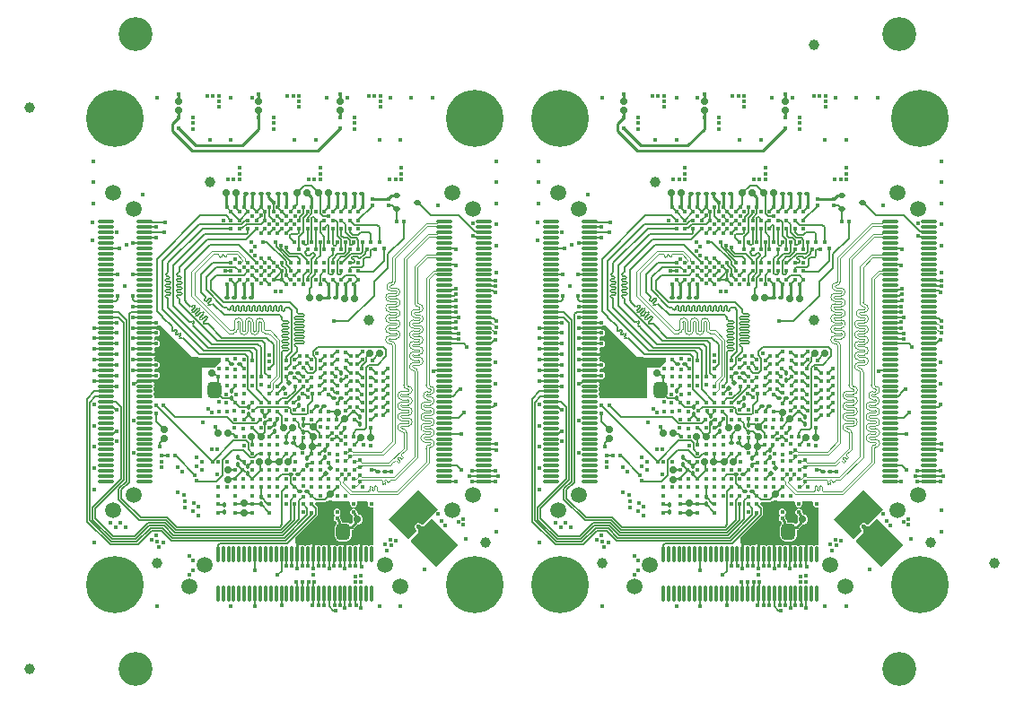
<source format=gbl>
G04*
G04 #@! TF.GenerationSoftware,Altium Limited,Altium Designer,22.4.2 (48)*
G04*
G04 Layer_Physical_Order=6*
G04 Layer_Color=16711680*
%FSAX24Y24*%
%MOIN*%
G70*
G04*
G04 #@! TF.SameCoordinates,F7066761-1C42-41DA-97EA-36D59BDE51B8*
G04*
G04*
G04 #@! TF.FilePolarity,Positive*
G04*
G01*
G75*
%ADD10C,0.0394*%
%ADD11C,0.0050*%
%ADD12C,0.0039*%
G04:AMPARAMS|DCode=17|XSize=25.2mil|YSize=25.2mil|CornerRadius=6.3mil|HoleSize=0mil|Usage=FLASHONLY|Rotation=90.000|XOffset=0mil|YOffset=0mil|HoleType=Round|Shape=RoundedRectangle|*
%AMROUNDEDRECTD17*
21,1,0.0252,0.0126,0,0,90.0*
21,1,0.0126,0.0252,0,0,90.0*
1,1,0.0126,0.0063,0.0063*
1,1,0.0126,0.0063,-0.0063*
1,1,0.0126,-0.0063,-0.0063*
1,1,0.0126,-0.0063,0.0063*
%
%ADD17ROUNDEDRECTD17*%
G04:AMPARAMS|DCode=25|XSize=59.1mil|YSize=51.2mil|CornerRadius=12.8mil|HoleSize=0mil|Usage=FLASHONLY|Rotation=90.000|XOffset=0mil|YOffset=0mil|HoleType=Round|Shape=RoundedRectangle|*
%AMROUNDEDRECTD25*
21,1,0.0591,0.0256,0,0,90.0*
21,1,0.0335,0.0512,0,0,90.0*
1,1,0.0256,0.0128,0.0167*
1,1,0.0256,0.0128,-0.0167*
1,1,0.0256,-0.0128,-0.0167*
1,1,0.0256,-0.0128,0.0167*
%
%ADD25ROUNDEDRECTD25*%
G04:AMPARAMS|DCode=26|XSize=23.6mil|YSize=23.6mil|CornerRadius=5.9mil|HoleSize=0mil|Usage=FLASHONLY|Rotation=270.000|XOffset=0mil|YOffset=0mil|HoleType=Round|Shape=RoundedRectangle|*
%AMROUNDEDRECTD26*
21,1,0.0236,0.0118,0,0,270.0*
21,1,0.0118,0.0236,0,0,270.0*
1,1,0.0118,-0.0059,-0.0059*
1,1,0.0118,-0.0059,0.0059*
1,1,0.0118,0.0059,0.0059*
1,1,0.0118,0.0059,-0.0059*
%
%ADD26ROUNDEDRECTD26*%
G04:AMPARAMS|DCode=27|XSize=23.6mil|YSize=23.6mil|CornerRadius=5.9mil|HoleSize=0mil|Usage=FLASHONLY|Rotation=0.000|XOffset=0mil|YOffset=0mil|HoleType=Round|Shape=RoundedRectangle|*
%AMROUNDEDRECTD27*
21,1,0.0236,0.0118,0,0,0.0*
21,1,0.0118,0.0236,0,0,0.0*
1,1,0.0118,0.0059,-0.0059*
1,1,0.0118,-0.0059,-0.0059*
1,1,0.0118,-0.0059,0.0059*
1,1,0.0118,0.0059,0.0059*
%
%ADD27ROUNDEDRECTD27*%
G04:AMPARAMS|DCode=28|XSize=25.2mil|YSize=25.2mil|CornerRadius=6.3mil|HoleSize=0mil|Usage=FLASHONLY|Rotation=0.000|XOffset=0mil|YOffset=0mil|HoleType=Round|Shape=RoundedRectangle|*
%AMROUNDEDRECTD28*
21,1,0.0252,0.0126,0,0,0.0*
21,1,0.0126,0.0252,0,0,0.0*
1,1,0.0126,0.0063,-0.0063*
1,1,0.0126,-0.0063,-0.0063*
1,1,0.0126,-0.0063,0.0063*
1,1,0.0126,0.0063,0.0063*
%
%ADD28ROUNDEDRECTD28*%
G04:AMPARAMS|DCode=30|XSize=25.2mil|YSize=25.2mil|CornerRadius=6.3mil|HoleSize=0mil|Usage=FLASHONLY|Rotation=225.000|XOffset=0mil|YOffset=0mil|HoleType=Round|Shape=RoundedRectangle|*
%AMROUNDEDRECTD30*
21,1,0.0252,0.0126,0,0,225.0*
21,1,0.0126,0.0252,0,0,225.0*
1,1,0.0126,-0.0089,0.0000*
1,1,0.0126,0.0000,0.0089*
1,1,0.0126,0.0089,0.0000*
1,1,0.0126,0.0000,-0.0089*
%
%ADD30ROUNDEDRECTD30*%
G04:AMPARAMS|DCode=31|XSize=13.8mil|YSize=15.7mil|CornerRadius=3.4mil|HoleSize=0mil|Usage=FLASHONLY|Rotation=270.000|XOffset=0mil|YOffset=0mil|HoleType=Round|Shape=RoundedRectangle|*
%AMROUNDEDRECTD31*
21,1,0.0138,0.0089,0,0,270.0*
21,1,0.0069,0.0157,0,0,270.0*
1,1,0.0069,-0.0044,-0.0034*
1,1,0.0069,-0.0044,0.0034*
1,1,0.0069,0.0044,0.0034*
1,1,0.0069,0.0044,-0.0034*
%
%ADD31ROUNDEDRECTD31*%
G04:AMPARAMS|DCode=32|XSize=13.8mil|YSize=15.7mil|CornerRadius=3.4mil|HoleSize=0mil|Usage=FLASHONLY|Rotation=180.000|XOffset=0mil|YOffset=0mil|HoleType=Round|Shape=RoundedRectangle|*
%AMROUNDEDRECTD32*
21,1,0.0138,0.0089,0,0,180.0*
21,1,0.0069,0.0157,0,0,180.0*
1,1,0.0069,-0.0034,0.0044*
1,1,0.0069,0.0034,0.0044*
1,1,0.0069,0.0034,-0.0044*
1,1,0.0069,-0.0034,-0.0044*
%
%ADD32ROUNDEDRECTD32*%
G04:AMPARAMS|DCode=33|XSize=16.5mil|YSize=18.1mil|CornerRadius=4.1mil|HoleSize=0mil|Usage=FLASHONLY|Rotation=270.000|XOffset=0mil|YOffset=0mil|HoleType=Round|Shape=RoundedRectangle|*
%AMROUNDEDRECTD33*
21,1,0.0165,0.0098,0,0,270.0*
21,1,0.0083,0.0181,0,0,270.0*
1,1,0.0083,-0.0049,-0.0041*
1,1,0.0083,-0.0049,0.0041*
1,1,0.0083,0.0049,0.0041*
1,1,0.0083,0.0049,-0.0041*
%
%ADD33ROUNDEDRECTD33*%
%ADD35C,0.0157*%
G04:AMPARAMS|DCode=37|XSize=18.5mil|YSize=23.6mil|CornerRadius=4.6mil|HoleSize=0mil|Usage=FLASHONLY|Rotation=90.000|XOffset=0mil|YOffset=0mil|HoleType=Round|Shape=RoundedRectangle|*
%AMROUNDEDRECTD37*
21,1,0.0185,0.0144,0,0,90.0*
21,1,0.0093,0.0236,0,0,90.0*
1,1,0.0093,0.0072,0.0046*
1,1,0.0093,0.0072,-0.0046*
1,1,0.0093,-0.0072,-0.0046*
1,1,0.0093,-0.0072,0.0046*
%
%ADD37ROUNDEDRECTD37*%
%ADD42C,0.0100*%
%ADD45C,0.0075*%
%ADD46C,0.1260*%
%ADD47C,0.2126*%
%ADD48C,0.0591*%
%ADD49C,0.0160*%
G04:AMPARAMS|DCode=52|XSize=16.5mil|YSize=18.1mil|CornerRadius=4.1mil|HoleSize=0mil|Usage=FLASHONLY|Rotation=180.000|XOffset=0mil|YOffset=0mil|HoleType=Round|Shape=RoundedRectangle|*
%AMROUNDEDRECTD52*
21,1,0.0165,0.0098,0,0,180.0*
21,1,0.0083,0.0181,0,0,180.0*
1,1,0.0083,-0.0041,0.0049*
1,1,0.0083,0.0041,0.0049*
1,1,0.0083,0.0041,-0.0049*
1,1,0.0083,-0.0041,-0.0049*
%
%ADD52ROUNDEDRECTD52*%
G04:AMPARAMS|DCode=53|XSize=11.8mil|YSize=59.1mil|CornerRadius=3mil|HoleSize=0mil|Usage=FLASHONLY|Rotation=270.000|XOffset=0mil|YOffset=0mil|HoleType=Round|Shape=RoundedRectangle|*
%AMROUNDEDRECTD53*
21,1,0.0118,0.0531,0,0,270.0*
21,1,0.0059,0.0591,0,0,270.0*
1,1,0.0059,-0.0266,-0.0030*
1,1,0.0059,-0.0266,0.0030*
1,1,0.0059,0.0266,0.0030*
1,1,0.0059,0.0266,-0.0030*
%
%ADD53ROUNDEDRECTD53*%
G04:AMPARAMS|DCode=54|XSize=110.2mil|YSize=65mil|CornerRadius=8.1mil|HoleSize=0mil|Usage=FLASHONLY|Rotation=45.000|XOffset=0mil|YOffset=0mil|HoleType=Round|Shape=RoundedRectangle|*
%AMROUNDEDRECTD54*
21,1,0.1102,0.0487,0,0,45.0*
21,1,0.0940,0.0650,0,0,45.0*
1,1,0.0162,0.0505,0.0160*
1,1,0.0162,-0.0160,-0.0505*
1,1,0.0162,-0.0505,-0.0160*
1,1,0.0162,0.0160,0.0505*
%
%ADD54ROUNDEDRECTD54*%
G04:AMPARAMS|DCode=55|XSize=16.5mil|YSize=18.1mil|CornerRadius=4.1mil|HoleSize=0mil|Usage=FLASHONLY|Rotation=135.000|XOffset=0mil|YOffset=0mil|HoleType=Round|Shape=RoundedRectangle|*
%AMROUNDEDRECTD55*
21,1,0.0165,0.0098,0,0,135.0*
21,1,0.0083,0.0181,0,0,135.0*
1,1,0.0083,0.0006,0.0064*
1,1,0.0083,0.0064,0.0006*
1,1,0.0083,-0.0006,-0.0064*
1,1,0.0083,-0.0064,-0.0006*
%
%ADD55ROUNDEDRECTD55*%
G04:AMPARAMS|DCode=56|XSize=11.8mil|YSize=59.1mil|CornerRadius=3mil|HoleSize=0mil|Usage=FLASHONLY|Rotation=0.000|XOffset=0mil|YOffset=0mil|HoleType=Round|Shape=RoundedRectangle|*
%AMROUNDEDRECTD56*
21,1,0.0118,0.0531,0,0,0.0*
21,1,0.0059,0.0591,0,0,0.0*
1,1,0.0059,0.0030,-0.0266*
1,1,0.0059,-0.0030,-0.0266*
1,1,0.0059,-0.0030,0.0266*
1,1,0.0059,0.0030,0.0266*
%
%ADD56ROUNDEDRECTD56*%
%ADD57C,0.0079*%
G36*
X024518Y013573D02*
X024766D01*
X024813Y013563D01*
X025600D01*
Y013425D01*
X025374Y013199D01*
X024892D01*
Y012051D01*
X024882Y012047D01*
X023147D01*
X023122Y012077D01*
Y012136D01*
X023116Y012167D01*
X023116Y012168D01*
X023103Y012205D01*
X023116Y012242D01*
X023116Y012243D01*
X023122Y012274D01*
Y012333D01*
X023116Y012364D01*
X023116Y012364D01*
X023103Y012402D01*
X023116Y012439D01*
X023116Y012439D01*
X023122Y012470D01*
Y012530D01*
X023116Y012561D01*
X023116Y012562D01*
X023135Y012574D01*
X023163Y012617D01*
X023169Y012647D01*
X022776D01*
Y012747D01*
X023197D01*
X023217Y012764D01*
X023235D01*
X023282Y012783D01*
X023319Y012820D01*
X023339Y012868D01*
Y012920D01*
X023319Y012967D01*
X023282Y013004D01*
X023235Y013024D01*
X023183D01*
X023162Y013015D01*
X023121Y013052D01*
X023122Y013061D01*
Y013120D01*
X023121Y013129D01*
X023162Y013166D01*
X023183Y013157D01*
X023235D01*
X023282Y013177D01*
X023319Y013214D01*
X023339Y013262D01*
Y013313D01*
X023319Y013361D01*
X023282Y013398D01*
X023235Y013417D01*
X023183D01*
X023162Y013409D01*
X023121Y013446D01*
X023122Y013455D01*
Y013514D01*
X023116Y013545D01*
X023116Y013546D01*
X023135Y013558D01*
X023163Y013601D01*
X023169Y013631D01*
X022776D01*
Y013731D01*
X023169D01*
X023163Y013761D01*
X023135Y013804D01*
X023116Y013816D01*
X023116Y013817D01*
X023122Y013848D01*
Y013907D01*
X023121Y013916D01*
X023162Y013954D01*
X023183Y013945D01*
X023235D01*
X023282Y013965D01*
X023319Y014001D01*
X023339Y014049D01*
Y014101D01*
X023319Y014148D01*
X023282Y014185D01*
X023235Y014205D01*
X023183D01*
X023162Y014196D01*
X023121Y014233D01*
X023122Y014242D01*
Y014301D01*
X023121Y014310D01*
X023162Y014347D01*
X023183Y014339D01*
X023235D01*
X023282Y014358D01*
X023319Y014395D01*
X023339Y014443D01*
Y014494D01*
X023319Y014542D01*
X023282Y014579D01*
X023235Y014598D01*
X023217D01*
X023197Y014615D01*
X022776D01*
Y014715D01*
X023197D01*
X023217Y014732D01*
X023235D01*
X023239Y014734D01*
X023356D01*
X024518Y013573D01*
D02*
G37*
G36*
X007982D02*
X008231D01*
X008278Y013563D01*
X009065D01*
Y013425D01*
X008839Y013199D01*
X008356D01*
Y012051D01*
X008346Y012047D01*
X006611D01*
X006587Y012077D01*
Y012136D01*
X006581Y012167D01*
X006580Y012168D01*
X006567Y012205D01*
X006580Y012242D01*
X006581Y012243D01*
X006587Y012274D01*
Y012333D01*
X006581Y012364D01*
X006580Y012364D01*
X006567Y012402D01*
X006580Y012439D01*
X006581Y012439D01*
X006587Y012470D01*
Y012530D01*
X006581Y012561D01*
X006581Y012562D01*
X006599Y012574D01*
X006628Y012617D01*
X006634Y012647D01*
X006240D01*
Y012747D01*
X006662D01*
X006682Y012764D01*
X006699D01*
X006747Y012783D01*
X006783Y012820D01*
X006803Y012868D01*
Y012920D01*
X006783Y012967D01*
X006747Y013004D01*
X006699Y013024D01*
X006647D01*
X006626Y013015D01*
X006585Y013052D01*
X006587Y013061D01*
Y013120D01*
X006585Y013129D01*
X006626Y013166D01*
X006647Y013157D01*
X006699D01*
X006747Y013177D01*
X006783Y013214D01*
X006803Y013262D01*
Y013313D01*
X006783Y013361D01*
X006747Y013398D01*
X006699Y013417D01*
X006647D01*
X006626Y013409D01*
X006585Y013446D01*
X006587Y013455D01*
Y013514D01*
X006581Y013545D01*
X006581Y013546D01*
X006599Y013558D01*
X006628Y013601D01*
X006634Y013631D01*
X006240D01*
Y013731D01*
X006634D01*
X006628Y013761D01*
X006599Y013804D01*
X006581Y013816D01*
X006581Y013817D01*
X006587Y013848D01*
Y013907D01*
X006585Y013916D01*
X006626Y013954D01*
X006647Y013945D01*
X006699D01*
X006747Y013965D01*
X006783Y014001D01*
X006803Y014049D01*
Y014101D01*
X006783Y014148D01*
X006747Y014185D01*
X006699Y014205D01*
X006647D01*
X006626Y014196D01*
X006585Y014233D01*
X006587Y014242D01*
Y014301D01*
X006585Y014310D01*
X006626Y014347D01*
X006647Y014339D01*
X006699D01*
X006747Y014358D01*
X006783Y014395D01*
X006803Y014443D01*
Y014494D01*
X006783Y014542D01*
X006747Y014579D01*
X006699Y014598D01*
X006682D01*
X006662Y014615D01*
X006240D01*
Y014715D01*
X006662D01*
X006682Y014732D01*
X006699D01*
X006704Y014734D01*
X006821D01*
X007982Y013573D01*
D02*
G37*
G36*
X031070Y008178D02*
X031061Y008156D01*
Y008104D01*
X031081Y008056D01*
X031117Y008020D01*
X031165Y008000D01*
X031217D01*
X031230Y008005D01*
X031280Y007972D01*
Y006624D01*
X031230Y006587D01*
X031171D01*
X031140Y006581D01*
X031114Y006563D01*
X031091D01*
X031065Y006581D01*
X031033Y006587D01*
X030974D01*
X030943Y006581D01*
X030942Y006581D01*
X030930Y006599D01*
X030887Y006628D01*
X030857Y006634D01*
Y006240D01*
X030757D01*
Y006634D01*
X030727Y006628D01*
X030684Y006599D01*
X030672Y006581D01*
X030671Y006581D01*
X030640Y006587D01*
X030581D01*
X030550Y006581D01*
X030523Y006563D01*
X030500D01*
X030474Y006581D01*
X030443Y006587D01*
X030384D01*
X030353Y006581D01*
X030352Y006581D01*
X030339Y006599D01*
X030297Y006628D01*
X030267Y006634D01*
Y006240D01*
X030167D01*
Y006634D01*
X030136Y006628D01*
X030094Y006599D01*
X030081Y006581D01*
X030080Y006581D01*
X030049Y006587D01*
X029990D01*
X029959Y006581D01*
X029933Y006563D01*
X029910D01*
X029883Y006581D01*
X029852Y006587D01*
X029793D01*
X029762Y006581D01*
X029761Y006581D01*
X029749Y006599D01*
X029706Y006628D01*
X029676Y006634D01*
Y006240D01*
X029576D01*
Y006634D01*
X029546Y006628D01*
X029503Y006599D01*
X029491Y006581D01*
X029490Y006581D01*
X029459Y006587D01*
X029400D01*
X029369Y006581D01*
X029342Y006563D01*
X029319D01*
X029293Y006581D01*
X029262Y006587D01*
X029203D01*
X029172Y006581D01*
X029171Y006581D01*
X029158Y006599D01*
X029116Y006628D01*
X029085Y006634D01*
Y006240D01*
X028985D01*
Y006634D01*
X028955Y006628D01*
X028913Y006599D01*
X028900Y006581D01*
X028899Y006581D01*
X028868Y006587D01*
X028809D01*
X028778Y006581D01*
X028752Y006563D01*
X028729D01*
X028702Y006581D01*
X028671Y006587D01*
X028612D01*
X028581Y006581D01*
X028580Y006581D01*
X028568Y006599D01*
X028525Y006628D01*
X028495Y006634D01*
Y006240D01*
X028395D01*
Y006654D01*
X028376Y006670D01*
Y006868D01*
X029185Y007677D01*
X029202Y007702D01*
X029208Y007731D01*
Y007955D01*
X029202Y007985D01*
X029185Y008009D01*
X029106Y008088D01*
Y008136D01*
X029101Y008149D01*
X029123Y008181D01*
X029137Y008194D01*
X029457D01*
X029486Y008200D01*
X029511Y008216D01*
X029523Y008228D01*
X030381D01*
X030411Y008178D01*
X030401Y008156D01*
Y008104D01*
X030421Y008056D01*
X030458Y008020D01*
X030506Y008000D01*
X030557D01*
X030605Y008020D01*
X030642Y008056D01*
X030661Y008104D01*
Y008156D01*
X030652Y008178D01*
X030682Y008228D01*
X031040D01*
X031070Y008178D01*
D02*
G37*
G36*
X014535D02*
X014526Y008156D01*
Y008104D01*
X014545Y008056D01*
X014582Y008020D01*
X014630Y008000D01*
X014681D01*
X014694Y008005D01*
X014744Y007972D01*
Y006624D01*
X014695Y006587D01*
X014636D01*
X014605Y006581D01*
X014578Y006563D01*
X014555D01*
X014529Y006581D01*
X014498Y006587D01*
X014439D01*
X014408Y006581D01*
X014407Y006581D01*
X014395Y006599D01*
X014352Y006628D01*
X014322Y006634D01*
Y006240D01*
X014222D01*
Y006634D01*
X014192Y006628D01*
X014149Y006599D01*
X014137Y006581D01*
X014135Y006581D01*
X014104Y006587D01*
X014045D01*
X014014Y006581D01*
X013988Y006563D01*
X013965D01*
X013939Y006581D01*
X013907Y006587D01*
X013848D01*
X013817Y006581D01*
X013816Y006581D01*
X013804Y006599D01*
X013761Y006628D01*
X013731Y006634D01*
Y006240D01*
X013631D01*
Y006634D01*
X013601Y006628D01*
X013558Y006599D01*
X013546Y006581D01*
X013545Y006581D01*
X013514Y006587D01*
X013455D01*
X013424Y006581D01*
X013397Y006563D01*
X013374D01*
X013348Y006581D01*
X013317Y006587D01*
X013258D01*
X013227Y006581D01*
X013226Y006581D01*
X013213Y006599D01*
X013171Y006628D01*
X013141Y006634D01*
Y006240D01*
X013041D01*
Y006634D01*
X013010Y006628D01*
X012968Y006599D01*
X012955Y006581D01*
X012954Y006581D01*
X012923Y006587D01*
X012864D01*
X012833Y006581D01*
X012807Y006563D01*
X012784D01*
X012757Y006581D01*
X012726Y006587D01*
X012667D01*
X012636Y006581D01*
X012635Y006581D01*
X012623Y006599D01*
X012580Y006628D01*
X012550Y006634D01*
Y006240D01*
X012450D01*
Y006634D01*
X012420Y006628D01*
X012377Y006599D01*
X012365Y006581D01*
X012364Y006581D01*
X012333Y006587D01*
X012274D01*
X012243Y006581D01*
X012216Y006563D01*
X012193D01*
X012167Y006581D01*
X012136Y006587D01*
X012077D01*
X012046Y006581D01*
X012045Y006581D01*
X012032Y006599D01*
X011990Y006628D01*
X011959Y006634D01*
Y006240D01*
X011859D01*
Y006654D01*
X011841Y006670D01*
Y006868D01*
X012650Y007677D01*
X012667Y007702D01*
X012672Y007731D01*
Y007955D01*
X012667Y007985D01*
X012650Y008009D01*
X012571Y008088D01*
Y008136D01*
X012566Y008149D01*
X012588Y008181D01*
X012601Y008194D01*
X012922D01*
X012951Y008200D01*
X012976Y008216D01*
X012988Y008228D01*
X013845D01*
X013875Y008178D01*
X013866Y008156D01*
Y008104D01*
X013886Y008056D01*
X013922Y008020D01*
X013970Y008000D01*
X014022D01*
X014070Y008020D01*
X014106Y008056D01*
X014126Y008104D01*
Y008156D01*
X014117Y008178D01*
X014147Y008228D01*
X014505D01*
X014535Y008178D01*
D02*
G37*
G36*
X033681Y007904D02*
X033636Y007858D01*
X033607Y007846D01*
X033571Y007810D01*
X033559Y007782D01*
X033112Y007335D01*
X033053Y007347D01*
X033053Y007347D01*
X033017Y007384D01*
X032969Y007404D01*
X032917D01*
X032869Y007384D01*
X032833Y007347D01*
X032813Y007299D01*
Y007248D01*
X032833Y007200D01*
X032869Y007163D01*
X032870Y007163D01*
X032882Y007104D01*
X032579Y006801D01*
X031842Y007537D01*
X032945Y008640D01*
X033681Y007904D01*
D02*
G37*
G36*
X017146D02*
X017100Y007858D01*
X017072Y007846D01*
X017035Y007810D01*
X017024Y007782D01*
X016577Y007335D01*
X016518Y007347D01*
X016518Y007347D01*
X016481Y007384D01*
X016433Y007404D01*
X016382D01*
X016334Y007384D01*
X016297Y007347D01*
X016277Y007299D01*
Y007248D01*
X016297Y007200D01*
X016334Y007163D01*
X016335Y007163D01*
X016346Y007104D01*
X016043Y006801D01*
X015307Y007537D01*
X016409Y008640D01*
X017146Y007904D01*
D02*
G37*
G36*
X034400Y006594D02*
X033593Y005787D01*
X032652Y006728D01*
X032652Y006798D01*
X032920Y007066D01*
X032922Y007071D01*
X032927Y007074D01*
X032930Y007090D01*
X032936Y007104D01*
X032934Y007109D01*
X032935Y007115D01*
X032923Y007174D01*
X032920Y007178D01*
X032920Y007184D01*
X032911Y007192D01*
X032908Y007202D01*
X032879Y007231D01*
X032867Y007259D01*
Y007289D01*
X032879Y007317D01*
X032900Y007338D01*
X032928Y007350D01*
X032958D01*
X032986Y007338D01*
X033015Y007309D01*
X033024Y007305D01*
X033033Y007297D01*
X033038Y007297D01*
X033043Y007293D01*
X033102Y007282D01*
X033107Y007283D01*
X033112Y007281D01*
X033127Y007287D01*
X033142Y007290D01*
X033146Y007294D01*
X033151Y007297D01*
X033424Y007570D01*
X034400Y006594D01*
D02*
G37*
G36*
X017864D02*
X017057Y005787D01*
X016117Y006728D01*
X016117Y006798D01*
X016385Y007066D01*
X016387Y007071D01*
X016391Y007074D01*
X016394Y007090D01*
X016400Y007104D01*
X016398Y007109D01*
X016399Y007115D01*
X016388Y007174D01*
X016385Y007178D01*
X016385Y007184D01*
X016376Y007192D01*
X016372Y007202D01*
X016343Y007231D01*
X016332Y007259D01*
Y007289D01*
X016343Y007317D01*
X016365Y007338D01*
X016392Y007350D01*
X016423D01*
X016450Y007338D01*
X016479Y007309D01*
X016489Y007305D01*
X016497Y007297D01*
X016503Y007297D01*
X016507Y007293D01*
X016566Y007282D01*
X016572Y007283D01*
X016577Y007281D01*
X016592Y007287D01*
X016607Y007290D01*
X016610Y007294D01*
X016615Y007297D01*
X016889Y007570D01*
X017864Y006594D01*
D02*
G37*
%LPC*%
G36*
X030567Y007945D02*
X030515D01*
X030468Y007925D01*
X030431Y007889D01*
X030411Y007841D01*
Y007789D01*
X030431Y007741D01*
X030468Y007705D01*
X030505Y007689D01*
Y007644D01*
X030497Y007602D01*
Y007476D01*
X030503Y007446D01*
X030450Y007393D01*
X030404Y007372D01*
X030345Y007412D01*
X030276Y007426D01*
X030092D01*
Y007493D01*
X030084Y007532D01*
X030062Y007565D01*
X030049Y007578D01*
Y007606D01*
X030029Y007654D01*
X030019Y007664D01*
X029998Y007699D01*
X030019Y007729D01*
X030031Y007741D01*
X030051Y007789D01*
Y007841D01*
X030031Y007889D01*
X029995Y007925D01*
X029947Y007945D01*
X029895D01*
X029848Y007925D01*
X029811Y007889D01*
X029791Y007841D01*
Y007789D01*
X029811Y007741D01*
X029821Y007731D01*
X029842Y007696D01*
X029821Y007666D01*
X029809Y007654D01*
X029789Y007606D01*
Y007554D01*
X029809Y007506D01*
X029845Y007470D01*
X029885Y007453D01*
X029888Y007450D01*
Y007367D01*
X029852Y007314D01*
X029838Y007244D01*
Y006909D01*
X029852Y006840D01*
X029891Y006781D01*
X029950Y006742D01*
X030020Y006728D01*
X030276D01*
X030345Y006742D01*
X030404Y006781D01*
X030443Y006840D01*
X030457Y006909D01*
Y007154D01*
X030496Y007162D01*
X030529Y007184D01*
X030679Y007334D01*
X030697Y007361D01*
X030738D01*
X030782Y007370D01*
X030820Y007395D01*
X030845Y007432D01*
X030853Y007476D01*
Y007602D01*
X030845Y007646D01*
X030820Y007684D01*
X030782Y007709D01*
X030738Y007718D01*
X030709D01*
Y007733D01*
X030701Y007772D01*
X030679Y007805D01*
X030671Y007813D01*
Y007841D01*
X030652Y007889D01*
X030615Y007925D01*
X030567Y007945D01*
D02*
G37*
G36*
X014032D02*
X013980D01*
X013932Y007925D01*
X013896Y007889D01*
X013876Y007841D01*
Y007789D01*
X013896Y007741D01*
X013932Y007705D01*
X013970Y007689D01*
Y007644D01*
X013962Y007602D01*
Y007476D01*
X013968Y007446D01*
X013915Y007393D01*
X013868Y007372D01*
X013810Y007412D01*
X013740Y007426D01*
X013556D01*
Y007493D01*
X013549Y007532D01*
X013527Y007565D01*
X013513Y007578D01*
Y007606D01*
X013494Y007654D01*
X013484Y007664D01*
X013463Y007699D01*
X013484Y007729D01*
X013496Y007741D01*
X013516Y007789D01*
Y007841D01*
X013496Y007889D01*
X013459Y007925D01*
X013412Y007945D01*
X013360D01*
X013312Y007925D01*
X013276Y007889D01*
X013256Y007841D01*
Y007789D01*
X013276Y007741D01*
X013286Y007731D01*
X013306Y007696D01*
X013286Y007666D01*
X013273Y007654D01*
X013253Y007606D01*
Y007554D01*
X013273Y007506D01*
X013310Y007470D01*
X013350Y007453D01*
X013352Y007450D01*
Y007367D01*
X013317Y007314D01*
X013303Y007244D01*
Y006909D01*
X013317Y006840D01*
X013356Y006781D01*
X013415Y006742D01*
X013484Y006728D01*
X013740D01*
X013810Y006742D01*
X013868Y006781D01*
X013908Y006840D01*
X013922Y006909D01*
Y007154D01*
X013960Y007162D01*
X013993Y007184D01*
X014144Y007334D01*
X014162Y007361D01*
X014203D01*
X014247Y007370D01*
X014284Y007395D01*
X014309Y007432D01*
X014318Y007476D01*
Y007602D01*
X014309Y007646D01*
X014284Y007684D01*
X014247Y007709D01*
X014203Y007718D01*
X014174D01*
Y007733D01*
X014166Y007772D01*
X014144Y007805D01*
X014136Y007813D01*
Y007841D01*
X014116Y007889D01*
X014080Y007925D01*
X014032Y007945D01*
D02*
G37*
%LPD*%
D10*
X037795Y005906D02*
D03*
X001969Y022835D02*
D03*
X001969Y001969D02*
D03*
X031102Y025197D02*
D03*
X014567Y014961D02*
D03*
X018898Y006693D02*
D03*
X006693Y005906D02*
D03*
X008661Y020079D02*
D03*
X031102Y014961D02*
D03*
X035433Y006693D02*
D03*
X023228Y005906D02*
D03*
X025197Y020079D02*
D03*
D11*
X011900Y015237D02*
G03*
X011950Y015187I000050J000000D01*
G01*
X012119Y015087D02*
G03*
X012119Y015187I000000J000050D01*
G01*
X011846Y015087D02*
G03*
X011846Y014987I000000J-000050D01*
G01*
X012119Y014887D02*
G03*
X012119Y014987I000000J000050D01*
G01*
X011846Y014887D02*
G03*
X011846Y014787I000000J-000050D01*
G01*
X012119Y014687D02*
G03*
X012119Y014787I000000J000050D01*
G01*
X011846Y014687D02*
G03*
X011846Y014587I000000J-000050D01*
G01*
X012119Y014487D02*
G03*
X012119Y014587I000000J000050D01*
G01*
X011846Y014487D02*
G03*
X011846Y014387I000000J-000050D01*
G01*
X012119Y014287D02*
G03*
X012119Y014387I000000J000050D01*
G01*
X011846Y014287D02*
G03*
X011846Y014187I000000J-000050D01*
G01*
X012119Y014087D02*
G03*
X012119Y014187I000000J000050D01*
G01*
X011846Y014087D02*
G03*
X011846Y013987I000000J-000050D01*
G01*
X011900Y013937D02*
G03*
X011850Y013987I-000050J000000D01*
G01*
X011339Y014975D02*
G03*
X011389Y014925I000050J000000D01*
G01*
X011546Y014825D02*
G03*
X011546Y014925I000000J000050D01*
G01*
X011380Y014825D02*
G03*
X011380Y014725I000000J-000050D01*
G01*
X011546Y014625D02*
G03*
X011546Y014725I000000J000050D01*
G01*
X011380Y014625D02*
G03*
X011380Y014525I000000J-000050D01*
G01*
X011546Y014425D02*
G03*
X011546Y014525I000000J000050D01*
G01*
X011380Y014425D02*
G03*
X011380Y014325I000000J-000050D01*
G01*
X011546Y014225D02*
G03*
X011546Y014325I000000J000050D01*
G01*
X011380Y014225D02*
G03*
X011380Y014125I000000J-000050D01*
G01*
X011546Y014025D02*
G03*
X011546Y014125I000000J000050D01*
G01*
X011380Y014025D02*
G03*
X011380Y013925I000000J-000050D01*
G01*
X011546Y013825D02*
G03*
X011546Y013925I000000J000050D01*
G01*
X011389Y013825D02*
G03*
X011339Y013775I000000J-000050D01*
G01*
X008500Y015762D02*
G03*
X008500Y015833I-000035J000035D01*
G01*
X008466Y015728D02*
G03*
X008466Y015658I000035J-000035D01*
G01*
D02*
G03*
X008537Y015658I000035J000035D01*
G01*
X008709Y015759D02*
G03*
X008638Y015759I-000035J-000035D01*
G01*
X008709Y015688D02*
G03*
X008709Y015759I-000035J000035D01*
G01*
X008608Y015587D02*
G03*
X008608Y015516I000035J-000035D01*
G01*
X008608Y015516D02*
G03*
X008679Y015516I000035J000035D01*
G01*
X008783Y015550D02*
G03*
X008712Y015550I-000035J-000035D01*
G01*
X007470Y016694D02*
G03*
X007520Y016744I000000J000050D01*
G01*
X007470Y016694D02*
G03*
X007470Y016594I000000J-000050D01*
G01*
X007553Y016494D02*
G03*
X007553Y016594I000000J000050D01*
G01*
X007463Y016494D02*
G03*
X007463Y016394I000000J-000050D01*
G01*
X007579Y016294D02*
G03*
X007579Y016394I000000J000050D01*
G01*
X007463Y016294D02*
G03*
X007463Y016194I000000J-000050D01*
G01*
X007579Y016094D02*
G03*
X007579Y016194I000000J000050D01*
G01*
X007463Y016094D02*
G03*
X007463Y015994I000000J-000050D01*
G01*
X007579Y015894D02*
G03*
X007579Y015994I000000J000050D01*
G01*
X007463Y015894D02*
G03*
X007463Y015794I000000J-000050D01*
G01*
X007520Y015744D02*
G03*
X007470Y015794I-000050J000000D01*
G01*
X007056Y016695D02*
G03*
X007106Y016745I000000J000050D01*
G01*
X007056Y016695D02*
G03*
X007056Y016595I000000J-000050D01*
G01*
X007117Y016495D02*
G03*
X007117Y016595I000000J000050D01*
G01*
X007050Y016495D02*
G03*
X007050Y016395I000000J-000050D01*
G01*
X007163Y016295D02*
G03*
X007163Y016395I000000J000050D01*
G01*
X007050Y016295D02*
G03*
X007050Y016195I000000J-000050D01*
G01*
X007163Y016095D02*
G03*
X007163Y016195I000000J000050D01*
G01*
X007050Y016095D02*
G03*
X007050Y015995I000000J-000050D01*
G01*
X007163Y015895D02*
G03*
X007163Y015995I000000J000050D01*
G01*
X007050Y015895D02*
G03*
X007050Y015795I000000J-000050D01*
G01*
X007106Y015745D02*
G03*
X007056Y015795I-000050J000000D01*
G01*
X007902Y014883D02*
G03*
X007973Y014883I000035J000035D01*
G01*
X008066Y014905D02*
G03*
X007995Y014905I-000035J-000035D01*
G01*
X008066Y014835D02*
G03*
X008066Y014905I-000035J000035D01*
G01*
X008044Y014813D02*
G03*
X008044Y014742I000035J-000035D01*
G01*
X007934Y015465D02*
G03*
X008005Y015465I000035J000035D01*
G01*
X008109Y015498D02*
G03*
X008038Y015498I-000035J-000035D01*
G01*
X008109Y015427D02*
G03*
X008109Y015498I-000035J000035D01*
G01*
X008003Y015322D02*
G03*
X008003Y015251I000035J-000035D01*
G01*
X008003Y015251D02*
G03*
X008074Y015251I000035J000035D01*
G01*
X008275Y015381D02*
G03*
X008205Y015381I-000035J-000035D01*
G01*
X008275Y015311D02*
G03*
X008275Y015381I-000035J000035D01*
G01*
X008145Y015180D02*
G03*
X008145Y015109I000035J-000035D01*
G01*
X008145Y015109D02*
G03*
X008215Y015109I000035J000035D01*
G01*
X008417Y015240D02*
G03*
X008346Y015240I-000035J-000035D01*
G01*
X008417Y015169D02*
G03*
X008417Y015240I-000035J000035D01*
G01*
X008286Y015039D02*
G03*
X008286Y014968I000035J-000035D01*
G01*
D02*
G03*
X008357Y014968I000035J000035D01*
G01*
X008558Y015099D02*
G03*
X008487Y015099I-000035J-000035D01*
G01*
X008558Y015028D02*
G03*
X008558Y015099I-000035J000035D01*
G01*
X008427Y014897D02*
G03*
X008427Y014827I000035J-000035D01*
G01*
X008427Y014827D02*
G03*
X008498Y014827I000035J000035D01*
G01*
X008571Y014828D02*
G03*
X008500Y014828I-000035J-000035D01*
G01*
X009343Y015363D02*
G03*
X009293Y015413I-000050J000000D01*
G01*
X009343Y015363D02*
G03*
X009443Y015363I000050J000000D01*
G01*
X009543Y015443D02*
G03*
X009443Y015443I-000050J000000D01*
G01*
X009543Y015314D02*
G03*
X009643Y015314I000050J000000D01*
G01*
X009743Y015447D02*
G03*
X009643Y015447I-000050J000000D01*
G01*
X009743Y015314D02*
G03*
X009843Y015314I000050J000000D01*
G01*
X009943Y015447D02*
G03*
X009843Y015447I-000050J000000D01*
G01*
X009943Y015314D02*
G03*
X010043Y015314I000050J000000D01*
G01*
X010143Y015447D02*
G03*
X010043Y015447I-000050J000000D01*
G01*
X010143Y015314D02*
G03*
X010243Y015314I000050J000000D01*
G01*
X010343Y015447D02*
G03*
X010243Y015447I-000050J000000D01*
G01*
X010343Y015314D02*
G03*
X010443Y015314I000050J000000D01*
G01*
X010543Y015447D02*
G03*
X010443Y015447I-000050J000000D01*
G01*
X010543Y015314D02*
G03*
X010643Y015314I000050J000000D01*
G01*
X010743Y015447D02*
G03*
X010643Y015447I-000050J000000D01*
G01*
X010743Y015314D02*
G03*
X010843Y015314I000050J000000D01*
G01*
X010943Y015447D02*
G03*
X010843Y015447I-000050J000000D01*
G01*
X010943Y015314D02*
G03*
X011043Y015314I000050J000000D01*
G01*
X011143Y015447D02*
G03*
X011043Y015447I-000050J000000D01*
G01*
X011143Y015314D02*
G03*
X011243Y015314I000050J000000D01*
G01*
X011343Y015447D02*
G03*
X011243Y015447I-000050J000000D01*
G01*
X011343Y015314D02*
G03*
X011443Y015314I000050J000000D01*
G01*
X011493Y015413D02*
G03*
X011443Y015363I000000J-000050D01*
G01*
X007262Y014635D02*
G03*
X007262Y014706I-000035J000035D01*
G01*
X007259Y014632D02*
G03*
X007259Y014561I000035J-000035D01*
G01*
X007259Y014561D02*
G03*
X007329Y014561I000035J000035D01*
G01*
X007431Y014592D02*
G03*
X007360Y014592I-000035J-000035D01*
G01*
X007431Y014521D02*
G03*
X007431Y014592I-000035J000035D01*
G01*
X007400Y014490D02*
G03*
X007400Y014420I000035J-000035D01*
G01*
D02*
G03*
X007471Y014420I000035J000035D01*
G01*
X007572Y014450D02*
G03*
X007501Y014450I-000035J-000035D01*
G01*
X007572Y014380D02*
G03*
X007572Y014450I-000035J000035D01*
G01*
X007541Y014349D02*
G03*
X007541Y014278I000035J-000035D01*
G01*
X007541Y014278D02*
G03*
X007612Y014278I000035J000035D01*
G01*
X007687Y014282D02*
G03*
X007616Y014282I-000035J-000035D01*
G01*
X012736Y012205D02*
X012746D01*
X012894Y012353D01*
X012923D01*
X012283Y012333D02*
Y012343D01*
X012441Y012500D01*
X011638Y018023D02*
X011809Y017852D01*
X013081Y012195D02*
X013097D01*
X013245Y012047D01*
X011890Y015364D02*
X011900Y015354D01*
Y015237D02*
Y015354D01*
X011950Y015187D02*
X012119D01*
X011846Y015087D02*
X012119D01*
X011846Y014987D02*
X012119D01*
X011846Y014887D02*
X012119D01*
X011846Y014787D02*
X012119D01*
X011846Y014687D02*
X012119D01*
X011846Y014587D02*
X012119D01*
X011846Y014487D02*
X012119D01*
X011846Y014387D02*
X012119D01*
X011846Y014287D02*
X012119D01*
X011846Y014187D02*
X012119D01*
X011846Y014087D02*
X012119D01*
X011846Y013987D02*
X011850D01*
X011900Y013912D02*
Y013937D01*
X011312Y015086D02*
X011339Y015058D01*
Y014975D02*
Y015058D01*
X011389Y014925D02*
X011546D01*
X011380Y014825D02*
X011546D01*
X011380Y014725D02*
X011546D01*
X011380Y014625D02*
X011546D01*
X011380Y014525D02*
X011546D01*
X011380Y014425D02*
X011546D01*
X011380Y014325D02*
X011546D01*
X011380Y014225D02*
X011546D01*
X011380Y014125D02*
X011546D01*
X011380Y014025D02*
X011546D01*
X011380Y013925D02*
X011546D01*
X011389Y013825D02*
X011546D01*
X011339Y013450D02*
Y013775D01*
X008327Y016006D02*
X008344Y015989D01*
X008500Y015833D01*
X008500Y015833D02*
X008500Y015833D01*
X008466Y015728D02*
X008500Y015762D01*
X008466Y015728D02*
Y015728D01*
X008537Y015658D02*
X008638Y015759D01*
Y015759D02*
Y015759D01*
X008709D02*
X008709Y015759D01*
X008608Y015587D02*
X008709Y015688D01*
X008608Y015587D02*
Y015587D01*
X008608Y015516D02*
X008608Y015516D01*
X008608Y015516D01*
X008608Y015516D02*
X008608Y015516D01*
X008679D02*
X008712Y015550D01*
X008783Y015550D02*
X008783Y015550D01*
X008783Y015550D01*
Y015550D02*
X008801Y015532D01*
X007520Y016744D02*
Y016834D01*
X007470Y016694D02*
X007470D01*
X007470Y016594D02*
X007553D01*
X007463Y016494D02*
X007553D01*
X007463Y016394D02*
X007579D01*
X007463Y016294D02*
X007579D01*
X007463Y016194D02*
X007579D01*
X007463Y016094D02*
X007579D01*
X007463Y015994D02*
X007579D01*
X007463Y015894D02*
X007579D01*
X007463Y015794D02*
X007470D01*
X007520Y015718D02*
Y015744D01*
X007106Y016745D02*
Y016853D01*
X007056Y016695D02*
X007056D01*
X007056Y016595D02*
X007117D01*
X007050Y016495D02*
X007117D01*
X007050Y016395D02*
X007163D01*
X007050Y016295D02*
X007163D01*
X007050Y016195D02*
X007163D01*
X007050Y016095D02*
X007163D01*
X007050Y015995D02*
X007163D01*
X007050Y015895D02*
X007163D01*
X007050Y015795D02*
X007056D01*
X007106Y015720D02*
Y015745D01*
X007747Y015039D02*
X007764Y015021D01*
X007902Y014883D01*
X007973D02*
X007995Y014905D01*
Y014905D02*
Y014905D01*
X008066D02*
X008066Y014905D01*
X008044Y014813D02*
X008066Y014835D01*
X008044Y014742D02*
X008114Y014671D01*
Y014671D02*
X008132Y014653D01*
X007763Y015637D02*
X007780Y015619D01*
X007934Y015465D01*
X008005D02*
X008038Y015498D01*
X008109Y015498D02*
X008109Y015498D01*
X008003Y015322D02*
X008109Y015427D01*
X008003Y015322D02*
Y015322D01*
X008003Y015251D02*
X008003Y015251D01*
X008003Y015251D01*
X008003Y015251D02*
X008003Y015251D01*
X008074D02*
X008205Y015381D01*
Y015381D02*
Y015381D01*
X008145Y015180D02*
X008275Y015311D01*
X008145Y015180D02*
Y015180D01*
X008145Y015109D02*
X008145Y015109D01*
X008145Y015109D01*
X008145Y015109D02*
X008145Y015109D01*
X008215D02*
X008346Y015240D01*
Y015240D02*
Y015240D01*
X008417D02*
X008417Y015240D01*
X008286Y015039D02*
X008417Y015169D01*
X008286Y015039D02*
Y015039D01*
X008357Y014968D02*
X008487Y015099D01*
Y015099D02*
Y015099D01*
X008558D02*
X008558Y015099D01*
X008427Y014897D02*
X008558Y015028D01*
X008427Y014897D02*
Y014897D01*
X008427Y014827D02*
X008427Y014827D01*
X008427Y014827D01*
X008427Y014827D02*
X008427Y014827D01*
X008498D02*
X008500Y014828D01*
X008571Y014828D02*
X008571Y014828D01*
X008571Y014828D01*
Y014828D02*
X008588Y014811D01*
X009823Y018504D02*
X009827Y018508D01*
X009970Y018651D02*
X010068D01*
X009827Y018508D02*
X009827D01*
X008258Y018504D02*
X009823D01*
X009827Y018508D02*
X009970Y018651D01*
X010068D02*
X010079Y018661D01*
X017387Y014070D02*
X018088D01*
X018210Y013948D01*
Y013937D02*
Y013948D01*
X010767Y014299D02*
X011024Y014042D01*
Y013307D02*
Y014042D01*
X010866Y013150D02*
X011024Y013307D01*
X014295Y013150D02*
X014316Y013171D01*
Y013250D02*
X014476Y013410D01*
Y013539D01*
X014316Y013171D02*
Y013250D01*
X014047Y011219D02*
X014097D01*
X014222Y011094D01*
X014026Y011240D02*
X014047Y011219D01*
X014306Y011575D02*
X014321D01*
X014149Y011732D02*
X014306Y011575D01*
X014134Y011732D02*
X014149D01*
X012293Y012087D02*
Y012091D01*
X012240Y012140D02*
X012244D01*
X012171Y012189D02*
X012191D01*
X012106Y012224D02*
X012136D01*
X012244Y012140D02*
X012293Y012091D01*
X012191Y012189D02*
X012240Y012140D01*
X012136Y012224D02*
X012171Y012189D01*
X013596Y012763D02*
X013646D01*
X013728Y012844D02*
X013730D01*
X013543Y012711D02*
X013596Y012763D01*
X013646D02*
X013728Y012844D01*
X013245Y012047D02*
X013262D01*
X013219Y012362D02*
X013316Y012265D01*
X013365D02*
X013386Y012244D01*
X013204Y012362D02*
X013219D01*
X013316Y012265D02*
X013365D01*
X013464Y011992D02*
X013520Y012047D01*
X013386Y011876D02*
X013464Y011955D01*
Y011992D01*
X013386Y011860D02*
Y011876D01*
X013543Y010492D02*
Y010497D01*
X013500Y010540D02*
X013543Y010497D01*
X013373Y010630D02*
X013463Y010540D01*
X013500D01*
X013209Y010502D02*
Y010507D01*
X013252Y010550D01*
X013284D01*
X013364Y010630D01*
X013373D01*
X009606Y009085D02*
X009872Y009351D01*
Y009370D01*
X009893Y009349D02*
X009946D01*
X010059Y009236D01*
X009872Y009370D02*
X009893Y009349D01*
X009606Y009055D02*
Y009085D01*
X009594Y009043D02*
X009606Y009055D01*
X009872Y009370D02*
Y009397D01*
X009705Y009564D02*
Y009581D01*
Y009564D02*
X009872Y009397D01*
X010068Y009226D02*
X010079D01*
X011960Y010967D02*
Y011111D01*
Y010967D02*
X012136Y010791D01*
Y010811D02*
X012305D01*
X012116Y010571D02*
X012126Y010581D01*
X012116Y010266D02*
Y010571D01*
X012106Y010256D02*
X012116Y010266D01*
X009145Y015463D02*
X009195Y015413D01*
X009293D01*
X009343Y015363D02*
Y015363D01*
X009443Y015363D02*
Y015443D01*
X009543Y015314D02*
Y015443D01*
X009643Y015314D02*
Y015447D01*
X009743Y015314D02*
Y015447D01*
X009843Y015314D02*
Y015447D01*
X009943Y015314D02*
Y015447D01*
X010043Y015314D02*
Y015447D01*
X010143Y015314D02*
Y015447D01*
X010243Y015314D02*
Y015447D01*
X010343Y015314D02*
Y015447D01*
X010443Y015314D02*
Y015447D01*
X010543Y015314D02*
Y015447D01*
X010643Y015314D02*
Y015447D01*
X010743Y015314D02*
Y015447D01*
X010843Y015314D02*
Y015447D01*
X010943Y015314D02*
Y015447D01*
X011043Y015314D02*
Y015447D01*
X011143Y015314D02*
Y015447D01*
X011243Y015314D02*
Y015447D01*
X011343Y015314D02*
Y015447D01*
X011443Y015314D02*
Y015363D01*
X011493Y015413D02*
X011518D01*
X011614D01*
X008701Y016073D02*
X009163Y015610D01*
X011644D01*
X011890Y015364D01*
X013199Y012992D02*
X013346Y012844D01*
X013192Y012992D02*
X013199D01*
X013346Y012844D02*
X013346D01*
X017387Y014464D02*
X017908D01*
X017913Y014459D01*
X017884Y014261D02*
X017895Y014249D01*
X017393Y014261D02*
X017884D01*
X017382Y014272D02*
X017393Y014261D01*
X017382Y014469D02*
X017387Y014464D01*
X017382Y015059D02*
X017913D01*
X014634Y007774D02*
X014656Y007795D01*
X014502Y007560D02*
X014634Y007692D01*
X014502Y007539D02*
Y007560D01*
X014634Y007692D02*
Y007774D01*
X012596Y008270D02*
X012922D01*
X012441Y008425D02*
X012596Y008270D01*
X012922D02*
X013120Y008469D01*
X013142Y008129D02*
X013365D01*
X013120Y008106D02*
X013142Y008129D01*
X013365D02*
X013386Y008150D01*
X015856Y017982D02*
Y018622D01*
X015276Y017402D02*
X015856Y017982D01*
X015606Y018627D02*
Y019071D01*
X015611Y019076D01*
X015600Y018622D02*
X015606Y018627D01*
X017904Y011319D02*
X018091Y011506D01*
X017382Y011319D02*
X017904D01*
X017382Y012106D02*
X017404Y012128D01*
X017958Y012382D02*
X017963D01*
X017878Y012303D02*
X017878D01*
X017703Y012128D02*
X017878Y012303D01*
X017404Y012128D02*
X017703D01*
X017878Y012303D02*
X017958Y012382D01*
X015448Y019203D02*
X015574Y019076D01*
X015285Y019203D02*
X015448D01*
X015574Y019076D02*
X015611D01*
X016860Y018858D02*
X017887D01*
X016413Y019305D02*
X016860Y018858D01*
X016359Y019332D02*
X016384D01*
X017887Y018858D02*
X018505Y018240D01*
X018807D02*
X018839Y018209D01*
X018505Y018240D02*
X018807D01*
X018512Y018043D02*
X018807D01*
X018455Y018100D02*
X018512Y018043D01*
X018425Y018100D02*
X018455D01*
X018807Y018043D02*
X018839Y018012D01*
X015276Y016890D02*
Y017402D01*
X014764Y016378D02*
X015276Y016890D01*
X014764Y015866D02*
Y016378D01*
X013809Y014911D02*
X014764Y015866D01*
X013268Y014911D02*
X013809D01*
X007382Y011339D02*
X009308D01*
X006949Y011772D02*
X007382Y011339D01*
X008760Y009688D02*
X009542Y010470D01*
X009308Y011339D02*
X009544Y011103D01*
X006663Y011772D02*
X008750Y009685D01*
X006654Y011772D02*
X006663D01*
X008750Y009685D02*
X008760D01*
X010086Y010150D02*
Y010369D01*
Y010150D02*
X010236Y010000D01*
X009505Y010118D02*
X009899D01*
X009134Y009747D02*
X009505Y010118D01*
X013307Y004164D02*
X013327Y004144D01*
X013228Y004164D02*
X013307D01*
X013091Y004301D02*
X013228Y004164D01*
X013091Y004301D02*
Y004783D01*
X019273Y016428D02*
X019282Y016420D01*
X018847Y016428D02*
X019273D01*
X018858Y016220D02*
X019262D01*
X019282Y016201D01*
X019181Y016043D02*
X019258Y015967D01*
X018839Y016043D02*
X019181D01*
X018839Y016240D02*
X018858Y016220D01*
X018839Y016437D02*
X018847Y016428D01*
X019258Y015967D02*
X019261D01*
X019182Y011713D02*
X019262Y011793D01*
X018839Y011713D02*
X019182D01*
X019262Y011793D02*
Y011801D01*
X011319Y004350D02*
Y004783D01*
X012490Y004360D02*
Y004774D01*
X012480Y004350D02*
X012490Y004360D01*
Y004774D02*
X012515Y004798D01*
X011696Y013783D02*
Y015331D01*
X011496Y013465D02*
X011497Y013465D01*
Y013583D01*
X011696Y013783D01*
X008801Y015532D02*
X009195Y015138D01*
X011260D02*
X011312Y015086D01*
X009195Y015138D02*
X011260D01*
X007704Y014264D02*
X008278Y013691D01*
X006892Y015077D02*
X006909Y015059D01*
X007262Y014706D01*
X007262Y014706D02*
X007262Y014706D01*
X007259Y014632D02*
X007262Y014635D01*
X007259Y014632D02*
Y014632D01*
X007259Y014561D02*
X007259Y014561D01*
X007259Y014561D01*
X007259Y014561D02*
X007259Y014561D01*
X007329D02*
X007360Y014592D01*
Y014592D02*
Y014592D01*
X007431D02*
X007431Y014592D01*
X007400Y014490D02*
X007431Y014521D01*
X007400Y014490D02*
Y014490D01*
X007471Y014420D02*
X007501Y014450D01*
Y014450D02*
Y014450D01*
X007572D02*
X007572Y014450D01*
X007541Y014349D02*
X007572Y014380D01*
X007541Y014349D02*
Y014349D01*
X007541Y014278D02*
X007541Y014278D01*
X007541Y014278D01*
X007541Y014278D02*
X007541Y014278D01*
X007612D02*
X007616Y014282D01*
X007687Y014282D02*
X007687Y014282D01*
X007687Y014282D01*
Y014282D02*
X007704Y014264D01*
X006693Y015276D02*
X006892Y015077D01*
X008278Y013691D02*
X009961D01*
X006693Y015276D02*
Y017224D01*
X011904Y017322D02*
X012003Y017224D01*
X011968Y017087D02*
Y017116D01*
X011904Y017424D02*
X011904Y017424D01*
X011691Y017322D02*
X011904D01*
X011968Y017116D02*
X012003Y017150D01*
Y017224D01*
X011285Y017729D02*
X011300Y017713D01*
X012017Y017423D02*
X012263Y017177D01*
X011691Y017322D02*
X011691Y017322D01*
X011504Y017565D02*
Y017646D01*
X011300Y017625D02*
X011603Y017322D01*
X011300Y017625D02*
Y017713D01*
X011603Y017322D02*
X011691D01*
X011485Y017665D02*
X011504Y017646D01*
X011946Y017424D02*
X011947Y017423D01*
X012263Y017107D02*
Y017177D01*
X011947Y017423D02*
X012017D01*
X011645Y017424D02*
X011904D01*
X012263Y017107D02*
X012283Y017087D01*
X011904Y017424D02*
X011946D01*
X011504Y017565D02*
X011645Y017424D01*
X011900Y013796D02*
Y013912D01*
X008701Y016427D02*
X008884Y016610D01*
X011496Y013149D02*
X011656Y013309D01*
Y013552D02*
X011900Y013796D01*
X011656Y013309D02*
Y013552D01*
X008701Y016073D02*
Y016427D01*
X009918Y016610D02*
X010079Y016772D01*
X008884Y016610D02*
X009918D01*
X008533Y016075D02*
X009145Y015463D01*
X011339Y012648D02*
Y013450D01*
X007729Y015670D02*
X007763Y015637D01*
X008588Y014811D02*
X009101Y014299D01*
X007520Y016834D02*
Y016909D01*
Y015593D02*
Y015718D01*
X008132Y014653D02*
X008730Y014055D01*
X007313Y015472D02*
X007747Y015039D01*
X007106Y016853D02*
Y017067D01*
Y015433D02*
Y015720D01*
X013356Y010955D02*
X013642Y011240D01*
X013652D01*
X013986Y010758D02*
X014104Y010876D01*
X013986Y010630D02*
Y010758D01*
X013543D02*
X013655Y010869D01*
Y010920D02*
X013676Y010941D01*
X013655Y010869D02*
Y010920D01*
X004797Y011699D02*
X005113D01*
X005197Y011614D02*
Y011614D01*
X004783Y011713D02*
X004797Y011699D01*
X005113D02*
X005197Y011614D01*
X005163Y011909D02*
X005359Y011713D01*
X004783Y011909D02*
X005163D01*
X005100Y010760D02*
X005167Y010827D01*
X005197D01*
X004783Y010728D02*
X004815Y010760D01*
X005100D01*
X004309Y007993D02*
X005359Y009043D01*
Y011713D01*
X004309Y007529D02*
Y007993D01*
X005276Y008676D02*
X005559Y008960D01*
X005659Y015167D02*
X005748Y015256D01*
X005376Y008635D02*
X005659Y008919D01*
X004409Y007951D02*
X005459Y009001D01*
X005256Y015256D02*
X005559Y014952D01*
X005659Y008919D02*
Y015167D01*
X005559Y008960D02*
Y014952D01*
X005257Y015058D02*
X005459Y014856D01*
Y009001D02*
Y014856D01*
X011339Y016772D02*
X011339D01*
X011171Y016939D02*
X011339Y016772D01*
X011171Y016939D02*
X011171D01*
X013543Y010748D02*
Y010758D01*
X014222Y011087D02*
Y011094D01*
X013381Y011540D02*
X013396Y011526D01*
X013076Y011540D02*
X013381D01*
X013061Y011555D02*
X013076Y011540D01*
X007313Y015472D02*
Y016988D01*
X008730Y014055D02*
X010448D01*
X008465Y018140D02*
X010030D01*
X010079Y018189D01*
Y018346D01*
X011614Y015413D02*
X011696Y015331D01*
X016973Y013074D02*
X017365D01*
X016956Y013057D02*
X016973Y013074D01*
X017365D02*
X017382Y013091D01*
X017785Y016119D02*
X017815D01*
X017382Y016043D02*
X017413Y016075D01*
X017741D02*
X017785Y016119D01*
X017413Y016075D02*
X017741D01*
X017792Y017013D02*
X017807Y016998D01*
X017382Y017028D02*
X017397Y017013D01*
X017792D01*
X017382Y017618D02*
X017391Y017609D01*
X017807D02*
X017816Y017600D01*
X017391Y017609D02*
X017807D01*
X013204Y013307D02*
X013371Y013474D01*
X013386D01*
X013701Y011870D02*
X013878Y012047D01*
X013701Y011870D02*
Y011870D01*
X013878Y012047D02*
X013888D01*
X013878Y012362D02*
X013888D01*
X013720Y012205D02*
X013878Y012362D01*
X013863Y011732D02*
X013878D01*
X013706Y011575D02*
X013863Y011732D01*
X013691Y011575D02*
X013706D01*
X013652Y011270D02*
X013691D01*
X013974Y011553D02*
X014004D01*
X014031Y011545D02*
X014221Y011354D01*
X014004Y011545D02*
X014031D01*
X013691Y011270D02*
X013974Y011553D01*
X014221Y011354D02*
X014222D01*
X014159Y012987D02*
Y012992D01*
X014159Y013307D02*
Y013312D01*
X014159Y012047D02*
Y012047D01*
X012267Y013338D02*
Y013346D01*
X012756Y012515D02*
X012918Y012677D01*
X012933D01*
X012746Y012515D02*
X012756D01*
X012924Y012992D02*
X012933D01*
X012759Y012826D02*
Y012827D01*
X012924Y012992D01*
X014709Y013464D02*
X014945Y013701D01*
X014709Y013462D02*
Y013464D01*
X014945Y013701D02*
X014955D01*
X014655Y012811D02*
X014699D01*
X014833Y012677D01*
X014634Y012832D02*
X014655Y012811D01*
X014705Y013116D02*
X014709D01*
X014676Y013145D02*
X014705Y013116D01*
X014647Y013145D02*
X014676D01*
X014709Y013116D02*
X014833Y012992D01*
X015098Y012677D02*
X015109D01*
X015265Y012832D01*
X015266D01*
X015098Y012362D02*
X015108D01*
X015263Y012517D01*
X015266D01*
X017382Y014665D02*
X017384Y014663D01*
X017803Y014866D02*
X017807Y014871D01*
X017805Y014663D02*
X017807Y014661D01*
X017409Y014866D02*
X017803D01*
X017384Y014663D02*
X017805D01*
X017405Y014862D02*
X017409Y014866D01*
X017807Y015251D02*
X017812Y015246D01*
X017382Y015256D02*
X017387Y015251D01*
X017807D01*
X017810Y015454D02*
X017812Y015456D01*
X017384Y015454D02*
X017810D01*
X017382Y015453D02*
X017384Y015454D01*
X017382Y014075D02*
X017387Y014070D01*
X015118Y017146D02*
Y017611D01*
X014721Y016748D02*
X015118Y017146D01*
X014256Y016748D02*
X014721D01*
X015118Y017611D02*
X015118Y017611D01*
X008879Y010999D02*
X008900Y010977D01*
Y010850D02*
Y010977D01*
Y010850D02*
X008972Y010778D01*
X009947Y009628D02*
Y009689D01*
Y009628D02*
X010070Y009505D01*
X009834Y009711D02*
X009905D01*
X009705Y009841D02*
X009834Y009711D01*
X010070Y009505D02*
X010079D01*
X009930Y009706D02*
X009947Y009689D01*
X009905Y009711D02*
X009926Y009690D01*
X009405Y010707D02*
X009536D01*
X009335Y010778D02*
X009405Y010707D01*
X009613Y010630D02*
X009642D01*
X009536Y010707D02*
X009613Y010630D01*
X009921Y011260D02*
Y011263D01*
X010089Y011430D02*
Y011431D01*
Y011441D01*
X009921Y011263D02*
X010089Y011430D01*
X010271Y011575D02*
X010428Y011732D01*
X009300Y013484D02*
X009468Y013317D01*
X009482D01*
X009294Y013484D02*
X009300D01*
X008894Y013408D02*
X008949Y013463D01*
X008798Y013408D02*
X008894D01*
X008949Y013463D02*
X008979D01*
X008720Y013331D02*
X008798Y013408D01*
X017220Y006317D02*
Y006320D01*
X017067Y006473D02*
Y006476D01*
X016786Y006749D02*
X016794D01*
X017068Y006475D01*
X017067Y006473D02*
X017220Y006320D01*
X016452Y007634D02*
X016490D01*
X016621Y007503D01*
X009899Y010118D02*
X010172Y009845D01*
X009449Y016772D02*
X009449Y016772D01*
X009232Y016772D02*
X009449D01*
X009232Y016772D02*
X009232Y016772D01*
X011496Y016604D02*
X011501D01*
X011649Y016457D01*
X011654D01*
X011492Y016608D02*
Y016835D01*
Y016608D02*
X011496Y016604D01*
X007106Y017067D02*
X008386Y018346D01*
X011024Y016457D02*
X011191Y016624D01*
X011191D02*
X011339Y016772D01*
X006673Y014862D02*
X006673Y014862D01*
X006240Y014862D02*
X006673D01*
X006240Y014469D02*
X006673D01*
X006673Y014468D01*
X006673Y014075D02*
X006673Y014075D01*
X006240Y014075D02*
X006673D01*
X006673Y013681D02*
X006673Y013681D01*
X006240Y013681D02*
X006673D01*
X006240Y013287D02*
X006673D01*
X006673Y013287D01*
X006673Y012894D02*
X006673Y012894D01*
X006240Y012894D02*
X006673D01*
X006655Y012608D02*
X006671D01*
X006575Y012689D02*
X006655Y012608D01*
X006248Y012689D02*
X006575D01*
X006240Y012697D02*
X006248Y012689D01*
X006240Y013287D02*
X006240Y013287D01*
X011811Y007531D02*
Y008110D01*
X011334Y007054D02*
X011811Y007531D01*
X011176Y011565D02*
X011341Y011400D01*
Y011001D02*
Y011400D01*
X010428Y011732D02*
X011555D01*
X011651Y011636D01*
Y011518D02*
Y011636D01*
Y011518D02*
X011735Y011435D01*
X012222D01*
X011730Y011439D02*
X011735Y011435D01*
X012777Y011576D02*
Y011628D01*
X012756Y011555D02*
X012777Y011576D01*
X012441Y011555D02*
Y011562D01*
X012601Y011722D01*
X012777Y011628D02*
X012871Y011722D01*
X012601Y011722D02*
X012622D01*
X012871Y011722D02*
X012890D01*
X012497Y010988D02*
X012749Y011240D01*
X012756D01*
X012490Y010988D02*
X012497D01*
X012136Y011079D02*
Y011270D01*
X008907Y008957D02*
X009134Y009183D01*
Y009747D01*
X008195Y008957D02*
X008907D01*
X006240Y018012D02*
X006673D01*
X006240Y018012D02*
X006240Y018012D01*
X006240Y018209D02*
X006959D01*
X006240Y018209D02*
X006240Y018209D01*
X006959D02*
X006959Y018209D01*
X011790Y010406D02*
Y010579D01*
X011811Y010600D01*
X012763Y009679D02*
X012923Y009840D01*
X012763Y009658D02*
Y009679D01*
X012923Y009840D02*
Y009856D01*
X012734Y009988D02*
Y009990D01*
X012870Y010126D02*
X012880D01*
X012734Y009990D02*
X012870Y010126D01*
X012880D02*
X013020Y010266D01*
Y010299D01*
X013041Y010320D01*
X012475Y010310D02*
X012492Y010294D01*
X012699D02*
X012720Y010315D01*
X012492Y010294D02*
X012699D01*
X010391Y011103D02*
X010533Y011245D01*
Y011255D01*
X012735Y010651D02*
X012756Y010630D01*
X012490Y010988D02*
X012735Y010743D01*
Y010651D02*
Y010743D01*
X012136Y011079D02*
X012379D01*
X012470Y010988D01*
X012490D01*
X011811Y011260D02*
X011960Y011111D01*
X011896Y010256D02*
X012106D01*
X011768Y010384D02*
X011896Y010256D01*
X011768Y010384D02*
X011790Y010406D01*
X011496Y010630D02*
X011498Y010628D01*
Y010386D02*
X011500Y010384D01*
X011498Y010386D02*
Y010628D01*
X011517Y010651D02*
Y010730D01*
X011496Y010630D02*
X011517Y010651D01*
Y010730D02*
X011742Y010955D01*
X011341Y011001D02*
X011388Y010955D01*
X011181Y011900D02*
X011329Y012047D01*
X011535D01*
X011341Y010908D02*
X011388Y010955D01*
X011160Y011212D02*
Y011258D01*
X011053Y011089D02*
Y011105D01*
X011160Y011212D01*
Y011258D02*
X011181Y011280D01*
X010866Y010945D02*
X010887Y010966D01*
X011052Y011089D02*
X011053D01*
X010930Y010966D02*
X011052Y011089D01*
X010887Y010966D02*
X010930D01*
X010866Y010630D02*
X010868D01*
X011053Y010815D02*
Y010821D01*
X010868Y010630D02*
X011053Y010815D01*
X010575Y010650D02*
X010711Y010787D01*
Y011111D02*
X010715Y011115D01*
X010711Y010787D02*
Y011111D01*
X010575Y010630D02*
Y010650D01*
X010227Y010334D02*
X010241Y010320D01*
X010213Y010630D02*
X010227Y010616D01*
Y010334D02*
Y010616D01*
X010248Y010945D02*
X010563Y010630D01*
X010575D01*
X010236Y010945D02*
X010248D01*
X010715Y011115D02*
X010834Y011234D01*
X010875D01*
X010846Y009675D02*
X010854Y009683D01*
Y009993D01*
X010861Y010000D01*
X010866Y010315D02*
Y010327D01*
X012441Y010000D02*
Y010285D01*
X012466Y010310D02*
X012475D01*
Y010611D01*
Y010271D02*
Y010310D01*
X012461Y010256D02*
X012475Y010271D01*
Y010611D02*
X012490Y010626D01*
X012305Y010811D02*
X012490Y010626D01*
X012461Y011959D02*
Y012215D01*
X012286Y011499D02*
Y011784D01*
X012461Y011959D01*
X012222Y011435D02*
X012286Y011499D01*
X011959Y011752D02*
Y011756D01*
X011806Y011604D02*
X011811D01*
X011959Y011752D01*
X011845Y011911D02*
X011958Y012024D01*
X011775Y011890D02*
X011796Y011911D01*
X011958Y012024D02*
X011959D01*
X011796Y011911D02*
X011845D01*
X010224Y010933D02*
X010236Y010945D01*
X013652Y011240D02*
Y011270D01*
X013381Y011265D02*
Y011511D01*
X013366Y011250D02*
X013381Y011265D01*
X014104Y010876D02*
X014390D01*
X014478Y010965D01*
Y011949D01*
X014316Y011890D02*
X014321D01*
X014159Y012047D02*
X014316Y011890D01*
X014478Y011949D02*
Y012244D01*
X014478Y011949D02*
X014478Y011949D01*
X014159Y012352D02*
X014314Y012197D01*
X014159Y012352D02*
Y012357D01*
X014314Y012188D02*
Y012197D01*
X014478Y012244D02*
X014478Y012244D01*
Y012584D01*
X014478Y012584D02*
Y013196D01*
Y012584D02*
X014478Y012584D01*
X014316Y012520D02*
X014323D01*
X014884Y013300D02*
X015197Y013612D01*
Y013858D01*
X014582Y013300D02*
X014884D01*
X015108Y013947D02*
X015197Y013858D01*
X012665Y013947D02*
X015108D01*
X012493Y013775D02*
X012665Y013947D01*
X014478Y013196D02*
X014582Y013300D01*
X014476Y013539D02*
X014476Y013539D01*
X014476Y013539D02*
Y013580D01*
X014593Y013697D01*
Y013711D01*
X012493Y013637D02*
Y013775D01*
Y013637D02*
X012597Y013533D01*
Y013086D02*
Y013533D01*
X012505Y012995D02*
X012597Y013086D01*
X012298Y012995D02*
X012505D01*
X010236Y009677D02*
Y009685D01*
X010079Y009505D02*
Y009520D01*
X010236Y009677D01*
X012421Y009665D02*
X012451D01*
X012372Y009616D02*
X012421Y009665D01*
X012309Y009616D02*
X012372D01*
X012254Y009561D02*
X012309Y009616D01*
X013092Y009568D02*
X013146Y009514D01*
X013071Y009649D02*
X013092Y009628D01*
Y009568D02*
Y009628D01*
X012441Y010285D02*
X012466Y010310D01*
X012426Y010000D02*
X012441D01*
X012254Y009829D02*
X012255D01*
X012426Y010000D01*
X011589Y009685D02*
X011653Y009749D01*
Y009842D01*
X011811Y010000D01*
X011221Y009680D02*
Y009696D01*
X011496Y009970D01*
Y010000D01*
X011221Y009680D02*
X011226Y009685D01*
X010851Y009680D02*
X011221D01*
X010492Y009675D02*
X010530Y009637D01*
Y009391D02*
Y009637D01*
Y009391D02*
X010551Y009370D01*
X010241Y009056D02*
Y009058D01*
X010551Y009368D01*
Y009370D01*
X010241Y009056D02*
Y009056D01*
Y009055D02*
Y009056D01*
X010079Y009218D02*
X010241Y009056D01*
X010079Y009218D02*
Y009226D01*
X009705Y009841D02*
Y009848D01*
X010300Y009845D02*
X010444Y009988D01*
X010539D01*
X010551Y010000D01*
X010172Y009845D02*
X010300D01*
X009542Y010470D02*
X009985D01*
X010086Y010369D01*
X009291Y009685D02*
X009321D01*
X009352Y009043D02*
X009594D01*
X009341Y009032D02*
X009352Y009043D01*
X010715Y011399D02*
X010866Y011551D01*
Y011575D01*
X010587Y011575D02*
X010608Y011554D01*
X010715Y011382D02*
Y011399D01*
X010608Y011505D02*
X010715Y011399D01*
X010608Y011505D02*
Y011554D01*
X009544Y011103D02*
X010391D01*
X013367Y013164D02*
X013521Y013010D01*
Y012995D02*
Y013010D01*
X013367Y013164D02*
X013367Y013164D01*
X013521Y012995D02*
X013553D01*
X013711Y013155D02*
Y013177D01*
Y013155D02*
X013873Y012992D01*
X013708Y013177D02*
X013711D01*
X013553Y012978D02*
Y012995D01*
X013711Y013730D02*
X013722Y013719D01*
X013711Y013730D02*
Y013740D01*
X013873Y012992D02*
X013888D01*
X014173Y018681D02*
X014685Y019193D01*
Y019213D01*
X014173Y018661D02*
Y018681D01*
X013390Y018093D02*
X013546Y017937D01*
X013390Y018093D02*
Y018587D01*
X013244Y018646D02*
X013330D01*
X013228Y018661D02*
X013244Y018646D01*
X013330D02*
X013390Y018587D01*
X013390Y016679D02*
X013435Y016634D01*
X013504D01*
X013543Y016673D01*
Y016772D01*
X013390Y016679D02*
Y017150D01*
X013542Y017303D01*
X013543Y018661D02*
X013697Y018508D01*
X014254Y016751D02*
X014256Y016748D01*
X014194Y016751D02*
X014254D01*
X014173Y016772D02*
X014194Y016751D01*
X013228Y017087D02*
Y017224D01*
X013228Y016673D02*
Y016772D01*
X013189Y016634D02*
X013228Y016673D01*
X013120Y016634D02*
X013189D01*
X013075Y016679D02*
X013120Y016634D01*
X012263Y018956D02*
X012283Y018976D01*
X012122Y018745D02*
X012263Y018886D01*
X012122Y018215D02*
Y018745D01*
X012263Y018886D02*
Y018956D01*
X011969Y018061D02*
X012122Y018215D01*
X011677Y018140D02*
X011898D01*
X011954Y018196D02*
Y018332D01*
X011898Y018140D02*
X011954Y018196D01*
Y018332D02*
X011968Y018346D01*
X011638Y018101D02*
X011677Y018140D01*
X011638Y018023D02*
Y018101D01*
X012441Y016711D02*
Y017224D01*
X012294Y016564D02*
X012441Y016711D01*
X012294Y016467D02*
Y016564D01*
X012283Y016457D02*
X012294Y016467D01*
X011969Y017579D02*
Y018061D01*
Y017579D02*
X011969Y017578D01*
X012598Y017205D02*
X012756Y017362D01*
X012598Y017087D02*
Y017205D01*
X012756Y017854D02*
X012756Y017854D01*
Y017362D02*
Y017854D01*
X012598Y017579D02*
Y018346D01*
X012760Y018215D02*
X012913Y018061D01*
Y017579D02*
Y018061D01*
X012913Y017579D02*
X012913Y017579D01*
X013075Y016679D02*
Y017238D01*
X013229Y017393D02*
Y017578D01*
X013075Y017238D02*
X013229Y017393D01*
X013228Y017224D02*
X013415Y017411D01*
X013564Y017107D02*
X013613D01*
X013543Y017087D02*
X013564Y017107D01*
X013542Y017303D02*
X013667D01*
X013846Y017482D01*
X013634Y017411D02*
X013701Y017478D01*
X013415Y017411D02*
X013634D01*
X013543Y017579D02*
X013546Y017581D01*
Y017937D01*
X013858Y018209D02*
Y018346D01*
X013697Y018222D02*
Y018508D01*
X013701Y017478D02*
Y017854D01*
X013701Y017854D02*
X013701Y017854D01*
X013846Y017482D02*
Y017566D01*
X013858Y017579D01*
X013858Y018209D02*
X013957Y018110D01*
X014163D02*
X014262Y018209D01*
X013957Y018110D02*
X014163D01*
X013914Y018012D02*
X013915Y018010D01*
X013697Y018222D02*
X013907Y018012D01*
X013914D01*
X014171Y017589D02*
Y017926D01*
X013915Y018010D02*
X014086D01*
X014171Y017926D01*
X014426Y017429D02*
Y017496D01*
X014395Y017400D02*
X014396D01*
X014426Y017429D01*
X014196Y017242D02*
X014237D01*
X014395Y017400D01*
X014129Y017309D02*
X014196Y017242D01*
X014020Y017116D02*
Y017181D01*
X013990Y017087D02*
X014020Y017116D01*
X013858Y017087D02*
X013990D01*
X013944Y017298D02*
X013956Y017309D01*
X014129D01*
X013944Y017256D02*
X014020Y017181D01*
X013944Y017256D02*
Y017298D01*
X013915Y017409D02*
X014263D01*
X013613Y017107D02*
X013915Y017409D01*
X014263D02*
X014326Y017472D01*
Y017849D02*
X014331Y017854D01*
X014326Y017472D02*
Y017849D01*
X014488Y017559D02*
Y017579D01*
X014426Y017496D02*
X014488Y017559D01*
X012283Y017785D02*
Y018346D01*
X012183Y017734D02*
X012232D01*
X012147Y017770D02*
Y017833D01*
Y017770D02*
X012183Y017734D01*
X012232D02*
X012283Y017785D01*
X012126Y017854D02*
X012147Y017833D01*
X012504Y017454D02*
X012562Y017396D01*
X012441Y017224D02*
X012562Y017346D01*
Y017396D01*
X012373Y017365D02*
X012462Y017454D01*
X012504D01*
X012268Y017365D02*
X012373D01*
X012197Y017436D02*
X012268Y017365D01*
X012197Y017493D02*
X012283Y017579D01*
X012197Y017436D02*
Y017493D01*
X012578Y018682D02*
Y018731D01*
Y018682D02*
X012598Y018661D01*
X012441Y017854D02*
Y018751D01*
X012470Y018781D02*
X012529D01*
X012441Y018751D02*
X012470Y018781D01*
X012529D02*
X012578Y018731D01*
X012893Y018641D02*
X012913Y018661D01*
X012760Y018215D02*
Y018572D01*
X012828Y018641D02*
X012893D01*
X012760Y018572D02*
X012828Y018641D01*
X013042Y018470D02*
X013071Y018441D01*
X013000Y018470D02*
X013042D01*
X012913Y018346D02*
Y018376D01*
X012954Y018416D02*
Y018424D01*
X012913Y018376D02*
X012954Y018416D01*
X013071Y017854D02*
Y018441D01*
X012954Y018424D02*
X013000Y018470D01*
X013365Y017829D02*
X013388Y017852D01*
X013228Y017782D02*
Y018346D01*
X013278Y017733D02*
X013329D01*
X013228Y017782D02*
X013278Y017733D01*
X013329D02*
X013365Y017769D01*
Y017829D01*
X013543Y018346D02*
X013547Y018342D01*
X013856Y017763D02*
Y017919D01*
X013995Y017784D02*
Y017833D01*
X013885Y017734D02*
X013945D01*
X013765Y018009D02*
X013856Y017919D01*
Y017763D02*
X013885Y017734D01*
X013945D02*
X013995Y017784D01*
Y017833D02*
X014016Y017854D01*
X013547Y018096D02*
X013635Y018009D01*
X013547Y018096D02*
Y018342D01*
X013635Y018009D02*
X013765D01*
X014793Y017569D02*
X014803Y017579D01*
X013858Y016890D02*
X013894Y016925D01*
X014360Y016985D02*
Y017224D01*
X014300Y016925D02*
X014360Y016985D01*
X013858Y016772D02*
Y016890D01*
X013894Y016925D02*
X014300D01*
X014360Y017224D02*
X014436Y017300D01*
X014646Y017539D02*
X014675Y017569D01*
X014793D01*
X014436Y017300D02*
X014586D01*
X014646Y017360D01*
Y017539D01*
X014646Y017858D02*
Y018145D01*
X014582Y018209D02*
X014646Y018145D01*
X014262Y018209D02*
X014582D01*
X013862Y018661D02*
X014023Y018500D01*
X014880D02*
X014961Y018420D01*
X014023Y018500D02*
X014880D01*
X014961Y017858D02*
Y018420D01*
X012441Y018907D02*
Y019134D01*
X012298Y018676D02*
Y018764D01*
X012283Y018661D02*
X012298Y018676D01*
Y018764D02*
X012441Y018907D01*
X017382Y008957D02*
X017382Y008957D01*
X017807D01*
X017807Y008957D01*
X017382Y009547D02*
X017829D01*
X017984Y009392D01*
X018002Y010728D02*
X018002Y010728D01*
X017382Y010728D02*
X018002D01*
X018839Y014075D02*
X018870Y014106D01*
X019139D01*
X019236Y014203D01*
X019261D01*
X018870Y015028D02*
X019185D01*
X018839Y015059D02*
X018870Y015028D01*
X019185D02*
X019301Y014911D01*
X011319Y005630D02*
Y006240D01*
X011167Y005478D02*
X011319Y005630D01*
X010335Y004331D02*
Y004783D01*
X010335Y004331D02*
X010335Y004331D01*
Y004783D02*
X010335Y004783D01*
X011886Y004807D02*
Y005187D01*
X011865Y005208D02*
X011886Y005187D01*
Y004807D02*
X011909Y004783D01*
X010335Y006240D02*
X010339Y006236D01*
Y005661D02*
Y006236D01*
Y005661D02*
X010342Y005657D01*
X005295Y017618D02*
X005295Y017618D01*
X004783Y017618D02*
X004783Y017618D01*
X005295D01*
X012515Y005201D02*
X012529Y005215D01*
X012515Y004798D02*
Y005201D01*
X012498Y005727D02*
Y006238D01*
X013089Y005727D02*
Y006238D01*
X014270D02*
X014278Y006230D01*
Y005782D02*
X014285Y005776D01*
X014278Y005782D02*
Y006230D01*
X017254Y006575D02*
Y006575D01*
X016786Y006865D02*
X016963D01*
X017254Y006575D01*
X016968Y006280D02*
X017126Y006122D01*
X016786Y006452D02*
X016959Y006280D01*
X016786Y006452D02*
Y006749D01*
X017126Y006122D02*
X017136D01*
X016959Y006280D02*
X016968D01*
X016786Y006749D02*
Y006865D01*
X016580Y008034D02*
X016729Y008183D01*
X016221Y008323D02*
X016365Y008467D01*
Y008472D01*
X016221Y008319D02*
Y008323D01*
X016180Y007634D02*
X016288Y007742D01*
X016149Y007603D02*
X016180Y007634D01*
X016452D02*
X016559Y007742D01*
X016420Y007603D02*
X016452Y007634D01*
X016180D02*
X016452D01*
X016080D02*
X016180D01*
X016080D02*
X016187Y007742D01*
X016048Y007603D02*
X016080Y007634D01*
X016559Y007742D02*
X016698Y007881D01*
X016288Y007742D02*
X016580Y008034D01*
X016187Y007742D02*
X016215Y007769D01*
X016559Y007742D02*
X016605D01*
X016288D02*
X016559D01*
X016187D02*
X016288D01*
X016741Y007688D02*
X016762Y007667D01*
X016605Y007742D02*
X016658Y007688D01*
X016741D01*
X016149Y007603D02*
X016420D01*
X016048D02*
X016149D01*
X016698Y007881D02*
X016728D01*
X016215Y007769D02*
Y008312D01*
X016221Y008319D01*
X007439Y007254D02*
X011251D01*
X011336Y007339D02*
Y008580D01*
X011251Y007254D02*
X011336Y007339D01*
X011293Y007154D02*
X011651Y007512D01*
X007398Y007154D02*
X011293D01*
X011651Y007512D02*
Y008265D01*
X007357Y007054D02*
X011334D01*
X011966Y007544D02*
Y008235D01*
X007315Y006954D02*
X011376D01*
X011966Y007544D01*
X007274Y006854D02*
X011417D01*
X012281Y007718D02*
Y007955D01*
X011417Y006854D02*
X012281Y007718D01*
X007232Y006754D02*
X011458D01*
X012420Y007774D02*
X012441Y007795D01*
X011458Y006754D02*
X012420Y007715D01*
Y007774D01*
X005276Y008286D02*
X006048Y007513D01*
X007039D01*
X006090Y007613D02*
X007080D01*
X005376Y008327D02*
X006090Y007613D01*
X007080D02*
X007439Y007254D01*
X007039Y007513D02*
X007398Y007154D01*
X006998Y007413D02*
X007357Y007054D01*
X005860Y006904D02*
X006369Y007413D01*
X005075Y006904D02*
X005860D01*
X006369Y007413D02*
X006998D01*
X004409Y007570D02*
X005075Y006904D01*
X004309Y007529D02*
X005034Y006804D01*
X005901D01*
X006410Y007313D02*
X006956D01*
X007315Y006954D01*
X005901Y006804D02*
X006410Y007313D01*
X004191Y007505D02*
X004992Y006704D01*
X005943D01*
X006451Y007213D01*
X006915D02*
X007274Y006854D01*
X006451Y007213D02*
X006915D01*
X006873Y007113D02*
X007232Y006754D01*
X006493Y007113D02*
X006873D01*
X004091Y007464D02*
X004951Y006604D01*
X005984D02*
X006493Y007113D01*
X004951Y006604D02*
X005984D01*
X004409Y007570D02*
Y007951D01*
X005376Y008327D02*
Y008635D01*
X005276Y008286D02*
Y008676D01*
X004191Y007505D02*
Y011888D01*
X004091Y007464D02*
Y012024D01*
X010077Y011720D02*
X010089Y011709D01*
X009759Y011720D02*
X010077D01*
X009602Y011877D02*
X009759Y011720D01*
X009595Y009382D02*
X009606Y009370D01*
X009341Y009394D02*
X009352Y009382D01*
X009595D01*
X010551Y008429D02*
Y008740D01*
Y008382D02*
Y008429D01*
X010551Y008382D02*
X010551Y008382D01*
X010794Y008131D02*
X010845D01*
X010866Y008110D01*
X010551Y008374D02*
Y008382D01*
Y008374D02*
X010794Y008131D01*
X010551Y008108D02*
X010864Y007795D01*
X010551Y008108D02*
Y008114D01*
X010864Y007795D02*
X010866D01*
X010549Y008112D02*
X010551Y008114D01*
X010238Y008112D02*
X010549D01*
X010236Y008110D02*
X010238Y008112D01*
X010551Y008114D02*
X010552D01*
X010551Y008429D02*
X010554D01*
X010551D02*
X010551Y008429D01*
X010551Y008740D02*
X010551Y008740D01*
X008976Y008110D02*
X008988Y008098D01*
X009171D01*
X009183Y008087D01*
X008976Y007795D02*
X008988Y007807D01*
X009171D01*
X009183Y007819D01*
X013039Y010631D02*
X013060Y010652D01*
X013107D01*
X013199Y010743D01*
Y010748D01*
X007362Y009902D02*
X007395Y009868D01*
X007421D01*
X008100Y009189D01*
X006850Y009911D02*
X006855Y009906D01*
X007101D01*
X007106Y009902D01*
X010224Y016287D02*
X010236Y016299D01*
X009921Y016299D02*
X009933Y016287D01*
X009590Y016282D02*
X009606Y016299D01*
X012760Y018913D02*
Y019618D01*
X012417Y019961D02*
X012760Y019618D01*
X012853Y018819D02*
X013081D01*
X012760Y018913D02*
X012853Y018819D01*
X012181Y019961D02*
X012417D01*
X011905Y019685D02*
X012181Y019961D01*
X011814Y019172D02*
X011905Y019263D01*
X011814Y019142D02*
Y019172D01*
X011905Y019263D02*
Y019685D01*
X012352Y015778D02*
Y016107D01*
Y015778D02*
X012362Y015768D01*
X012578Y016751D02*
X012598Y016772D01*
X012578Y016654D02*
Y016751D01*
X012437Y016513D02*
X012578Y016654D01*
X012437Y016192D02*
Y016513D01*
X012352Y016107D02*
X012437Y016192D01*
X008533Y016075D02*
Y016545D01*
X008780Y017087D02*
X009449D01*
X010394D02*
Y017087D01*
X009727Y017753D02*
X010394Y017087D01*
X008930Y014183D02*
X010605D01*
X010709Y014080D01*
X007520Y015593D02*
X008930Y014183D01*
X010448Y014055D02*
X010551Y013952D01*
X010128Y013809D02*
X010236Y013701D01*
X008445Y013809D02*
X010128D01*
X008612Y013927D02*
X010290D01*
X010394Y013824D01*
X007106Y015433D02*
X008612Y013927D01*
X009961Y013691D02*
X010079Y013573D01*
X011811Y016614D02*
Y016614D01*
X011969Y016772D01*
Y016772D01*
X011117Y017667D02*
Y017859D01*
X011592Y017170D02*
X011654Y017108D01*
X011117Y017667D02*
X011592Y017192D01*
X011654Y017087D02*
Y017108D01*
X011592Y017170D02*
Y017192D01*
X010630Y017864D02*
X010630Y017864D01*
X010779D02*
X011492Y017150D01*
X010630Y017864D02*
X010779D01*
X011492Y017030D02*
Y017150D01*
X013386Y008737D02*
Y008740D01*
X013120Y008469D02*
Y008471D01*
X013386Y008737D01*
X011656Y009196D02*
X011676Y009216D01*
X011656Y008895D02*
Y009196D01*
Y008895D02*
X011811Y008740D01*
X011342Y009216D02*
X011676D01*
X011181Y009055D02*
X011342Y009216D01*
X011817Y008740D02*
X011974Y008583D01*
X011988D01*
X011811Y008740D02*
X011817D01*
X012273Y008583D02*
X012430Y008425D01*
X012441D01*
X012256Y008583D02*
X012273D01*
X011966Y008235D02*
X012124Y008393D01*
X012126D01*
X012115Y009370D02*
X012126D01*
X011944Y009216D02*
X011961D01*
X012115Y009370D01*
X012756Y009055D02*
X012761D01*
X012952Y009246D02*
X012957D01*
X012761Y009055D02*
X012952Y009246D01*
X013146Y009435D02*
Y009514D01*
X014810Y009380D02*
X014879Y009311D01*
X014896D01*
X014675Y009380D02*
X014810D01*
X015163Y009311D02*
X015394D01*
X009945Y008110D02*
X010236D01*
X009898D02*
X009921Y008134D01*
X009606Y008110D02*
X009898D01*
X009921Y008134D02*
X009945Y008110D01*
X009921Y007772D02*
X009945Y007795D01*
X010236D01*
X009606D02*
X009898D01*
X009921Y007772D01*
X006209Y012666D02*
X006240Y012697D01*
X005965Y012666D02*
X006209D01*
X009128Y012040D02*
X009431D01*
X009453Y012062D01*
X008848Y012319D02*
Y012343D01*
Y012319D02*
X009128Y012040D01*
X008976Y012470D02*
Y012864D01*
X008848Y012343D02*
X008976Y012470D01*
X010079Y018976D02*
Y018986D01*
Y018976D02*
Y018976D01*
X009764Y018661D02*
X010079Y018976D01*
X011024Y018976D02*
X011024Y018976D01*
X011024Y018976D02*
Y019331D01*
X011024Y018661D02*
Y018661D01*
X010866Y018819D02*
Y019154D01*
Y018819D02*
X011024Y018661D01*
X010394Y018661D02*
Y018672D01*
X010551Y018829D01*
Y018839D01*
X009449Y018976D02*
X009764Y018661D01*
X009449Y018976D02*
X009449D01*
X010394Y018985D02*
Y018986D01*
Y018976D02*
Y018985D01*
X010236Y019142D02*
X010394Y018985D01*
X010709Y018661D02*
Y018976D01*
X010709Y018976D02*
X010709Y018976D01*
X010551Y018504D02*
X010709Y018661D01*
X010019Y018504D02*
X010551D01*
X009882Y018367D02*
X010019Y018504D01*
X009784Y018367D02*
X009882D01*
X009764Y018346D02*
X009784Y018367D01*
X006900Y015354D02*
X008445Y013809D01*
X008327Y016634D02*
X008780Y017087D01*
X009272Y018839D02*
X009449Y018661D01*
X008307Y018839D02*
X009272D01*
X010236Y013465D02*
Y013701D01*
X006900Y015354D02*
Y017146D01*
X008258Y018504D01*
X011024Y016457D02*
X011339D01*
X011339Y016457D01*
X009606Y016299D02*
X009606D01*
X009449Y016457D02*
X009606Y016299D01*
X010551Y019144D02*
X010709Y018986D01*
Y018976D02*
Y018986D01*
X010394Y018986D02*
X010551Y019144D01*
X009764Y018976D02*
Y018986D01*
X009606Y019144D02*
X009764Y018986D01*
X009291Y019144D02*
X009449Y018986D01*
X009921Y019144D02*
X010079Y018986D01*
X013881Y012677D02*
X013888D01*
X013723Y012519D02*
X013881Y012677D01*
X013723Y012516D02*
Y012519D01*
X010089Y011431D02*
X010259Y011261D01*
Y011258D02*
Y011261D01*
X010089Y011725D02*
X010236Y011873D01*
Y011890D01*
X010089Y011709D02*
Y011725D01*
X009453Y012046D02*
X009602Y011896D01*
Y011877D02*
Y011896D01*
X009453Y012046D02*
Y012062D01*
X009921Y013150D02*
Y013152D01*
X009750Y013317D02*
X009756D01*
X009921Y013152D01*
X009453Y012347D02*
X009606Y012500D01*
Y012510D01*
X009453Y012330D02*
Y012347D01*
X014643Y010594D02*
Y010942D01*
X014646Y010945D01*
X014640Y010591D02*
X014643Y010594D01*
X014026Y010327D02*
X014278Y010579D01*
Y010591D01*
X014026Y010315D02*
Y010327D01*
X008720Y012969D02*
X008770Y012919D01*
X008892D01*
X008947Y012864D01*
X008976D01*
X011517Y012727D02*
X011571Y012673D01*
X011517Y012727D02*
Y012814D01*
X011571Y012595D02*
Y012673D01*
X011496Y012835D02*
X011517Y012814D01*
X011382Y012405D02*
X011382D01*
X011181Y012205D02*
X011382Y012405D01*
X011181Y012205D02*
X011181D01*
X011535Y012047D02*
X011821Y012333D01*
X011526Y011890D02*
X012126Y012490D01*
X011962Y012996D02*
X012114Y012844D01*
X012126D01*
X011945Y012996D02*
X011962D01*
X011502Y012835D02*
X011664Y012996D01*
X011677D01*
X011496Y012835D02*
X011502D01*
X011811Y012815D02*
X011835D01*
X011983Y012667D01*
X014159Y012987D02*
X014321Y012825D01*
X014321D01*
X014173Y018976D02*
Y018976D01*
X014331Y019134D01*
X013858Y018976D02*
X014016Y019134D01*
X013858Y018976D02*
Y018976D01*
X013543Y018976D02*
Y018976D01*
X013701Y019134D01*
X013228Y018976D02*
X013386Y019134D01*
X013228Y018976D02*
Y018976D01*
X012913Y018976D02*
X013071Y019134D01*
X012913Y018976D02*
X012913D01*
X018314Y009154D02*
X018314Y009154D01*
X018839D01*
X018839Y009154D01*
X018839Y009154D02*
X018839Y009154D01*
X019363D01*
X019363Y009154D01*
X018839Y010138D02*
X019251D01*
X019274Y010115D01*
X019303D01*
X018843Y010339D02*
X019299D01*
X018839Y010335D02*
X018843Y010339D01*
X019299D02*
X019304Y010344D01*
X018413Y009350D02*
X019264D01*
X018413Y008957D02*
X019264D01*
X018413Y008957D02*
X018413Y008957D01*
X005815Y017815D02*
X006240D01*
X006240Y017815D01*
X005815Y017815D02*
X005815Y017815D01*
X008175Y008976D02*
X008195Y008957D01*
X005815Y013091D02*
X005815Y013091D01*
X006240D02*
X006240Y013091D01*
X005815Y013091D02*
X006240D01*
X012124Y013169D02*
X012298Y012995D01*
X012417Y012815D02*
X012441D01*
X011496Y011890D02*
X011526D01*
X011821Y012333D02*
Y012500D01*
X011983Y013346D02*
X011998D01*
X011816Y013179D02*
X011983Y013346D01*
X011811Y013179D02*
X011816D01*
X011983Y012667D02*
X011998D01*
X006240Y012894D02*
X006240Y012894D01*
X006240Y013681D02*
X006240Y013681D01*
X006240Y014075D02*
X006240Y014075D01*
X011496Y018504D02*
Y018504D01*
X011654Y018661D02*
Y018661D01*
X011496Y018504D02*
X011654Y018661D01*
X011339Y018976D02*
X011496Y018819D01*
Y018819D02*
Y018819D01*
X011339Y018976D02*
Y018981D01*
X011181Y019139D02*
X011339Y018981D01*
X006983Y018597D02*
X006988Y018593D01*
X006240Y018602D02*
X006245Y018597D01*
X006983D01*
X006240Y018406D02*
X006240Y018406D01*
X006673D01*
X006673Y018406D01*
X009026Y006654D02*
X009429D01*
X008957Y006240D02*
Y006585D01*
X009026Y006654D01*
X005748Y015256D02*
X006240D01*
X004783Y015058D02*
X005257D01*
X004370Y012303D02*
X004783D01*
X004409Y012106D02*
X004783D01*
X004783Y015256D02*
X005256D01*
X005815Y015453D02*
X006240Y015453D01*
X004783Y014862D02*
X005209Y014862D01*
X005850Y012620D02*
X005917D01*
X005923Y012624D02*
X005965Y012666D01*
X005917Y012620D02*
X005921Y012624D01*
X005923D01*
X005829Y012599D02*
X005850Y012620D01*
X004091Y012024D02*
X004370Y012303D01*
X004191Y011888D02*
X004409Y012106D01*
X009429Y006654D02*
Y006654D01*
X011519D01*
X012596Y007731D01*
Y007955D01*
X012441Y008110D02*
X012596Y007955D01*
X012126Y008110D02*
X012281Y007955D01*
X011651Y008265D02*
X011811Y008425D01*
X011336Y008580D02*
X011496Y008740D01*
X012267Y013338D02*
X012441Y013164D01*
Y013150D02*
Y013164D01*
X012267Y013346D02*
X012269D01*
X012431Y013150D02*
X012441D01*
X012254Y012667D02*
X012269D01*
X012417Y012815D01*
X011181Y012490D02*
X011339Y012648D01*
X008327Y016006D02*
Y016634D01*
X012756Y016614D02*
X012913Y016772D01*
X012756Y016289D02*
Y016614D01*
X011814Y019140D02*
Y019142D01*
X011654Y018979D02*
X011814Y019140D01*
X011654Y018976D02*
Y018979D01*
X014696Y011596D02*
X014833Y011732D01*
X014636Y011575D02*
X014657Y011596D01*
X014696D01*
X014833Y011732D02*
X014843D01*
X013361Y012520D02*
X013386D01*
X013204Y012677D02*
X013361Y012520D01*
X013189Y012677D02*
X013204D01*
X014833Y012047D02*
X014843D01*
X014696Y011911D02*
X014833Y012047D01*
X014657Y011911D02*
X014696D01*
X014636Y011890D02*
X014657Y011911D01*
X014833Y012992D02*
X014843D01*
X010866Y018189D02*
X011024Y018346D01*
X011181Y018189D02*
X011339Y018346D01*
X010709Y012992D02*
X010866Y012835D01*
X007520Y016909D02*
X008553Y017943D01*
X010709Y012992D02*
Y014080D01*
X008553Y017943D02*
X009990D01*
X010394Y018346D01*
X010551Y017244D02*
X010709Y017087D01*
X010394Y012372D02*
X010866Y011900D01*
X008386Y018346D02*
X009449D01*
X010394Y012372D02*
Y013824D01*
X009609Y016927D02*
X009764Y016772D01*
X008533Y016545D02*
X008915Y016927D01*
X009609D01*
X006693Y017224D02*
X008307Y018839D01*
X010079Y012372D02*
X010551Y011900D01*
X010079Y012372D02*
Y013573D01*
X010551Y012835D02*
Y013952D01*
X010551Y012835D02*
X010551Y012835D01*
X007313Y016988D02*
X008465Y018140D01*
X009101Y014299D02*
X010767D01*
X007729Y016830D02*
X008653Y017753D01*
X009727D01*
X007729Y015670D02*
Y016830D01*
X011112Y017864D02*
X011117Y017859D01*
X011181Y018819D02*
X011339Y018661D01*
X011492Y017030D02*
X011633Y016890D01*
Y016792D02*
X011654Y016772D01*
X011633Y016792D02*
Y016890D01*
X011496Y018189D02*
X011654Y018346D01*
X010866Y016614D02*
X011024Y016772D01*
X010866Y017244D02*
X011024Y017087D01*
X010709Y018342D02*
Y018346D01*
X010551Y018184D02*
X010709Y018342D01*
X010551Y018179D02*
Y018184D01*
X014833Y012362D02*
X014843D01*
X014636Y012205D02*
X014657Y012226D01*
X014696D02*
X014833Y012362D01*
X014657Y012226D02*
X014696D01*
X012432Y013469D02*
X012442D01*
X012269Y013632D02*
X012432Y013469D01*
X012267Y013632D02*
X012269D01*
X014833Y012677D02*
X014843D01*
X013202Y013622D02*
X013204D01*
X013371Y013789D01*
X013386D01*
X011983Y013632D02*
X011998D01*
X011812Y013489D02*
X011840D01*
X011983Y013632D01*
X013202Y013307D02*
X013204D01*
X013878Y013307D02*
X013888D01*
X013721Y013465D02*
X013878Y013307D01*
X013721Y013465D02*
Y013465D01*
X015098Y012992D02*
X015108D01*
X015266Y013150D01*
X015266D01*
X012918Y013622D02*
X012933D01*
X012756Y013465D02*
X012761D01*
X012918Y013622D01*
X014159Y013312D02*
X014321Y013474D01*
X014636Y011240D02*
X014650D01*
X014828Y011417D01*
X014843D01*
X012756Y013150D02*
X012761D01*
X012918Y013307D01*
X012933D01*
X014159Y013627D02*
Y013627D01*
X014321Y013789D01*
X014321D01*
X014164Y012672D02*
X014316Y012520D01*
X014159Y012672D02*
X014164D01*
X015098Y011417D02*
X015108D01*
X015266Y011575D01*
X015266D01*
X015098Y012047D02*
X015108D01*
X015266Y012205D01*
X013873Y013622D02*
X013888D01*
X013722Y013719D02*
X013776D01*
X013873Y013622D01*
X015098Y011732D02*
X015108D01*
X015266Y011890D01*
X015266D01*
X012913Y016457D02*
Y016457D01*
Y016457D02*
X013071Y016299D01*
X014016Y016299D02*
X014173Y016457D01*
X014020Y016610D02*
X014173Y016457D01*
Y016457D02*
Y016457D01*
X013697Y016610D02*
X014020D01*
X013543Y016457D02*
X013697Y016610D01*
X014272Y004242D02*
Y004780D01*
X013681Y004242D02*
X013681Y004242D01*
X013679Y005727D02*
Y006238D01*
X013681Y004780D02*
X013681Y004780D01*
Y004242D02*
Y004780D01*
X012126Y018916D02*
Y019144D01*
X011989Y018780D02*
X012126Y018916D01*
X011968Y018661D02*
X011989Y018682D01*
Y018780D01*
X011339Y016457D02*
Y016772D01*
Y016457D02*
X011496Y016299D01*
Y016299D02*
Y016299D01*
X010551Y016614D02*
X010709Y016772D01*
Y016772D01*
X010551Y016614D02*
Y016614D01*
X010240Y016925D02*
X010393Y016772D01*
X010239Y016925D02*
X010240D01*
X010393Y016772D02*
X010394D01*
X009764Y016457D02*
Y016457D01*
X009606Y016299D02*
X009764Y016457D01*
X009606Y016299D02*
Y016299D01*
X005815Y014665D02*
X006240Y014665D01*
X004783Y013681D02*
X005209Y013681D01*
X004358Y014665D02*
X004783D01*
X004783Y014665D01*
X004358Y014665D02*
X004358Y014665D01*
Y012697D02*
X004783D01*
X011908Y006238D02*
X011909Y006240D01*
X011908Y005727D02*
Y006238D01*
X011906Y005725D02*
X011908Y005727D01*
X004358Y013878D02*
X004783Y013878D01*
X017785Y015699D02*
X017815D01*
X017382Y015650D02*
X017736D01*
X017785Y015699D01*
X017382Y015846D02*
X017735D01*
X017797Y015909D01*
X017815D01*
X004358Y014272D02*
X004783Y014272D01*
X013228Y016457D02*
Y016457D01*
Y016457D02*
X013386Y016299D01*
X013858Y016457D02*
Y016457D01*
X013701Y016299D02*
X013858Y016457D01*
X012126Y016614D02*
X012283Y016772D01*
X011339Y017087D02*
X011349Y017077D01*
Y016979D02*
Y017077D01*
Y016979D02*
X011492Y016835D01*
X010236Y016614D02*
Y016614D01*
X012126Y016299D02*
Y016614D01*
X010236Y016614D02*
X010394Y016457D01*
X010866Y016299D02*
X010866D01*
X010709Y016457D02*
X010866Y016299D01*
X010079Y016457D02*
Y016457D01*
X009921Y016299D02*
X010079Y016457D01*
X009921Y016299D02*
Y016299D01*
X004783Y012500D02*
X005209Y012500D01*
X004783Y012106D02*
X004783Y012106D01*
X004783Y014469D02*
X005209Y014469D01*
X005815Y013484D02*
X006240Y013484D01*
X005815Y013878D02*
X006240Y013878D01*
X005815Y014272D02*
X006240Y014272D01*
X005815Y015059D02*
X006240Y015059D01*
X004783Y012894D02*
X005209Y012894D01*
X004783Y013287D02*
X005209Y013287D01*
X004358Y013091D02*
X004783Y013091D01*
X004358Y013484D02*
X004783Y013484D01*
X004783Y014075D02*
X005209Y014075D01*
X028435Y015237D02*
G03*
X028485Y015187I000050J000000D01*
G01*
X028654Y015087D02*
G03*
X028654Y015187I000000J000050D01*
G01*
X028382Y015087D02*
G03*
X028382Y014987I000000J-000050D01*
G01*
X028654Y014887D02*
G03*
X028654Y014987I000000J000050D01*
G01*
X028382Y014887D02*
G03*
X028382Y014787I000000J-000050D01*
G01*
X028654Y014687D02*
G03*
X028654Y014787I000000J000050D01*
G01*
X028382Y014687D02*
G03*
X028382Y014587I000000J-000050D01*
G01*
X028654Y014487D02*
G03*
X028654Y014587I000000J000050D01*
G01*
X028382Y014487D02*
G03*
X028382Y014387I000000J-000050D01*
G01*
X028654Y014287D02*
G03*
X028654Y014387I000000J000050D01*
G01*
X028382Y014287D02*
G03*
X028382Y014187I000000J-000050D01*
G01*
X028654Y014087D02*
G03*
X028654Y014187I000000J000050D01*
G01*
X028382Y014087D02*
G03*
X028382Y013987I000000J-000050D01*
G01*
X028435Y013937D02*
G03*
X028385Y013987I-000050J000000D01*
G01*
X027875Y014975D02*
G03*
X027925Y014925I000050J000000D01*
G01*
X028082Y014825D02*
G03*
X028082Y014925I000000J000050D01*
G01*
X027915Y014825D02*
G03*
X027915Y014725I000000J-000050D01*
G01*
X028082Y014625D02*
G03*
X028082Y014725I000000J000050D01*
G01*
X027915Y014625D02*
G03*
X027915Y014525I000000J-000050D01*
G01*
X028082Y014425D02*
G03*
X028082Y014525I000000J000050D01*
G01*
X027915Y014425D02*
G03*
X027915Y014325I000000J-000050D01*
G01*
X028082Y014225D02*
G03*
X028082Y014325I000000J000050D01*
G01*
X027915Y014225D02*
G03*
X027915Y014125I000000J-000050D01*
G01*
X028082Y014025D02*
G03*
X028082Y014125I000000J000050D01*
G01*
X027915Y014025D02*
G03*
X027915Y013925I000000J-000050D01*
G01*
X028082Y013825D02*
G03*
X028082Y013925I000000J000050D01*
G01*
X027925Y013825D02*
G03*
X027875Y013775I000000J-000050D01*
G01*
X025036Y015762D02*
G03*
X025036Y015833I-000035J000035D01*
G01*
X025002Y015728D02*
G03*
X025002Y015658I000035J-000035D01*
G01*
D02*
G03*
X025073Y015658I000035J000035D01*
G01*
X025244Y015759D02*
G03*
X025173Y015759I-000035J-000035D01*
G01*
X025244Y015688D02*
G03*
X025244Y015759I-000035J000035D01*
G01*
X025143Y015587D02*
G03*
X025143Y015516I000035J-000035D01*
G01*
X025143Y015516D02*
G03*
X025214Y015516I000035J000035D01*
G01*
X025318Y015550D02*
G03*
X025248Y015550I-000035J-000035D01*
G01*
X024005Y016694D02*
G03*
X024055Y016744I000000J000050D01*
G01*
X024005Y016694D02*
G03*
X024005Y016594I000000J-000050D01*
G01*
X024088Y016494D02*
G03*
X024088Y016594I000000J000050D01*
G01*
X023998Y016494D02*
G03*
X023998Y016394I000000J-000050D01*
G01*
X024114Y016294D02*
G03*
X024114Y016394I000000J000050D01*
G01*
X023998Y016294D02*
G03*
X023998Y016194I000000J-000050D01*
G01*
X024114Y016094D02*
G03*
X024114Y016194I000000J000050D01*
G01*
X023998Y016094D02*
G03*
X023998Y015994I000000J-000050D01*
G01*
X024114Y015894D02*
G03*
X024114Y015994I000000J000050D01*
G01*
X023998Y015894D02*
G03*
X023998Y015794I000000J-000050D01*
G01*
X024055Y015744D02*
G03*
X024005Y015794I-000050J000000D01*
G01*
X023592Y016695D02*
G03*
X023642Y016745I000000J000050D01*
G01*
X023592Y016695D02*
G03*
X023592Y016595I000000J-000050D01*
G01*
X023653Y016495D02*
G03*
X023653Y016595I000000J000050D01*
G01*
X023585Y016495D02*
G03*
X023585Y016395I000000J-000050D01*
G01*
X023698Y016295D02*
G03*
X023698Y016395I000000J000050D01*
G01*
X023585Y016295D02*
G03*
X023585Y016195I000000J-000050D01*
G01*
X023698Y016095D02*
G03*
X023698Y016195I000000J000050D01*
G01*
X023585Y016095D02*
G03*
X023585Y015995I000000J-000050D01*
G01*
X023698Y015895D02*
G03*
X023698Y015995I000000J000050D01*
G01*
X023585Y015895D02*
G03*
X023585Y015795I000000J-000050D01*
G01*
X023642Y015745D02*
G03*
X023592Y015795I-000050J000000D01*
G01*
X024438Y014883D02*
G03*
X024508Y014883I000035J000035D01*
G01*
X024601Y014905D02*
G03*
X024530Y014905I-000035J-000035D01*
G01*
X024601Y014835D02*
G03*
X024601Y014905I-000035J000035D01*
G01*
X024579Y014813D02*
G03*
X024579Y014742I000035J-000035D01*
G01*
X024470Y015465D02*
G03*
X024541Y015465I000035J000035D01*
G01*
X024644Y015498D02*
G03*
X024573Y015498I-000035J-000035D01*
G01*
X024644Y015427D02*
G03*
X024644Y015498I-000035J000035D01*
G01*
X024539Y015322D02*
G03*
X024539Y015251I000035J-000035D01*
G01*
X024539Y015251D02*
G03*
X024609Y015251I000035J000035D01*
G01*
X024811Y015381D02*
G03*
X024740Y015381I-000035J-000035D01*
G01*
X024811Y015311D02*
G03*
X024811Y015381I-000035J000035D01*
G01*
X024680Y015180D02*
G03*
X024680Y015109I000035J-000035D01*
G01*
X024680Y015109D02*
G03*
X024751Y015109I000035J000035D01*
G01*
X024952Y015240D02*
G03*
X024881Y015240I-000035J-000035D01*
G01*
X024952Y015169D02*
G03*
X024952Y015240I-000035J000035D01*
G01*
X024821Y015039D02*
G03*
X024821Y014968I000035J-000035D01*
G01*
D02*
G03*
X024892Y014968I000035J000035D01*
G01*
X025094Y015099D02*
G03*
X025023Y015099I-000035J-000035D01*
G01*
X025094Y015028D02*
G03*
X025094Y015099I-000035J000035D01*
G01*
X024963Y014897D02*
G03*
X024963Y014827I000035J-000035D01*
G01*
X024963Y014827D02*
G03*
X025034Y014827I000035J000035D01*
G01*
X025106Y014828D02*
G03*
X025035Y014828I-000035J-000035D01*
G01*
X025879Y015363D02*
G03*
X025829Y015413I-000050J000000D01*
G01*
X025879Y015363D02*
G03*
X025979Y015363I000050J000000D01*
G01*
X026079Y015443D02*
G03*
X025979Y015443I-000050J000000D01*
G01*
X026079Y015314D02*
G03*
X026179Y015314I000050J000000D01*
G01*
X026279Y015447D02*
G03*
X026179Y015447I-000050J000000D01*
G01*
X026279Y015314D02*
G03*
X026379Y015314I000050J000000D01*
G01*
X026479Y015447D02*
G03*
X026379Y015447I-000050J000000D01*
G01*
X026479Y015314D02*
G03*
X026579Y015314I000050J000000D01*
G01*
X026679Y015447D02*
G03*
X026579Y015447I-000050J000000D01*
G01*
X026679Y015314D02*
G03*
X026779Y015314I000050J000000D01*
G01*
X026879Y015447D02*
G03*
X026779Y015447I-000050J000000D01*
G01*
X026879Y015314D02*
G03*
X026979Y015314I000050J000000D01*
G01*
X027079Y015447D02*
G03*
X026979Y015447I-000050J000000D01*
G01*
X027079Y015314D02*
G03*
X027179Y015314I000050J000000D01*
G01*
X027279Y015447D02*
G03*
X027179Y015447I-000050J000000D01*
G01*
X027279Y015314D02*
G03*
X027379Y015314I000050J000000D01*
G01*
X027479Y015447D02*
G03*
X027379Y015447I-000050J000000D01*
G01*
X027479Y015314D02*
G03*
X027579Y015314I000050J000000D01*
G01*
X027679Y015447D02*
G03*
X027579Y015447I-000050J000000D01*
G01*
X027679Y015314D02*
G03*
X027779Y015314I000050J000000D01*
G01*
X027879Y015447D02*
G03*
X027779Y015447I-000050J000000D01*
G01*
X027879Y015314D02*
G03*
X027979Y015314I000050J000000D01*
G01*
X028029Y015413D02*
G03*
X027979Y015363I000000J-000050D01*
G01*
X023798Y014635D02*
G03*
X023798Y014706I-000035J000035D01*
G01*
X023794Y014632D02*
G03*
X023794Y014561I000035J-000035D01*
G01*
X023794Y014561D02*
G03*
X023865Y014561I000035J000035D01*
G01*
X023966Y014592D02*
G03*
X023895Y014592I-000035J-000035D01*
G01*
X023966Y014521D02*
G03*
X023966Y014592I-000035J000035D01*
G01*
X023935Y014490D02*
G03*
X023935Y014420I000035J-000035D01*
G01*
D02*
G03*
X024006Y014420I000035J000035D01*
G01*
X024108Y014450D02*
G03*
X024037Y014450I-000035J-000035D01*
G01*
X024108Y014380D02*
G03*
X024108Y014450I-000035J000035D01*
G01*
X024077Y014349D02*
G03*
X024077Y014278I000035J-000035D01*
G01*
X024077Y014278D02*
G03*
X024148Y014278I000035J000035D01*
G01*
X024222Y014282D02*
G03*
X024151Y014282I-000035J-000035D01*
G01*
X029272Y012205D02*
X029281D01*
X029430Y012353D01*
X029458D01*
X028819Y012333D02*
Y012343D01*
X028976Y012500D01*
X028173Y018023D02*
X028344Y017852D01*
X029616Y012195D02*
X029633D01*
X029781Y012047D01*
X028425Y015364D02*
X028435Y015354D01*
Y015237D02*
Y015354D01*
X028485Y015187D02*
X028654D01*
X028382Y015087D02*
X028654D01*
X028382Y014987D02*
X028654D01*
X028382Y014887D02*
X028654D01*
X028382Y014787D02*
X028654D01*
X028382Y014687D02*
X028654D01*
X028382Y014587D02*
X028654D01*
X028382Y014487D02*
X028654D01*
X028382Y014387D02*
X028654D01*
X028382Y014287D02*
X028654D01*
X028382Y014187D02*
X028654D01*
X028382Y014087D02*
X028654D01*
X028382Y013987D02*
X028385D01*
X028435Y013912D02*
Y013937D01*
X027847Y015086D02*
X027875Y015058D01*
Y014975D02*
Y015058D01*
X027925Y014925D02*
X028082D01*
X027915Y014825D02*
X028082D01*
X027915Y014725D02*
X028082D01*
X027915Y014625D02*
X028082D01*
X027915Y014525D02*
X028082D01*
X027915Y014425D02*
X028082D01*
X027915Y014325D02*
X028082D01*
X027915Y014225D02*
X028082D01*
X027915Y014125D02*
X028082D01*
X027915Y014025D02*
X028082D01*
X027915Y013925D02*
X028082D01*
X027925Y013825D02*
X028082D01*
X027875Y013450D02*
Y013775D01*
X024862Y016006D02*
X024880Y015989D01*
X025036Y015833D01*
X025036Y015833D02*
X025036Y015833D01*
X025002Y015728D02*
X025036Y015762D01*
X025002Y015728D02*
Y015728D01*
X025073Y015658D02*
X025173Y015759D01*
Y015759D02*
Y015759D01*
X025244D02*
X025244Y015759D01*
X025143Y015587D02*
X025244Y015688D01*
X025143Y015587D02*
Y015587D01*
X025143Y015516D02*
X025143Y015516D01*
X025143Y015516D01*
X025143Y015516D02*
X025143Y015516D01*
X025214D02*
X025248Y015550D01*
X025318Y015550D02*
X025318Y015550D01*
X025318Y015550D01*
Y015550D02*
X025336Y015532D01*
X024055Y016744D02*
Y016834D01*
X024005Y016694D02*
X024005D01*
X024005Y016594D02*
X024088D01*
X023998Y016494D02*
X024088D01*
X023998Y016394D02*
X024114D01*
X023998Y016294D02*
X024114D01*
X023998Y016194D02*
X024114D01*
X023998Y016094D02*
X024114D01*
X023998Y015994D02*
X024114D01*
X023998Y015894D02*
X024114D01*
X023998Y015794D02*
X024005D01*
X024055Y015718D02*
Y015744D01*
X023642Y016745D02*
Y016853D01*
X023592Y016695D02*
X023592D01*
X023592Y016595D02*
X023653D01*
X023585Y016495D02*
X023653D01*
X023585Y016395D02*
X023698D01*
X023585Y016295D02*
X023698D01*
X023585Y016195D02*
X023698D01*
X023585Y016095D02*
X023698D01*
X023585Y015995D02*
X023698D01*
X023585Y015895D02*
X023698D01*
X023585Y015795D02*
X023592D01*
X023642Y015720D02*
Y015745D01*
X024282Y015039D02*
X024300Y015021D01*
X024438Y014883D01*
X024508D02*
X024530Y014905D01*
Y014905D02*
Y014905D01*
X024601D02*
X024601Y014905D01*
X024579Y014813D02*
X024601Y014835D01*
X024579Y014742D02*
X024650Y014671D01*
Y014671D02*
X024667Y014653D01*
X024298Y015637D02*
X024316Y015619D01*
X024470Y015465D01*
X024541D02*
X024573Y015498D01*
X024644Y015498D02*
X024644Y015498D01*
X024539Y015322D02*
X024644Y015427D01*
X024539Y015322D02*
Y015322D01*
X024539Y015251D02*
X024539Y015251D01*
X024539Y015251D01*
X024539Y015251D02*
X024539Y015251D01*
X024609D02*
X024740Y015381D01*
Y015381D02*
Y015381D01*
X024680Y015180D02*
X024811Y015311D01*
X024680Y015180D02*
Y015180D01*
X024680Y015109D02*
X024680Y015109D01*
X024680Y015109D01*
X024680Y015109D02*
X024680Y015109D01*
X024751D02*
X024881Y015240D01*
Y015240D02*
Y015240D01*
X024952D02*
X024952Y015240D01*
X024821Y015039D02*
X024952Y015169D01*
X024821Y015039D02*
Y015039D01*
X024892Y014968D02*
X025023Y015099D01*
Y015099D02*
Y015099D01*
X025094D02*
X025094Y015099D01*
X024963Y014897D02*
X025094Y015028D01*
X024963Y014897D02*
Y014897D01*
X024963Y014827D02*
X024963Y014827D01*
X024963Y014827D01*
X024963Y014827D02*
X024963Y014827D01*
X025034D02*
X025035Y014828D01*
X025106Y014828D02*
X025106Y014828D01*
X025106Y014828D01*
Y014828D02*
X025124Y014811D01*
X026358Y018504D02*
X026362Y018508D01*
X026506Y018651D02*
X026603D01*
X026362Y018508D02*
X026363D01*
X024793Y018504D02*
X026358D01*
X026363Y018508D02*
X026506Y018651D01*
X026603D02*
X026614Y018661D01*
X033922Y014070D02*
X034623D01*
X034745Y013948D01*
Y013937D02*
Y013948D01*
X027302Y014299D02*
X027559Y014042D01*
Y013307D02*
Y014042D01*
X027402Y013150D02*
X027559Y013307D01*
X030830Y013150D02*
X030851Y013171D01*
Y013250D02*
X031011Y013410D01*
Y013539D01*
X030851Y013171D02*
Y013250D01*
X030582Y011219D02*
X030633D01*
X030758Y011094D01*
X030561Y011240D02*
X030582Y011219D01*
X030842Y011575D02*
X030856D01*
X030684Y011732D02*
X030842Y011575D01*
X030669Y011732D02*
X030684D01*
X028829Y012087D02*
Y012091D01*
X028775Y012140D02*
X028780D01*
X028706Y012189D02*
X028726D01*
X028642Y012224D02*
X028672D01*
X028780Y012140D02*
X028829Y012091D01*
X028726Y012189D02*
X028775Y012140D01*
X028672Y012224D02*
X028706Y012189D01*
X030131Y012763D02*
X030181D01*
X030263Y012844D02*
X030266D01*
X030079Y012711D02*
X030131Y012763D01*
X030181D02*
X030263Y012844D01*
X029781Y012047D02*
X029797D01*
X029754Y012362D02*
X029851Y012265D01*
X029900D02*
X029921Y012244D01*
X029739Y012362D02*
X029754D01*
X029851Y012265D02*
X029900D01*
X030000Y011992D02*
X030055Y012047D01*
X029921Y011876D02*
X030000Y011955D01*
Y011992D01*
X029921Y011860D02*
Y011876D01*
X030079Y010492D02*
Y010497D01*
X030036Y010540D02*
X030079Y010497D01*
X029909Y010630D02*
X029999Y010540D01*
X030036D01*
X029744Y010502D02*
Y010507D01*
X029787Y010550D01*
X029819D01*
X029899Y010630D01*
X029909D01*
X026142Y009085D02*
X026407Y009351D01*
Y009370D01*
X026429Y009349D02*
X026482D01*
X026594Y009236D01*
X026407Y009370D02*
X026429Y009349D01*
X026142Y009055D02*
Y009085D01*
X026130Y009043D02*
X026142Y009055D01*
X026407Y009370D02*
Y009397D01*
X026240Y009564D02*
Y009581D01*
Y009564D02*
X026407Y009397D01*
X026603Y009226D02*
X026614D01*
X028496Y010967D02*
Y011111D01*
Y010967D02*
X028671Y010791D01*
Y010811D02*
X028841D01*
X028652Y010571D02*
X028661Y010581D01*
X028652Y010266D02*
Y010571D01*
X028642Y010256D02*
X028652Y010266D01*
X025681Y015463D02*
X025731Y015413D01*
X025829D01*
X025879Y015363D02*
Y015363D01*
X025979Y015363D02*
Y015443D01*
X026079Y015314D02*
Y015443D01*
X026179Y015314D02*
Y015447D01*
X026279Y015314D02*
Y015447D01*
X026379Y015314D02*
Y015447D01*
X026479Y015314D02*
Y015447D01*
X026579Y015314D02*
Y015447D01*
X026679Y015314D02*
Y015447D01*
X026779Y015314D02*
Y015447D01*
X026879Y015314D02*
Y015447D01*
X026979Y015314D02*
Y015447D01*
X027079Y015314D02*
Y015447D01*
X027179Y015314D02*
Y015447D01*
X027279Y015314D02*
Y015447D01*
X027379Y015314D02*
Y015447D01*
X027479Y015314D02*
Y015447D01*
X027579Y015314D02*
Y015447D01*
X027679Y015314D02*
Y015447D01*
X027779Y015314D02*
Y015447D01*
X027879Y015314D02*
Y015447D01*
X027979Y015314D02*
Y015363D01*
X028029Y015413D02*
X028054D01*
X028150D01*
X025236Y016073D02*
X025699Y015610D01*
X028179D01*
X028425Y015364D01*
X029734Y012992D02*
X029882Y012844D01*
X029728Y012992D02*
X029734D01*
X029882Y012844D02*
X029882D01*
X033922Y014464D02*
X034444D01*
X034449Y014459D01*
X034419Y014261D02*
X034430Y014249D01*
X033928Y014261D02*
X034419D01*
X033917Y014272D02*
X033928Y014261D01*
X033917Y014469D02*
X033922Y014464D01*
X033917Y015059D02*
X034449D01*
X031170Y007774D02*
X031191Y007795D01*
X031037Y007560D02*
X031170Y007692D01*
X031037Y007539D02*
Y007560D01*
X031170Y007692D02*
Y007774D01*
X029131Y008270D02*
X029457D01*
X028976Y008425D02*
X029131Y008270D01*
X029457D02*
X029656Y008469D01*
X029678Y008129D02*
X029900D01*
X029656Y008106D02*
X029678Y008129D01*
X029900D02*
X029921Y008150D01*
X032392Y017982D02*
Y018622D01*
X031811Y017402D02*
X032392Y017982D01*
X032141Y018627D02*
Y019071D01*
X032146Y019076D01*
X032136Y018622D02*
X032141Y018627D01*
X034439Y011319D02*
X034626Y011506D01*
X033917Y011319D02*
X034439D01*
X033917Y012106D02*
X033939Y012128D01*
X034493Y012382D02*
X034498D01*
X034413Y012303D02*
X034414D01*
X034239Y012128D02*
X034413Y012303D01*
X033939Y012128D02*
X034239D01*
X034414Y012303D02*
X034493Y012382D01*
X031983Y019203D02*
X032110Y019076D01*
X031821Y019203D02*
X031983D01*
X032110Y019076D02*
X032146D01*
X033396Y018858D02*
X034422D01*
X032949Y019305D02*
X033396Y018858D01*
X032894Y019332D02*
X032920D01*
X034422Y018858D02*
X035040Y018240D01*
X035343D02*
X035374Y018209D01*
X035040Y018240D02*
X035343D01*
X035048Y018043D02*
X035343D01*
X034990Y018100D02*
X035048Y018043D01*
X034961Y018100D02*
X034990D01*
X035343Y018043D02*
X035374Y018012D01*
X031811Y016890D02*
Y017402D01*
X031299Y016378D02*
X031811Y016890D01*
X031299Y015866D02*
Y016378D01*
X030344Y014911D02*
X031299Y015866D01*
X029803Y014911D02*
X030344D01*
X023917Y011339D02*
X025844D01*
X023484Y011772D02*
X023917Y011339D01*
X025295Y009688D02*
X026078Y010470D01*
X025844Y011339D02*
X026079Y011103D01*
X023199Y011772D02*
X025285Y009685D01*
X023189Y011772D02*
X023199D01*
X025285Y009685D02*
X025295D01*
X026622Y010150D02*
Y010369D01*
Y010150D02*
X026772Y010000D01*
X026041Y010118D02*
X026434D01*
X025669Y009747D02*
X026041Y010118D01*
X029842Y004164D02*
X029862Y004144D01*
X029763Y004164D02*
X029842D01*
X029626Y004301D02*
X029763Y004164D01*
X029626Y004301D02*
Y004783D01*
X035808Y016428D02*
X035817Y016420D01*
X035383Y016428D02*
X035808D01*
X035394Y016220D02*
X035797D01*
X035817Y016201D01*
X035717Y016043D02*
X035793Y015967D01*
X035374Y016043D02*
X035717D01*
X035374Y016240D02*
X035394Y016220D01*
X035374Y016437D02*
X035383Y016428D01*
X035793Y015967D02*
X035797D01*
X035717Y011713D02*
X035797Y011793D01*
X035374Y011713D02*
X035717D01*
X035797Y011793D02*
Y011801D01*
X027854Y004350D02*
Y004783D01*
X029026Y004360D02*
Y004774D01*
X029016Y004350D02*
X029026Y004360D01*
Y004774D02*
X029050Y004798D01*
X028232Y013783D02*
Y015331D01*
X028032Y013465D02*
X028032Y013465D01*
Y013583D01*
X028232Y013783D01*
X025336Y015532D02*
X025731Y015138D01*
X027795D02*
X027847Y015086D01*
X025731Y015138D02*
X027795D01*
X024240Y014264D02*
X024813Y013691D01*
X023427Y015077D02*
X023445Y015059D01*
X023798Y014706D01*
X023798Y014706D02*
X023798Y014706D01*
X023794Y014632D02*
X023798Y014635D01*
X023794Y014632D02*
Y014632D01*
X023794Y014561D02*
X023794Y014561D01*
X023794Y014561D01*
X023794Y014561D02*
X023794Y014561D01*
X023865D02*
X023895Y014592D01*
Y014592D02*
Y014592D01*
X023966D02*
X023966Y014592D01*
X023935Y014490D02*
X023966Y014521D01*
X023935Y014490D02*
Y014490D01*
X024006Y014420D02*
X024037Y014450D01*
Y014450D02*
Y014450D01*
X024108D02*
X024108Y014450D01*
X024077Y014349D02*
X024108Y014380D01*
X024077Y014349D02*
Y014349D01*
X024077Y014278D02*
X024077Y014278D01*
X024077Y014278D01*
X024077Y014278D02*
X024077Y014278D01*
X024148D02*
X024151Y014282D01*
X024222Y014282D02*
X024222Y014282D01*
X024222Y014282D01*
Y014282D02*
X024240Y014264D01*
X023228Y015276D02*
X023427Y015077D01*
X024813Y013691D02*
X026496D01*
X023228Y015276D02*
Y017224D01*
X028440Y017322D02*
X028538Y017224D01*
X028504Y017087D02*
Y017116D01*
X028440Y017424D02*
X028440Y017424D01*
X028227Y017322D02*
X028440D01*
X028504Y017116D02*
X028538Y017150D01*
Y017224D01*
X027820Y017729D02*
X027836Y017713D01*
X028552Y017423D02*
X028798Y017177D01*
X028227Y017322D02*
X028227Y017322D01*
X028039Y017565D02*
Y017646D01*
X027836Y017625D02*
X028138Y017322D01*
X027836Y017625D02*
Y017713D01*
X028138Y017322D02*
X028227D01*
X028021Y017665D02*
X028039Y017646D01*
X028482Y017424D02*
X028482Y017423D01*
X028798Y017107D02*
Y017177D01*
X028482Y017423D02*
X028552D01*
X028180Y017424D02*
X028440D01*
X028798Y017107D02*
X028819Y017087D01*
X028440Y017424D02*
X028482D01*
X028039Y017565D02*
X028180Y017424D01*
X028435Y013796D02*
Y013912D01*
X025236Y016427D02*
X025419Y016610D01*
X028032Y013149D02*
X028191Y013309D01*
Y013552D02*
X028435Y013796D01*
X028191Y013309D02*
Y013552D01*
X025236Y016073D02*
Y016427D01*
X026453Y016610D02*
X026614Y016772D01*
X025419Y016610D02*
X026453D01*
X025069Y016075D02*
X025681Y015463D01*
X027875Y012648D02*
Y013450D01*
X024264Y015670D02*
X024298Y015637D01*
X025124Y014811D02*
X025636Y014299D01*
X024055Y016834D02*
Y016909D01*
Y015593D02*
Y015718D01*
X024667Y014653D02*
X025266Y014055D01*
X023848Y015472D02*
X024282Y015039D01*
X023642Y016853D02*
Y017067D01*
Y015433D02*
Y015720D01*
X029892Y010955D02*
X030177Y011240D01*
X030187D01*
X030522Y010758D02*
X030640Y010876D01*
X030522Y010630D02*
Y010758D01*
X030079D02*
X030190Y010869D01*
Y010920D02*
X030211Y010941D01*
X030190Y010869D02*
Y010920D01*
X021333Y011699D02*
X021648D01*
X021732Y011614D02*
Y011614D01*
X021319Y011713D02*
X021333Y011699D01*
X021648D02*
X021732Y011614D01*
X021698Y011909D02*
X021895Y011713D01*
X021319Y011909D02*
X021698D01*
X021635Y010760D02*
X021703Y010827D01*
X021732D01*
X021319Y010728D02*
X021350Y010760D01*
X021635D01*
X020845Y007993D02*
X021895Y009043D01*
Y011713D01*
X020845Y007529D02*
Y007993D01*
X021811Y008676D02*
X022095Y008960D01*
X022195Y015167D02*
X022283Y015256D01*
X021911Y008635D02*
X022195Y008919D01*
X020945Y007951D02*
X021995Y009001D01*
X021791Y015256D02*
X022095Y014952D01*
X022195Y008919D02*
Y015167D01*
X022095Y008960D02*
Y014952D01*
X021793Y015058D02*
X021995Y014856D01*
Y009001D02*
Y014856D01*
X027874Y016772D02*
X027874D01*
X027707Y016939D02*
X027874Y016772D01*
X027707Y016939D02*
X027707D01*
X030079Y010748D02*
Y010758D01*
X030758Y011087D02*
Y011094D01*
X029916Y011540D02*
X029931Y011526D01*
X029611Y011540D02*
X029916D01*
X029596Y011555D02*
X029611Y011540D01*
X023848Y015472D02*
Y016988D01*
X025266Y014055D02*
X026983D01*
X025000Y018140D02*
X026565D01*
X026614Y018189D01*
Y018346D01*
X028150Y015413D02*
X028232Y015331D01*
X033508Y013074D02*
X033901D01*
X033492Y013057D02*
X033508Y013074D01*
X033901D02*
X033917Y013091D01*
X034321Y016119D02*
X034350D01*
X033917Y016043D02*
X033949Y016075D01*
X034276D02*
X034321Y016119D01*
X033949Y016075D02*
X034276D01*
X034328Y017013D02*
X034343Y016998D01*
X033917Y017028D02*
X033932Y017013D01*
X034328D01*
X033917Y017618D02*
X033926Y017609D01*
X034343D02*
X034352Y017600D01*
X033926Y017609D02*
X034343D01*
X029739Y013307D02*
X029907Y013474D01*
X029921D01*
X030236Y011870D02*
X030413Y012047D01*
X030236Y011870D02*
Y011870D01*
X030413Y012047D02*
X030423D01*
X030413Y012362D02*
X030423D01*
X030256Y012205D02*
X030413Y012362D01*
X030398Y011732D02*
X030413D01*
X030241Y011575D02*
X030398Y011732D01*
X030226Y011575D02*
X030241D01*
X030187Y011270D02*
X030226D01*
X030509Y011553D02*
X030539D01*
X030566Y011545D02*
X030757Y011354D01*
X030539Y011545D02*
X030566D01*
X030226Y011270D02*
X030509Y011553D01*
X030757Y011354D02*
X030758D01*
X030694Y012987D02*
Y012992D01*
X030694Y013307D02*
Y013312D01*
X030694Y012047D02*
Y012047D01*
X028802Y013338D02*
Y013346D01*
X029291Y012515D02*
X029454Y012677D01*
X029469D01*
X029281Y012515D02*
X029291D01*
X029460Y012992D02*
X029469D01*
X029294Y012826D02*
Y012827D01*
X029460Y012992D01*
X031244Y013464D02*
X031480Y013701D01*
X031244Y013462D02*
Y013464D01*
X031480Y013701D02*
X031490D01*
X031190Y012811D02*
X031234D01*
X031368Y012677D01*
X031169Y012832D02*
X031190Y012811D01*
X031240Y013116D02*
X031244D01*
X031212Y013145D02*
X031240Y013116D01*
X031182Y013145D02*
X031212D01*
X031244Y013116D02*
X031368Y012992D01*
X031634Y012677D02*
X031645D01*
X031800Y012832D01*
X031801D01*
X031634Y012362D02*
X031644D01*
X031799Y012517D01*
X031801D01*
X033917Y014665D02*
X033920Y014663D01*
X034338Y014866D02*
X034343Y014871D01*
X034340Y014663D02*
X034343Y014661D01*
X033945Y014866D02*
X034338D01*
X033920Y014663D02*
X034340D01*
X033940Y014862D02*
X033945Y014866D01*
X034342Y015251D02*
X034347Y015246D01*
X033917Y015256D02*
X033922Y015251D01*
X034342D01*
X034345Y015454D02*
X034347Y015456D01*
X033919Y015454D02*
X034345D01*
X033917Y015453D02*
X033919Y015454D01*
X033917Y014075D02*
X033922Y014070D01*
X031654Y017146D02*
Y017611D01*
X031256Y016748D02*
X031654Y017146D01*
X030792Y016748D02*
X031256D01*
X031654Y017611D02*
X031654Y017611D01*
X025414Y010999D02*
X025435Y010977D01*
Y010850D02*
Y010977D01*
Y010850D02*
X025508Y010778D01*
X026483Y009628D02*
Y009689D01*
Y009628D02*
X026605Y009505D01*
X026370Y009711D02*
X026441D01*
X026240Y009841D02*
X026370Y009711D01*
X026605Y009505D02*
X026614D01*
X026465Y009706D02*
X026483Y009689D01*
X026441Y009711D02*
X026462Y009690D01*
X025941Y010707D02*
X026071D01*
X025870Y010778D02*
X025941Y010707D01*
X026148Y010630D02*
X026178D01*
X026071Y010707D02*
X026148Y010630D01*
X026457Y011260D02*
Y011263D01*
X026624Y011430D02*
Y011431D01*
Y011441D01*
X026457Y011263D02*
X026624Y011430D01*
X026806Y011575D02*
X026963Y011732D01*
X025836Y013484D02*
X026003Y013317D01*
X026018D01*
X025829Y013484D02*
X025836D01*
X025429Y013408D02*
X025484Y013463D01*
X025333Y013408D02*
X025429D01*
X025484Y013463D02*
X025514D01*
X025256Y013331D02*
X025333Y013408D01*
X033756Y006317D02*
Y006320D01*
X033602Y006473D02*
Y006476D01*
X033322Y006749D02*
X033330D01*
X033604Y006475D01*
X033602Y006473D02*
X033756Y006320D01*
X032987Y007634D02*
X033025D01*
X033156Y007503D01*
X026434Y010118D02*
X026707Y009845D01*
X025984Y016772D02*
X025984Y016772D01*
X025768Y016772D02*
X025984D01*
X025768Y016772D02*
X025768Y016772D01*
X028031Y016604D02*
X028036D01*
X028184Y016457D01*
X028189D01*
X028028Y016608D02*
Y016835D01*
Y016608D02*
X028031Y016604D01*
X023642Y017067D02*
X024921Y018346D01*
X027559Y016457D02*
X027726Y016624D01*
X027726D02*
X027874Y016772D01*
X023209Y014862D02*
X023209Y014862D01*
X022776Y014862D02*
X023209D01*
X022776Y014469D02*
X023209D01*
X023209Y014468D01*
X023209Y014075D02*
X023209Y014075D01*
X022776Y014075D02*
X023209D01*
X023209Y013681D02*
X023209Y013681D01*
X022776Y013681D02*
X023209D01*
X022776Y013287D02*
X023209D01*
X023209Y013287D01*
X023209Y012894D02*
X023209Y012894D01*
X022776Y012894D02*
X023209D01*
X023191Y012608D02*
X023206D01*
X023110Y012689D02*
X023191Y012608D01*
X022784Y012689D02*
X023110D01*
X022776Y012697D02*
X022784Y012689D01*
X022776Y013287D02*
X022776Y013287D01*
X028346Y007531D02*
Y008110D01*
X027870Y007054D02*
X028346Y007531D01*
X027712Y011565D02*
X027877Y011400D01*
Y011001D02*
Y011400D01*
X026963Y011732D02*
X028091D01*
X028187Y011636D01*
Y011518D02*
Y011636D01*
Y011518D02*
X028270Y011435D01*
X028757D01*
X028265Y011439D02*
X028270Y011435D01*
X029312Y011576D02*
Y011628D01*
X029291Y011555D02*
X029312Y011576D01*
X028976Y011555D02*
Y011562D01*
X029137Y011722D01*
X029312Y011628D02*
X029406Y011722D01*
X029137Y011722D02*
X029157D01*
X029406Y011722D02*
X029425D01*
X029032Y010988D02*
X029284Y011240D01*
X029291D01*
X029026Y010988D02*
X029032D01*
X028671Y011079D02*
Y011270D01*
X025443Y008957D02*
X025669Y009183D01*
Y009747D01*
X024730Y008957D02*
X025443D01*
X022776Y018012D02*
X023209D01*
X022776Y018012D02*
X022776Y018012D01*
X022776Y018209D02*
X023494D01*
X022776Y018209D02*
X022776Y018209D01*
X023494D02*
X023494Y018209D01*
X028325Y010406D02*
Y010579D01*
X028346Y010600D01*
X029299Y009679D02*
X029459Y009840D01*
X029299Y009658D02*
Y009679D01*
X029459Y009840D02*
Y009856D01*
X029270Y009988D02*
Y009990D01*
X029406Y010126D02*
X029416D01*
X029270Y009990D02*
X029406Y010126D01*
X029416D02*
X029555Y010266D01*
Y010299D01*
X029576Y010320D01*
X029011Y010310D02*
X029027Y010294D01*
X029234D02*
X029255Y010315D01*
X029027Y010294D02*
X029234D01*
X026926Y011103D02*
X027068Y011245D01*
Y011255D01*
X029270Y010651D02*
X029291Y010630D01*
X029026Y010988D02*
X029270Y010743D01*
Y010651D02*
Y010743D01*
X028671Y011079D02*
X028914D01*
X029005Y010988D01*
X029026D01*
X028346Y011260D02*
X028496Y011111D01*
X028431Y010256D02*
X028642D01*
X028303Y010384D02*
X028431Y010256D01*
X028303Y010384D02*
X028325Y010406D01*
X028031Y010630D02*
X028033Y010628D01*
Y010386D02*
X028035Y010384D01*
X028033Y010386D02*
Y010628D01*
X028053Y010651D02*
Y010730D01*
X028031Y010630D02*
X028053Y010651D01*
Y010730D02*
X028278Y010955D01*
X027877Y011001D02*
X027923Y010955D01*
X027717Y011900D02*
X027864Y012047D01*
X028071D01*
X027877Y010908D02*
X027923Y010955D01*
X027695Y011212D02*
Y011258D01*
X027589Y011089D02*
Y011105D01*
X027695Y011212D01*
Y011258D02*
X027717Y011280D01*
X027402Y010945D02*
X027423Y010966D01*
X027588Y011089D02*
X027589D01*
X027465Y010966D02*
X027588Y011089D01*
X027423Y010966D02*
X027465D01*
X027402Y010630D02*
X027404D01*
X027589Y010815D02*
Y010821D01*
X027404Y010630D02*
X027589Y010815D01*
X027110Y010650D02*
X027247Y010787D01*
Y011111D02*
X027250Y011115D01*
X027247Y010787D02*
Y011111D01*
X027110Y010630D02*
Y010650D01*
X026762Y010334D02*
X026777Y010320D01*
X026748Y010630D02*
X026762Y010616D01*
Y010334D02*
Y010616D01*
X026783Y010945D02*
X027098Y010630D01*
X027110D01*
X026772Y010945D02*
X026783D01*
X027250Y011115D02*
X027370Y011234D01*
X027411D01*
X027382Y009675D02*
X027389Y009683D01*
Y009993D01*
X027397Y010000D01*
X027402Y010315D02*
Y010327D01*
X028976Y010000D02*
Y010285D01*
X029001Y010310D02*
X029011D01*
Y010611D01*
Y010271D02*
Y010310D01*
X028996Y010256D02*
X029011Y010271D01*
Y010611D02*
X029026Y010626D01*
X028841Y010811D02*
X029026Y010626D01*
X028996Y011959D02*
Y012215D01*
X028821Y011499D02*
Y011784D01*
X028996Y011959D01*
X028757Y011435D02*
X028821Y011499D01*
X028494Y011752D02*
Y011756D01*
X028342Y011604D02*
X028346D01*
X028494Y011752D01*
X028380Y011911D02*
X028493Y012024D01*
X028310Y011890D02*
X028332Y011911D01*
X028493Y012024D02*
X028494D01*
X028332Y011911D02*
X028380D01*
X026760Y010933D02*
X026772Y010945D01*
X030187Y011240D02*
Y011270D01*
X029916Y011265D02*
Y011511D01*
X029902Y011250D02*
X029916Y011265D01*
X030640Y010876D02*
X030925D01*
X031014Y010965D01*
Y011949D01*
X030851Y011890D02*
X030856D01*
X030694Y012047D02*
X030851Y011890D01*
X031014Y011949D02*
Y012244D01*
X031014Y011949D02*
X031014Y011949D01*
X030694Y012352D02*
X030849Y012197D01*
X030694Y012352D02*
Y012357D01*
X030849Y012188D02*
Y012197D01*
X031014Y012244D02*
X031014Y012244D01*
Y012584D01*
X031014Y012584D02*
Y013196D01*
Y012584D02*
X031014Y012584D01*
X030852Y012520D02*
X030859D01*
X031420Y013300D02*
X031732Y013612D01*
Y013858D01*
X031118Y013300D02*
X031420D01*
X031644Y013947D02*
X031732Y013858D01*
X029200Y013947D02*
X031644D01*
X029028Y013775D02*
X029200Y013947D01*
X031014Y013196D02*
X031118Y013300D01*
X031011Y013539D02*
X031011Y013539D01*
X031011Y013539D02*
Y013580D01*
X031128Y013697D01*
Y013711D01*
X029028Y013637D02*
Y013775D01*
Y013637D02*
X029132Y013533D01*
Y013086D02*
Y013533D01*
X029041Y012995D02*
X029132Y013086D01*
X028833Y012995D02*
X029041D01*
X026772Y009677D02*
Y009685D01*
X026614Y009505D02*
Y009520D01*
X026772Y009677D01*
X028956Y009665D02*
X028986D01*
X028908Y009616D02*
X028956Y009665D01*
X028845Y009616D02*
X028908D01*
X028789Y009561D02*
X028845Y009616D01*
X029627Y009568D02*
X029681Y009514D01*
X029606Y009649D02*
X029627Y009628D01*
Y009568D02*
Y009628D01*
X028976Y010285D02*
X029001Y010310D01*
X028962Y010000D02*
X028976D01*
X028789Y009829D02*
X028790D01*
X028962Y010000D01*
X028124Y009685D02*
X028188Y009749D01*
Y009842D01*
X028346Y010000D01*
X027757Y009680D02*
Y009696D01*
X028031Y009970D01*
Y010000D01*
X027757Y009680D02*
X027762Y009685D01*
X027387Y009680D02*
X027757D01*
X027028Y009675D02*
X027066Y009637D01*
Y009391D02*
Y009637D01*
Y009391D02*
X027087Y009370D01*
X026777Y009056D02*
Y009058D01*
X027087Y009368D01*
Y009370D01*
X026777Y009056D02*
Y009056D01*
Y009055D02*
Y009056D01*
X026614Y009218D02*
X026777Y009056D01*
X026614Y009218D02*
Y009226D01*
X026240Y009841D02*
Y009848D01*
X026836Y009845D02*
X026979Y009988D01*
X027075D01*
X027087Y010000D01*
X026707Y009845D02*
X026836D01*
X026078Y010470D02*
X026521D01*
X026622Y010369D01*
X025827Y009685D02*
X025857D01*
X025888Y009043D02*
X026130D01*
X025876Y009032D02*
X025888Y009043D01*
X027250Y011399D02*
X027402Y011551D01*
Y011575D01*
X027123Y011575D02*
X027144Y011554D01*
X027250Y011382D02*
Y011399D01*
X027144Y011505D02*
X027250Y011399D01*
X027144Y011505D02*
Y011554D01*
X026079Y011103D02*
X026926D01*
X029902Y013164D02*
X030056Y013010D01*
Y012995D02*
Y013010D01*
X029902Y013164D02*
X029902Y013164D01*
X030056Y012995D02*
X030089D01*
X030246Y013155D02*
Y013177D01*
Y013155D02*
X030409Y012992D01*
X030244Y013177D02*
X030246D01*
X030089Y012978D02*
Y012995D01*
X030246Y013730D02*
X030257Y013719D01*
X030246Y013730D02*
Y013740D01*
X030409Y012992D02*
X030423D01*
X030709Y018681D02*
X031220Y019193D01*
Y019213D01*
X030709Y018661D02*
Y018681D01*
X029925Y018093D02*
X030081Y017937D01*
X029925Y018093D02*
Y018587D01*
X029779Y018646D02*
X029866D01*
X029764Y018661D02*
X029779Y018646D01*
X029866D02*
X029925Y018587D01*
X029925Y016679D02*
X029970Y016634D01*
X030039D01*
X030079Y016673D01*
Y016772D01*
X029925Y016679D02*
Y017150D01*
X030078Y017303D01*
X030079Y018661D02*
X030233Y018508D01*
X030789Y016751D02*
X030792Y016748D01*
X030729Y016751D02*
X030789D01*
X030709Y016772D02*
X030729Y016751D01*
X029764Y017087D02*
Y017224D01*
X029764Y016673D02*
Y016772D01*
X029724Y016634D02*
X029764Y016673D01*
X029656Y016634D02*
X029724D01*
X029610Y016679D02*
X029656Y016634D01*
X028798Y018956D02*
X028819Y018976D01*
X028658Y018745D02*
X028798Y018886D01*
X028658Y018215D02*
Y018745D01*
X028798Y018886D02*
Y018956D01*
X028504Y018061D02*
X028658Y018215D01*
X028212Y018140D02*
X028434D01*
X028490Y018196D02*
Y018332D01*
X028434Y018140D02*
X028490Y018196D01*
Y018332D02*
X028504Y018346D01*
X028173Y018101D02*
X028212Y018140D01*
X028173Y018023D02*
Y018101D01*
X028976Y016711D02*
Y017224D01*
X028829Y016564D02*
X028976Y016711D01*
X028829Y016467D02*
Y016564D01*
X028819Y016457D02*
X028829Y016467D01*
X028504Y017579D02*
Y018061D01*
Y017579D02*
X028505Y017578D01*
X029134Y017205D02*
X029291Y017362D01*
X029134Y017087D02*
Y017205D01*
X029291Y017854D02*
X029291Y017854D01*
Y017362D02*
Y017854D01*
X029134Y017579D02*
Y018346D01*
X029295Y018215D02*
X029449Y018061D01*
Y017579D02*
Y018061D01*
X029449Y017579D02*
X029449Y017579D01*
X029610Y016679D02*
Y017238D01*
X029765Y017393D02*
Y017578D01*
X029610Y017238D02*
X029765Y017393D01*
X029764Y017224D02*
X029951Y017411D01*
X030099Y017107D02*
X030148D01*
X030079Y017087D02*
X030099Y017107D01*
X030078Y017303D02*
X030203D01*
X030381Y017482D01*
X030169Y017411D02*
X030236Y017478D01*
X029951Y017411D02*
X030169D01*
X030079Y017579D02*
X030081Y017581D01*
Y017937D01*
X030394Y018209D02*
Y018346D01*
X030233Y018222D02*
Y018508D01*
X030236Y017478D02*
Y017854D01*
X030236Y017854D02*
X030236Y017854D01*
X030381Y017482D02*
Y017566D01*
X030394Y017579D01*
X030394Y018209D02*
X030492Y018110D01*
X030699D02*
X030797Y018209D01*
X030492Y018110D02*
X030699D01*
X030449Y018012D02*
X030451Y018010D01*
X030233Y018222D02*
X030443Y018012D01*
X030449D01*
X030706Y017589D02*
Y017926D01*
X030451Y018010D02*
X030622D01*
X030706Y017926D01*
X030961Y017429D02*
Y017496D01*
X030930Y017400D02*
X030932D01*
X030961Y017429D01*
X030731Y017242D02*
X030773D01*
X030930Y017400D01*
X030664Y017309D02*
X030731Y017242D01*
X030555Y017116D02*
Y017181D01*
X030526Y017087D02*
X030555Y017116D01*
X030394Y017087D02*
X030526D01*
X030480Y017298D02*
X030491Y017309D01*
X030664D01*
X030480Y017256D02*
X030555Y017181D01*
X030480Y017256D02*
Y017298D01*
X030450Y017409D02*
X030798D01*
X030148Y017107D02*
X030450Y017409D01*
X030798D02*
X030861Y017472D01*
Y017849D02*
X030866Y017854D01*
X030861Y017472D02*
Y017849D01*
X031024Y017559D02*
Y017579D01*
X030961Y017496D02*
X031024Y017559D01*
X028819Y017785D02*
Y018346D01*
X028719Y017734D02*
X028767D01*
X028682Y017770D02*
Y017833D01*
Y017770D02*
X028719Y017734D01*
X028767D02*
X028819Y017785D01*
X028661Y017854D02*
X028682Y017833D01*
X029039Y017454D02*
X029098Y017396D01*
X028976Y017224D02*
X029098Y017346D01*
Y017396D01*
X028909Y017365D02*
X028998Y017454D01*
X029039D01*
X028804Y017365D02*
X028909D01*
X028733Y017436D02*
X028804Y017365D01*
X028733Y017493D02*
X028819Y017579D01*
X028733Y017436D02*
Y017493D01*
X029113Y018682D02*
Y018731D01*
Y018682D02*
X029134Y018661D01*
X028976Y017854D02*
Y018751D01*
X029006Y018781D02*
X029064D01*
X028976Y018751D02*
X029006Y018781D01*
X029064D02*
X029113Y018731D01*
X029428Y018641D02*
X029449Y018661D01*
X029295Y018215D02*
Y018572D01*
X029364Y018641D02*
X029428D01*
X029295Y018572D02*
X029364Y018641D01*
X029577Y018470D02*
X029606Y018441D01*
X029536Y018470D02*
X029577D01*
X029449Y018346D02*
Y018376D01*
X029489Y018416D02*
Y018424D01*
X029449Y018376D02*
X029489Y018416D01*
X029606Y017854D02*
Y018441D01*
X029489Y018424D02*
X029536Y018470D01*
X029900Y017829D02*
X029923Y017852D01*
X029764Y017782D02*
Y018346D01*
X029813Y017733D02*
X029865D01*
X029764Y017782D02*
X029813Y017733D01*
X029865D02*
X029900Y017769D01*
Y017829D01*
X030079Y018346D02*
X030083Y018342D01*
X030391Y017763D02*
Y017919D01*
X030530Y017784D02*
Y017833D01*
X030421Y017734D02*
X030480D01*
X030300Y018009D02*
X030391Y017919D01*
Y017763D02*
X030421Y017734D01*
X030480D02*
X030530Y017784D01*
Y017833D02*
X030551Y017854D01*
X030083Y018096D02*
X030170Y018009D01*
X030083Y018096D02*
Y018342D01*
X030170Y018009D02*
X030300D01*
X031328Y017569D02*
X031339Y017579D01*
X030394Y016890D02*
X030429Y016925D01*
X030896Y016985D02*
Y017224D01*
X030836Y016925D02*
X030896Y016985D01*
X030394Y016772D02*
Y016890D01*
X030429Y016925D02*
X030836D01*
X030896Y017224D02*
X030972Y017300D01*
X031181Y017539D02*
X031210Y017569D01*
X031328D01*
X030972Y017300D02*
X031121D01*
X031181Y017360D01*
Y017539D01*
X031181Y017858D02*
Y018145D01*
X031118Y018209D02*
X031181Y018145D01*
X030797Y018209D02*
X031118D01*
X030397Y018661D02*
X030558Y018500D01*
X031415D02*
X031496Y018420D01*
X030558Y018500D02*
X031415D01*
X031496Y017858D02*
Y018420D01*
X028976Y018907D02*
Y019134D01*
X028833Y018676D02*
Y018764D01*
X028819Y018661D02*
X028833Y018676D01*
Y018764D02*
X028976Y018907D01*
X033917Y008957D02*
X033917Y008957D01*
X034343D01*
X034343Y008957D01*
X033917Y009547D02*
X034364D01*
X034519Y009392D01*
X034537Y010728D02*
X034537Y010728D01*
X033917Y010728D02*
X034537D01*
X035374Y014075D02*
X035405Y014106D01*
X035674D01*
X035771Y014203D01*
X035797D01*
X035405Y015028D02*
X035720D01*
X035374Y015059D02*
X035405Y015028D01*
X035720D02*
X035837Y014911D01*
X027854Y005630D02*
Y006240D01*
X027702Y005478D02*
X027854Y005630D01*
X026870Y004331D02*
Y004783D01*
X026870Y004331D02*
X026870Y004331D01*
Y004783D02*
X026870Y004783D01*
X028422Y004807D02*
Y005187D01*
X028401Y005208D02*
X028422Y005187D01*
Y004807D02*
X028445Y004783D01*
X026870Y006240D02*
X026874Y006236D01*
Y005661D02*
Y006236D01*
Y005661D02*
X026878Y005657D01*
X021831Y017618D02*
X021831Y017618D01*
X021319Y017618D02*
X021319Y017618D01*
X021831D01*
X029050Y005201D02*
X029065Y005215D01*
X029050Y004798D02*
Y005201D01*
X029034Y005727D02*
Y006238D01*
X029624Y005727D02*
Y006238D01*
X030805D02*
X030814Y006230D01*
Y005782D02*
X030820Y005776D01*
X030814Y005782D02*
Y006230D01*
X033789Y006575D02*
Y006575D01*
X033322Y006865D02*
X033499D01*
X033789Y006575D01*
X033504Y006280D02*
X033661Y006122D01*
X033322Y006452D02*
X033494Y006280D01*
X033322Y006452D02*
Y006749D01*
X033661Y006122D02*
X033671D01*
X033494Y006280D02*
X033504D01*
X033322Y006749D02*
Y006865D01*
X033116Y008034D02*
X033264Y008183D01*
X032757Y008323D02*
X032900Y008467D01*
Y008472D01*
X032757Y008319D02*
Y008323D01*
X032716Y007634D02*
X032823Y007742D01*
X032685Y007603D02*
X032716Y007634D01*
X032987D02*
X033094Y007742D01*
X032956Y007603D02*
X032987Y007634D01*
X032716D02*
X032987D01*
X032615D02*
X032716D01*
X032615D02*
X032722Y007742D01*
X032584Y007603D02*
X032615Y007634D01*
X033094Y007742D02*
X033234Y007881D01*
X032823Y007742D02*
X033116Y008034D01*
X032722Y007742D02*
X032750Y007769D01*
X033094Y007742D02*
X033140D01*
X032823D02*
X033094D01*
X032722D02*
X032823D01*
X033276Y007688D02*
X033297Y007667D01*
X033140Y007742D02*
X033194Y007688D01*
X033276D01*
X032685Y007603D02*
X032956D01*
X032584D02*
X032685D01*
X033234Y007881D02*
X033264D01*
X032750Y007769D02*
Y008312D01*
X032757Y008319D01*
X023975Y007254D02*
X027787D01*
X027872Y007339D02*
Y008580D01*
X027787Y007254D02*
X027872Y007339D01*
X027828Y007154D02*
X028187Y007512D01*
X023933Y007154D02*
X027828D01*
X028187Y007512D02*
Y008265D01*
X023892Y007054D02*
X027870D01*
X028501Y007544D02*
Y008235D01*
X023851Y006954D02*
X027911D01*
X028501Y007544D01*
X023809Y006854D02*
X027952D01*
X028816Y007718D02*
Y007955D01*
X027952Y006854D02*
X028816Y007718D01*
X023768Y006754D02*
X027994D01*
X028955Y007774D02*
X028976Y007795D01*
X027994Y006754D02*
X028955Y007715D01*
Y007774D01*
X021811Y008286D02*
X022584Y007513D01*
X023574D01*
X022625Y007613D02*
X023616D01*
X021911Y008327D02*
X022625Y007613D01*
X023616D02*
X023975Y007254D01*
X023574Y007513D02*
X023933Y007154D01*
X023533Y007413D02*
X023892Y007054D01*
X022395Y006904D02*
X022904Y007413D01*
X021610Y006904D02*
X022395D01*
X022904Y007413D02*
X023533D01*
X020945Y007570D02*
X021610Y006904D01*
X020845Y007529D02*
X021569Y006804D01*
X022437D01*
X022945Y007313D02*
X023492D01*
X023851Y006954D01*
X022437Y006804D02*
X022945Y007313D01*
X020727Y007505D02*
X021528Y006704D01*
X022478D01*
X022987Y007213D01*
X023450D02*
X023809Y006854D01*
X022987Y007213D02*
X023450D01*
X023409Y007113D02*
X023768Y006754D01*
X023028Y007113D02*
X023409D01*
X020627Y007464D02*
X021486Y006604D01*
X022520D02*
X023028Y007113D01*
X021486Y006604D02*
X022520D01*
X020945Y007570D02*
Y007951D01*
X021911Y008327D02*
Y008635D01*
X021811Y008286D02*
Y008676D01*
X020727Y007505D02*
Y011888D01*
X020627Y007464D02*
Y012024D01*
X026613Y011720D02*
X026624Y011709D01*
X026295Y011720D02*
X026613D01*
X026138Y011877D02*
X026295Y011720D01*
X026130Y009382D02*
X026142Y009370D01*
X025876Y009394D02*
X025888Y009382D01*
X026130D01*
X027087Y008429D02*
Y008740D01*
Y008382D02*
Y008429D01*
X027087Y008382D02*
X027087Y008382D01*
X027329Y008131D02*
X027381D01*
X027402Y008110D01*
X027087Y008374D02*
Y008382D01*
Y008374D02*
X027329Y008131D01*
X027087Y008108D02*
X027400Y007795D01*
X027087Y008108D02*
Y008114D01*
X027400Y007795D02*
X027402D01*
X027085Y008112D02*
X027087Y008114D01*
X026774Y008112D02*
X027085D01*
X026772Y008110D02*
X026774Y008112D01*
X027087Y008114D02*
X027088D01*
X027087Y008429D02*
X027090D01*
X027087D02*
X027087Y008429D01*
X027087Y008740D02*
X027087Y008740D01*
X025512Y008110D02*
X025524Y008098D01*
X025707D01*
X025719Y008087D01*
X025512Y007795D02*
X025524Y007807D01*
X025707D01*
X025719Y007819D01*
X029575Y010631D02*
X029596Y010652D01*
X029643D01*
X029734Y010743D01*
Y010748D01*
X023898Y009902D02*
X023931Y009868D01*
X023957D01*
X024636Y009189D01*
X023386Y009911D02*
X023391Y009906D01*
X023637D01*
X023642Y009902D01*
X026760Y016287D02*
X026772Y016299D01*
X026457Y016299D02*
X026469Y016287D01*
X026125Y016282D02*
X026142Y016299D01*
X029295Y018913D02*
Y019618D01*
X028953Y019961D02*
X029295Y019618D01*
X029389Y018819D02*
X029616D01*
X029295Y018913D02*
X029389Y018819D01*
X028717Y019961D02*
X028953D01*
X028441Y019685D02*
X028717Y019961D01*
X028350Y019172D02*
X028441Y019263D01*
X028350Y019142D02*
Y019172D01*
X028441Y019263D02*
Y019685D01*
X028888Y015778D02*
Y016107D01*
Y015778D02*
X028898Y015768D01*
X029113Y016751D02*
X029134Y016772D01*
X029113Y016654D02*
Y016751D01*
X028973Y016513D02*
X029113Y016654D01*
X028973Y016192D02*
Y016513D01*
X028888Y016107D02*
X028973Y016192D01*
X025069Y016075D02*
Y016545D01*
X025315Y017087D02*
X025984D01*
X026929D02*
Y017087D01*
X026262Y017753D02*
X026929Y017087D01*
X025465Y014183D02*
X027141D01*
X027244Y014080D01*
X024055Y015593D02*
X025465Y014183D01*
X026983Y014055D02*
X027087Y013952D01*
X026663Y013809D02*
X026772Y013701D01*
X024980Y013809D02*
X026663D01*
X025148Y013927D02*
X026826D01*
X026929Y013824D01*
X023642Y015433D02*
X025148Y013927D01*
X026496Y013691D02*
X026614Y013573D01*
X028346Y016614D02*
Y016614D01*
X028504Y016772D01*
Y016772D01*
X027652Y017667D02*
Y017859D01*
X028128Y017170D02*
X028189Y017108D01*
X027652Y017667D02*
X028128Y017192D01*
X028189Y017087D02*
Y017108D01*
X028128Y017170D02*
Y017192D01*
X027165Y017864D02*
X027166Y017864D01*
X027314D02*
X028028Y017150D01*
X027166Y017864D02*
X027314D01*
X028028Y017030D02*
Y017150D01*
X029921Y008737D02*
Y008740D01*
X029656Y008469D02*
Y008471D01*
X029921Y008737D01*
X028192Y009196D02*
X028212Y009216D01*
X028192Y008895D02*
Y009196D01*
Y008895D02*
X028346Y008740D01*
X027877Y009216D02*
X028212D01*
X027717Y009055D02*
X027877Y009216D01*
X028352Y008740D02*
X028510Y008583D01*
X028524D01*
X028346Y008740D02*
X028352D01*
X028808Y008583D02*
X028966Y008425D01*
X028976D01*
X028791Y008583D02*
X028808D01*
X028501Y008235D02*
X028659Y008393D01*
X028661D01*
X028651Y009370D02*
X028661D01*
X028480Y009216D02*
X028496D01*
X028651Y009370D01*
X029291Y009055D02*
X029296D01*
X029487Y009246D02*
X029492D01*
X029296Y009055D02*
X029487Y009246D01*
X029681Y009435D02*
Y009514D01*
X031345Y009380D02*
X031414Y009311D01*
X031431D01*
X031211Y009380D02*
X031345D01*
X031699Y009311D02*
X031929D01*
X026480Y008110D02*
X026772D01*
X026433D02*
X026457Y008134D01*
X026142Y008110D02*
X026433D01*
X026457Y008134D02*
X026480Y008110D01*
X026457Y007772D02*
X026480Y007795D01*
X026772D01*
X026142D02*
X026433D01*
X026457Y007772D01*
X022744Y012666D02*
X022776Y012697D01*
X022500Y012666D02*
X022744D01*
X025663Y012040D02*
X025966D01*
X025989Y012062D01*
X025384Y012319D02*
Y012343D01*
Y012319D02*
X025663Y012040D01*
X025512Y012470D02*
Y012864D01*
X025384Y012343D02*
X025512Y012470D01*
X026614Y018976D02*
Y018986D01*
Y018976D02*
Y018976D01*
X026299Y018661D02*
X026614Y018976D01*
X027559Y018976D02*
X027559Y018976D01*
X027559Y018976D02*
Y019331D01*
X027559Y018661D02*
Y018661D01*
X027402Y018819D02*
Y019154D01*
Y018819D02*
X027559Y018661D01*
X026929Y018661D02*
Y018672D01*
X027087Y018829D01*
Y018839D01*
X025984Y018976D02*
X026299Y018661D01*
X025984Y018976D02*
X025984D01*
X026929Y018985D02*
Y018986D01*
Y018976D02*
Y018985D01*
X026772Y019142D02*
X026929Y018985D01*
X027244Y018661D02*
Y018976D01*
X027244Y018976D02*
X027244Y018976D01*
X027087Y018504D02*
X027244Y018661D01*
X026554Y018504D02*
X027087D01*
X026417Y018367D02*
X026554Y018504D01*
X026320Y018367D02*
X026417D01*
X026299Y018346D02*
X026320Y018367D01*
X023435Y015354D02*
X024980Y013809D01*
X024862Y016634D02*
X025315Y017087D01*
X025807Y018839D02*
X025984Y018661D01*
X024843Y018839D02*
X025807D01*
X026772Y013465D02*
Y013701D01*
X023435Y015354D02*
Y017146D01*
X024793Y018504D01*
X027559Y016457D02*
X027874D01*
X027874Y016457D01*
X026142Y016299D02*
X026142D01*
X025984Y016457D02*
X026142Y016299D01*
X027087Y019144D02*
X027244Y018986D01*
Y018976D02*
Y018986D01*
X026929Y018986D02*
X027087Y019144D01*
X026299Y018976D02*
Y018986D01*
X026142Y019144D02*
X026299Y018986D01*
X025827Y019144D02*
X025984Y018986D01*
X026457Y019144D02*
X026614Y018986D01*
X030416Y012677D02*
X030423D01*
X030258Y012519D02*
X030416Y012677D01*
X030258Y012516D02*
Y012519D01*
X026624Y011431D02*
X026794Y011261D01*
Y011258D02*
Y011261D01*
X026624Y011725D02*
X026772Y011873D01*
Y011890D01*
X026624Y011709D02*
Y011725D01*
X025989Y012046D02*
X026138Y011896D01*
Y011877D02*
Y011896D01*
X025989Y012046D02*
Y012062D01*
X026457Y013150D02*
Y013152D01*
X026285Y013317D02*
X026291D01*
X026457Y013152D01*
X025989Y012347D02*
X026142Y012500D01*
Y012510D01*
X025989Y012330D02*
Y012347D01*
X031178Y010594D02*
Y010942D01*
X031181Y010945D01*
X031175Y010591D02*
X031178Y010594D01*
X030561Y010327D02*
X030813Y010579D01*
Y010591D01*
X030561Y010315D02*
Y010327D01*
X025256Y012969D02*
X025305Y012919D01*
X025428D01*
X025482Y012864D01*
X025512D01*
X028053Y012727D02*
X028106Y012673D01*
X028053Y012727D02*
Y012814D01*
X028106Y012595D02*
Y012673D01*
X028031Y012835D02*
X028053Y012814D01*
X027917Y012405D02*
X027917D01*
X027717Y012205D02*
X027917Y012405D01*
X027717Y012205D02*
X027717D01*
X028071Y012047D02*
X028356Y012333D01*
X028061Y011890D02*
X028661Y012490D01*
X028497Y012996D02*
X028649Y012844D01*
X028661D01*
X028481Y012996D02*
X028497D01*
X028037Y012835D02*
X028199Y012996D01*
X028213D01*
X028031Y012835D02*
X028037D01*
X028346Y012815D02*
X028371D01*
X028519Y012667D01*
X030694Y012987D02*
X030856Y012825D01*
X030856D01*
X030709Y018976D02*
Y018976D01*
X030866Y019134D01*
X030394Y018976D02*
X030551Y019134D01*
X030394Y018976D02*
Y018976D01*
X030079Y018976D02*
Y018976D01*
X030236Y019134D01*
X029764Y018976D02*
X029921Y019134D01*
X029764Y018976D02*
Y018976D01*
X029449Y018976D02*
X029606Y019134D01*
X029449Y018976D02*
X029449D01*
X034850Y009154D02*
X034850Y009154D01*
X035374D01*
X035374Y009154D01*
X035374Y009154D02*
X035374Y009154D01*
X035898D01*
X035898Y009154D01*
X035374Y010138D02*
X035787D01*
X035809Y010115D01*
X035839D01*
X035379Y010339D02*
X035834D01*
X035374Y010335D02*
X035379Y010339D01*
X035834D02*
X035839Y010344D01*
X034949Y009350D02*
X035799D01*
X034949Y008957D02*
X035799D01*
X034949Y008957D02*
X034949Y008957D01*
X022350Y017815D02*
X022776D01*
X022776Y017815D01*
X022350Y017815D02*
X022350Y017815D01*
X024711Y008976D02*
X024730Y008957D01*
X022350Y013091D02*
X022350Y013091D01*
X022776D02*
X022776Y013091D01*
X022350Y013091D02*
X022776D01*
X028659Y013169D02*
X028833Y012995D01*
X028952Y012815D02*
X028976D01*
X028031Y011890D02*
X028061D01*
X028356Y012333D02*
Y012500D01*
X028519Y013346D02*
X028533D01*
X028351Y013179D02*
X028519Y013346D01*
X028346Y013179D02*
X028351D01*
X028519Y012667D02*
X028533D01*
X022776Y012894D02*
X022776Y012894D01*
X022776Y013681D02*
X022776Y013681D01*
X022776Y014075D02*
X022776Y014075D01*
X028031Y018504D02*
Y018504D01*
X028189Y018661D02*
Y018661D01*
X028031Y018504D02*
X028189Y018661D01*
X027874Y018976D02*
X028031Y018819D01*
Y018819D02*
Y018819D01*
X027874Y018976D02*
Y018981D01*
X027717Y019139D02*
X027874Y018981D01*
X023519Y018597D02*
X023524Y018593D01*
X022776Y018602D02*
X022781Y018597D01*
X023519D01*
X022776Y018406D02*
X022776Y018406D01*
X023209D01*
X023209Y018406D01*
X025561Y006654D02*
X025964D01*
X025492Y006240D02*
Y006585D01*
X025561Y006654D01*
X022283Y015256D02*
X022776D01*
X021319Y015058D02*
X021793D01*
X020906Y012303D02*
X021319D01*
X020945Y012106D02*
X021319D01*
X021319Y015256D02*
X021791D01*
X022350Y015453D02*
X022776Y015453D01*
X021319Y014862D02*
X021744Y014862D01*
X022385Y012620D02*
X022453D01*
X022459Y012624D02*
X022500Y012666D01*
X022453Y012620D02*
X022456Y012624D01*
X022459D01*
X022364Y012599D02*
X022385Y012620D01*
X020627Y012024D02*
X020906Y012303D01*
X020727Y011888D02*
X020945Y012106D01*
X025964Y006654D02*
Y006654D01*
X028054D01*
X029131Y007731D01*
Y007955D01*
X028976Y008110D02*
X029131Y007955D01*
X028661Y008110D02*
X028816Y007955D01*
X028187Y008265D02*
X028346Y008425D01*
X027872Y008580D02*
X028031Y008740D01*
X028802Y013338D02*
X028976Y013164D01*
Y013150D02*
Y013164D01*
X028802Y013346D02*
X028804D01*
X028967Y013150D02*
X028976D01*
X028789Y012667D02*
X028804D01*
X028952Y012815D01*
X027717Y012490D02*
X027875Y012648D01*
X024862Y016006D02*
Y016634D01*
X029291Y016614D02*
X029449Y016772D01*
X029291Y016289D02*
Y016614D01*
X028350Y019140D02*
Y019142D01*
X028189Y018979D02*
X028350Y019140D01*
X028189Y018976D02*
Y018979D01*
X031232Y011596D02*
X031368Y011732D01*
X031171Y011575D02*
X031192Y011596D01*
X031232D01*
X031368Y011732D02*
X031378D01*
X029897Y012520D02*
X029921D01*
X029739Y012677D02*
X029897Y012520D01*
X029724Y012677D02*
X029739D01*
X031368Y012047D02*
X031378D01*
X031232Y011911D02*
X031368Y012047D01*
X031192Y011911D02*
X031232D01*
X031171Y011890D02*
X031192Y011911D01*
X031368Y012992D02*
X031378D01*
X027402Y018189D02*
X027559Y018346D01*
X027717Y018189D02*
X027874Y018346D01*
X027244Y012992D02*
X027402Y012835D01*
X024055Y016909D02*
X025089Y017943D01*
X027244Y012992D02*
Y014080D01*
X025089Y017943D02*
X026526D01*
X026929Y018346D01*
X027087Y017244D02*
X027244Y017087D01*
X026929Y012372D02*
X027402Y011900D01*
X024921Y018346D02*
X025984D01*
X026929Y012372D02*
Y013824D01*
X026144Y016927D02*
X026299Y016772D01*
X025069Y016545D02*
X025450Y016927D01*
X026144D01*
X023228Y017224D02*
X024843Y018839D01*
X026614Y012372D02*
X027087Y011900D01*
X026614Y012372D02*
Y013573D01*
X027087Y012835D02*
Y013952D01*
X027087Y012835D02*
X027087Y012835D01*
X023848Y016988D02*
X025000Y018140D01*
X025636Y014299D02*
X027302D01*
X024264Y016830D02*
X025188Y017753D01*
X026262D01*
X024264Y015670D02*
Y016830D01*
X027648Y017864D02*
X027652Y017859D01*
X027717Y018819D02*
X027874Y018661D01*
X028028Y017030D02*
X028168Y016890D01*
Y016792D02*
X028189Y016772D01*
X028168Y016792D02*
Y016890D01*
X028031Y018189D02*
X028189Y018346D01*
X027402Y016614D02*
X027559Y016772D01*
X027402Y017244D02*
X027559Y017087D01*
X027244Y018342D02*
Y018346D01*
X027087Y018184D02*
X027244Y018342D01*
X027087Y018179D02*
Y018184D01*
X031368Y012362D02*
X031378D01*
X031171Y012205D02*
X031192Y012226D01*
X031232D02*
X031368Y012362D01*
X031192Y012226D02*
X031232D01*
X028967Y013469D02*
X028977D01*
X028804Y013632D02*
X028967Y013469D01*
X028802Y013632D02*
X028804D01*
X031368Y012677D02*
X031378D01*
X029737Y013622D02*
X029739D01*
X029907Y013789D01*
X029921D01*
X028519Y013632D02*
X028533D01*
X028347Y013489D02*
X028375D01*
X028519Y013632D01*
X029737Y013307D02*
X029739D01*
X030414Y013307D02*
X030423D01*
X030256Y013465D02*
X030414Y013307D01*
X030256Y013465D02*
Y013465D01*
X031634Y012992D02*
X031644D01*
X031801Y013150D01*
X031801D01*
X029454Y013622D02*
X029469D01*
X029291Y013465D02*
X029296D01*
X029454Y013622D01*
X030694Y013312D02*
X030856Y013474D01*
X031171Y011240D02*
X031186D01*
X031363Y011417D01*
X031378D01*
X029291Y013150D02*
X029296D01*
X029454Y013307D01*
X029469D01*
X030694Y013627D02*
Y013627D01*
X030856Y013789D01*
X030856D01*
X030699Y012672D02*
X030852Y012520D01*
X030694Y012672D02*
X030699D01*
X031634Y011417D02*
X031644D01*
X031801Y011575D01*
X031801D01*
X031634Y012047D02*
X031644D01*
X031801Y012205D01*
X030408Y013622D02*
X030423D01*
X030257Y013719D02*
X030311D01*
X030408Y013622D01*
X031634Y011732D02*
X031644D01*
X031801Y011890D01*
X031801D01*
X029449Y016457D02*
Y016457D01*
Y016457D02*
X029606Y016299D01*
X030551Y016299D02*
X030709Y016457D01*
X030555Y016610D02*
X030709Y016457D01*
Y016457D02*
Y016457D01*
X030233Y016610D02*
X030555D01*
X030079Y016457D02*
X030233Y016610D01*
X030807Y004242D02*
Y004780D01*
X030217Y004242D02*
X030217Y004242D01*
X030215Y005727D02*
Y006238D01*
X030217Y004780D02*
X030217Y004780D01*
Y004242D02*
Y004780D01*
X028661Y018916D02*
Y019144D01*
X028524Y018780D02*
X028661Y018916D01*
X028504Y018661D02*
X028524Y018682D01*
Y018780D01*
X027874Y016457D02*
Y016772D01*
Y016457D02*
X028031Y016299D01*
Y016299D02*
Y016299D01*
X027087Y016614D02*
X027244Y016772D01*
Y016772D01*
X027087Y016614D02*
Y016614D01*
X026775Y016925D02*
X026929Y016772D01*
X026775Y016925D02*
X026775D01*
X026929Y016772D02*
X026929D01*
X026299Y016457D02*
Y016457D01*
X026142Y016299D02*
X026299Y016457D01*
X026142Y016299D02*
Y016299D01*
X022350Y014665D02*
X022776Y014665D01*
X021319Y013681D02*
X021744Y013681D01*
X020894Y014665D02*
X021319D01*
X021319Y014665D01*
X020894Y014665D02*
X020894Y014665D01*
Y012697D02*
X021319D01*
X028443Y006238D02*
X028445Y006240D01*
X028443Y005727D02*
Y006238D01*
X028441Y005725D02*
X028443Y005727D01*
X020894Y013878D02*
X021319Y013878D01*
X034321Y015699D02*
X034350D01*
X033917Y015650D02*
X034271D01*
X034321Y015699D01*
X033917Y015846D02*
X034270D01*
X034333Y015909D01*
X034350D01*
X020894Y014272D02*
X021319Y014272D01*
X029764Y016457D02*
Y016457D01*
Y016457D02*
X029921Y016299D01*
X030394Y016457D02*
Y016457D01*
X030236Y016299D02*
X030394Y016457D01*
X028661Y016614D02*
X028819Y016772D01*
X027874Y017087D02*
X027884Y017077D01*
Y016979D02*
Y017077D01*
Y016979D02*
X028028Y016835D01*
X026772Y016614D02*
Y016614D01*
X028661Y016299D02*
Y016614D01*
X026772Y016614D02*
X026929Y016457D01*
X027402Y016299D02*
X027402D01*
X027244Y016457D02*
X027402Y016299D01*
X026614Y016457D02*
Y016457D01*
X026457Y016299D02*
X026614Y016457D01*
X026457Y016299D02*
Y016299D01*
X021319Y012500D02*
X021744Y012500D01*
X021319Y012106D02*
X021319Y012106D01*
X021319Y014469D02*
X021744Y014469D01*
X022350Y013484D02*
X022776Y013484D01*
X022350Y013878D02*
X022776Y013878D01*
X022350Y014272D02*
X022776Y014272D01*
X022350Y015059D02*
X022776Y015059D01*
X021319Y012894D02*
X021744Y012894D01*
X021319Y013287D02*
X021744Y013287D01*
X020894Y013091D02*
X021319Y013091D01*
X020894Y013484D02*
X021319Y013484D01*
X021319Y014075D02*
X021744Y014075D01*
D12*
X016802Y012540D02*
G03*
X016846Y012495I000045J000000D01*
G01*
X016846Y012190D02*
G03*
X016846Y012495I000000J000153D01*
G01*
X016748Y012190D02*
G03*
X016748Y012101I000000J-000045D01*
G01*
X016840Y011796D02*
G03*
X016840Y012101I000000J000153D01*
G01*
X016651Y011796D02*
G03*
X016651Y011706I000000J-000045D01*
G01*
X016847Y011401D02*
G03*
X016847Y011706I000000J000153D01*
G01*
X016651Y011401D02*
G03*
X016651Y011312I000000J-000045D01*
G01*
X016847Y011007D02*
G03*
X016847Y011312I000000J000153D01*
G01*
X016651Y011007D02*
G03*
X016651Y010917I000000J-000045D01*
G01*
X016847Y010612D02*
G03*
X016847Y010917I000000J000153D01*
G01*
X016651Y010612D02*
G03*
X016651Y010523I000000J-000045D01*
G01*
X016847Y010218D02*
G03*
X016847Y010523I000000J000153D01*
G01*
X016846Y010218D02*
G03*
X016802Y010173I000000J-000045D01*
G01*
X016694Y012540D02*
G03*
X016846Y012387I000153J000000D01*
G01*
X016846Y012298D02*
G03*
X016846Y012387I000000J000045D01*
G01*
X016748Y012298D02*
G03*
X016748Y011993I000000J-000153D01*
G01*
X016840Y011903D02*
G03*
X016840Y011993I000000J000045D01*
G01*
X016651Y011903D02*
G03*
X016651Y011598I000000J-000153D01*
G01*
X016847Y011509D02*
G03*
X016847Y011598I000000J000045D01*
G01*
X016651Y011509D02*
G03*
X016651Y011204I000000J-000153D01*
G01*
X016847Y011114D02*
G03*
X016847Y011204I000000J000045D01*
G01*
X016651Y011114D02*
G03*
X016651Y010809I000000J-000153D01*
G01*
X016847Y010720D02*
G03*
X016847Y010809I000000J000045D01*
G01*
X016651Y010720D02*
G03*
X016651Y010415I000000J-000153D01*
G01*
X016847Y010326D02*
G03*
X016847Y010415I000000J000045D01*
G01*
X016846Y010326D02*
G03*
X016694Y010173I000000J-000153D01*
G01*
X016381Y015591D02*
G03*
X016426Y015546I000045J000000D01*
G01*
X016426Y015241D02*
G03*
X016426Y015546I000000J000153D01*
G01*
X016290Y015241D02*
G03*
X016290Y015152I000000J-000045D01*
G01*
X016429Y014847D02*
G03*
X016429Y015152I000000J000153D01*
G01*
X016227Y014847D02*
G03*
X016227Y014757I000000J-000045D01*
G01*
X016429Y014452D02*
G03*
X016429Y014757I000000J000153D01*
G01*
X016227Y014452D02*
G03*
X016227Y014363I000000J-000045D01*
G01*
X016429Y014058D02*
G03*
X016429Y014363I000000J000153D01*
G01*
X016227Y014058D02*
G03*
X016227Y013968I000000J-000045D01*
G01*
X016429Y013663D02*
G03*
X016429Y013968I000000J000153D01*
G01*
X016227Y013663D02*
G03*
X016227Y013574I000000J-000045D01*
G01*
X016429Y013269D02*
G03*
X016429Y013574I000000J000153D01*
G01*
X016227Y013269D02*
G03*
X016227Y013180I000000J-000045D01*
G01*
X016381Y013027D02*
G03*
X016229Y013180I-000153J000000D01*
G01*
X016273Y015591D02*
G03*
X016426Y015439I000153J000000D01*
G01*
X016426Y015349D02*
G03*
X016426Y015439I000000J000045D01*
G01*
X016290Y015349D02*
G03*
X016290Y015044I000000J-000153D01*
G01*
X016429Y014955D02*
G03*
X016429Y015044I000000J000045D01*
G01*
X016227Y014955D02*
G03*
X016227Y014650I000000J-000153D01*
G01*
X016429Y014560D02*
G03*
X016429Y014650I000000J000045D01*
G01*
X016227Y014560D02*
G03*
X016227Y014255I000000J-000153D01*
G01*
X016429Y014166D02*
G03*
X016429Y014255I000000J000045D01*
G01*
X016227Y014166D02*
G03*
X016227Y013861I000000J-000153D01*
G01*
X016429Y013771D02*
G03*
X016429Y013861I000000J000045D01*
G01*
X016227Y013771D02*
G03*
X016227Y013466I000000J-000153D01*
G01*
X016429Y013377D02*
G03*
X016429Y013466I000000J000045D01*
G01*
X016227Y013377D02*
G03*
X016227Y013072I000000J-000153D01*
G01*
X016273Y013027D02*
G03*
X016229Y013072I-000045J000000D01*
G01*
X015853Y010769D02*
G03*
X015808Y010814I-000045J000000D01*
G01*
X015790Y011119D02*
G03*
X015790Y010814I000000J-000153D01*
G01*
X016021Y011119D02*
G03*
X016021Y011208I000000J000045D01*
G01*
X015790Y011514D02*
G03*
X015790Y011208I000000J-000153D01*
G01*
X016021Y011514D02*
G03*
X016021Y011603I000000J000045D01*
G01*
X015790Y011908D02*
G03*
X015790Y011603I000000J-000153D01*
G01*
X016021Y011908D02*
G03*
X016021Y011997I000000J000045D01*
G01*
X015790Y012303D02*
G03*
X015790Y011997I000000J-000153D01*
G01*
X016021Y012303D02*
G03*
X016021Y012392I000000J000045D01*
G01*
X015853Y012544D02*
G03*
X016006Y012392I000153J000000D01*
G01*
X015961Y010769D02*
G03*
X015808Y010922I-000153J000000D01*
G01*
X015790Y011011D02*
G03*
X015790Y010922I000000J-000045D01*
G01*
X016021Y011011D02*
G03*
X016021Y011316I000000J000153D01*
G01*
X015790Y011406D02*
G03*
X015790Y011316I000000J-000045D01*
G01*
X016021Y011406D02*
G03*
X016021Y011711I000000J000153D01*
G01*
X015790Y011800D02*
G03*
X015790Y011711I000000J-000045D01*
G01*
X016021Y011800D02*
G03*
X016021Y012105I000000J000153D01*
G01*
X015790Y012195D02*
G03*
X015790Y012105I000000J-000045D01*
G01*
X016021Y012195D02*
G03*
X016021Y012500I000000J000153D01*
G01*
X015961Y012544D02*
G03*
X016006Y012500I000045J000000D01*
G01*
X015383Y009011D02*
G03*
X015338Y008966I000000J-000045D01*
G01*
X015248Y008945D02*
G03*
X015338Y008945I000045J000000D01*
G01*
X015248Y008966D02*
G03*
X015159Y008966I-000045J000000D01*
G01*
X015070Y008864D02*
G03*
X015159Y008864I000045J000000D01*
G01*
X015070Y008966D02*
G03*
X015025Y009011I-000045J000000D01*
G01*
X015385Y016238D02*
G03*
X015538Y016390I000000J000153D01*
G01*
X015385Y016238D02*
G03*
X015385Y016149I000000J-000045D01*
G01*
X015563Y015843D02*
G03*
X015563Y016149I000000J000153D01*
G01*
X015342Y015843D02*
G03*
X015342Y015754I000000J-000045D01*
G01*
X015574Y015449D02*
G03*
X015574Y015754I000000J000153D01*
G01*
X015342Y015449D02*
G03*
X015342Y015360I000000J-000045D01*
G01*
X015574Y015054D02*
G03*
X015574Y015360I000000J000153D01*
G01*
X015342Y015054D02*
G03*
X015342Y014965I000000J-000045D01*
G01*
X015574Y014660D02*
G03*
X015574Y014965I000000J000153D01*
G01*
X015342Y014660D02*
G03*
X015342Y014571I000000J-000045D01*
G01*
X015574Y014265D02*
G03*
X015574Y014571I000000J000153D01*
G01*
X015342Y014265D02*
G03*
X015342Y014176I000000J-000045D01*
G01*
X015538Y014023D02*
G03*
X015385Y014176I-000153J000000D01*
G01*
Y016346D02*
G03*
X015430Y016390I000000J000045D01*
G01*
X015385Y016346D02*
G03*
X015385Y016041I000000J-000153D01*
G01*
X015563Y015951D02*
G03*
X015563Y016041I000000J000045D01*
G01*
X015342Y015951D02*
G03*
X015342Y015646I000000J-000153D01*
G01*
X015574Y015557D02*
G03*
X015574Y015646I000000J000045D01*
G01*
X015342Y015557D02*
G03*
X015342Y015252I000000J-000153D01*
G01*
X015574Y015162D02*
G03*
X015574Y015252I000000J000045D01*
G01*
X015342Y015162D02*
G03*
X015342Y014857I000000J-000153D01*
G01*
X015574Y014768D02*
G03*
X015574Y014857I000000J000045D01*
G01*
X015342Y014768D02*
G03*
X015342Y014463I000000J-000153D01*
G01*
X015574Y014373D02*
G03*
X015574Y014463I000000J000045D01*
G01*
X015342Y014373D02*
G03*
X015342Y014068I000000J-000153D01*
G01*
X015430Y014023D02*
G03*
X015385Y014068I-000045J000000D01*
G01*
X010561Y014616D02*
G03*
X010713Y014463I000153J000000D01*
G01*
X010561Y014871D02*
G03*
X010472Y014871I-000045J000000D01*
G01*
X010166Y014558D02*
G03*
X010472Y014558I000153J000000D01*
G01*
X010166Y014878D02*
G03*
X010077Y014878I-000045J000000D01*
G01*
X009772Y014558D02*
G03*
X010077Y014558I000153J000000D01*
G01*
X009772Y014878D02*
G03*
X009683Y014878I-000045J000000D01*
G01*
X009530Y014463D02*
G03*
X009683Y014616I000000J000153D01*
G01*
X010669D02*
G03*
X010713Y014571I000045J000000D01*
G01*
X010669Y014871D02*
G03*
X010364Y014871I-000153J000000D01*
G01*
X010274Y014558D02*
G03*
X010364Y014558I000045J000000D01*
G01*
X010274Y014878D02*
G03*
X009969Y014878I-000153J000000D01*
G01*
X009880Y014558D02*
G03*
X009969Y014558I000045J000000D01*
G01*
X009880Y014878D02*
G03*
X009575Y014878I-000153J000000D01*
G01*
X009530Y014571D02*
G03*
X009575Y014616I000000J000045D01*
G01*
X009317Y017405D02*
G03*
X009273Y017361I000000J-000045D01*
G01*
X009183Y017323D02*
G03*
X009273Y017323I000045J000000D01*
G01*
X009183Y017352D02*
G03*
X009094Y017352I-000045J000000D01*
G01*
X009004Y017319D02*
G03*
X009094Y017319I000045J000000D01*
G01*
X009004Y017361D02*
G03*
X008960Y017405I-000045J000000D01*
G01*
X014552Y008586D02*
G03*
X014596Y008631I000000J000045D01*
G01*
X014686Y008747D02*
G03*
X014596Y008747I-000045J000000D01*
G01*
X014686Y008639D02*
G03*
X014775Y008639I000045J000000D01*
G01*
X014865Y008756D02*
G03*
X014775Y008756I-000045J000000D01*
G01*
X014865Y008631D02*
G03*
X014909Y008586I000045J000000D01*
G01*
X015779Y009967D02*
G03*
X015779Y009904I000032J-000032D01*
G01*
X015830Y009789D02*
G03*
X015830Y009852I-000032J000032D01*
G01*
X015767Y009789D02*
G03*
X015830Y009789I000032J000032D01*
G01*
X015721Y009835D02*
G03*
X015658Y009835I-000032J-000032D01*
G01*
X015658Y009835D02*
G03*
X015658Y009771I000032J-000032D01*
G01*
X015716Y009650D02*
G03*
X015716Y009713I-000032J000032D01*
G01*
X015653Y009650D02*
G03*
X015716Y009650I000032J000032D01*
G01*
X015589Y009714D02*
G03*
X015526Y009714I-000032J-000032D01*
G01*
X010885Y012519D02*
Y012639D01*
X011125Y012879D01*
X011016Y012617D02*
X011233Y012835D01*
X011016Y012378D02*
Y012617D01*
X010870Y012232D02*
X011016Y012378D01*
X010866Y012500D02*
X010885Y012519D01*
X013882Y009873D02*
Y009878D01*
X013703Y009702D02*
X013711D01*
X013701Y010020D02*
X013724Y010043D01*
X013711Y009702D02*
X013882Y009873D01*
X013724Y010043D02*
X013795D01*
X013878Y010126D02*
Y010128D01*
X013795Y010043D02*
X013878Y010126D01*
X016802Y009646D02*
Y009902D01*
X016694Y009691D02*
Y009902D01*
X016802Y012540D02*
Y012824D01*
X016846Y012495D02*
X016846D01*
X016748Y012190D02*
X016846D01*
X016748Y012101D02*
X016840D01*
X016651Y011796D02*
X016840D01*
X016651Y011706D02*
X016847D01*
X016651Y011401D02*
X016847D01*
X016651Y011312D02*
X016847D01*
X016651Y011007D02*
X016847D01*
X016651Y010917D02*
X016847D01*
X016651Y010612D02*
X016847D01*
X016651Y010523D02*
X016847D01*
X016846Y010218D02*
X016847D01*
X016802Y009902D02*
Y010173D01*
X016694Y012540D02*
Y012824D01*
X016846Y012387D02*
X016846D01*
X016748Y012298D02*
X016846D01*
X016748Y011993D02*
X016840D01*
X016651Y011903D02*
X016840D01*
X016651Y011598D02*
X016847D01*
X016651Y011509D02*
X016847D01*
X016651Y011204D02*
X016847D01*
X016651Y011114D02*
X016847D01*
X016651Y010809D02*
X016847D01*
X016651Y010720D02*
X016847D01*
X016651Y010415D02*
X016847D01*
X016846Y010326D02*
X016847D01*
X016694Y009902D02*
Y010173D01*
X016381Y015591D02*
Y015935D01*
X016426Y015546D02*
X016426D01*
X016290Y015241D02*
X016426D01*
X016290Y015152D02*
X016429D01*
X016227Y014847D02*
X016429D01*
X016227Y014757D02*
X016429D01*
X016227Y014452D02*
X016429D01*
X016227Y014363D02*
X016429D01*
X016227Y014058D02*
X016429D01*
X016227Y013968D02*
X016429D01*
X016227Y013663D02*
X016429D01*
X016227Y013574D02*
X016429D01*
X016227Y013269D02*
X016429D01*
X016227Y013180D02*
X016229D01*
X016381Y012953D02*
Y013027D01*
X016273Y015591D02*
Y015935D01*
X016426Y015439D02*
X016426D01*
X016290Y015349D02*
X016426D01*
X016290Y015044D02*
X016429D01*
X016227Y014955D02*
X016429D01*
X016227Y014650D02*
X016429D01*
X016227Y014560D02*
X016429D01*
X016227Y014255D02*
X016429D01*
X016227Y014166D02*
X016429D01*
X016227Y013861D02*
X016429D01*
X016227Y013771D02*
X016429D01*
X016227Y013466D02*
X016429D01*
X016227Y013377D02*
X016429D01*
X016227Y013072D02*
X016229D01*
X016273Y012953D02*
Y013027D01*
X015853Y010433D02*
Y010769D01*
X015790Y010814D02*
X015808D01*
X015790Y011119D02*
X016021D01*
X015790Y011208D02*
X016021D01*
X015790Y011514D02*
X016021D01*
X015790Y011603D02*
X016021D01*
X015790Y011908D02*
X016021D01*
X015790Y011997D02*
X016021D01*
X015790Y012303D02*
X016021D01*
X016006Y012392D02*
X016021D01*
X015853Y012544D02*
Y012618D01*
X015961Y010433D02*
Y010769D01*
X015790Y010922D02*
X015808D01*
X015790Y011011D02*
X016021D01*
X015790Y011316D02*
X016021D01*
X015790Y011406D02*
X016021D01*
X015790Y011711D02*
X016021D01*
X015790Y011800D02*
X016021D01*
X015790Y012105D02*
X016021D01*
X015790Y012195D02*
X016021D01*
X016006Y012500D02*
X016021D01*
X015961Y012544D02*
Y012618D01*
X014304Y009011D02*
X014916D01*
X015383D02*
X015493D01*
X015338Y008945D02*
Y008966D01*
X015248Y008945D02*
Y008966D01*
X015159Y008864D02*
Y008966D01*
X015070Y008864D02*
Y008966D01*
X014916Y009011D02*
X015025D01*
X013833Y009209D02*
X013835D01*
X013776Y009150D02*
Y009151D01*
X013744Y009111D02*
Y009118D01*
X013705Y009073D02*
X013744Y009111D01*
X013705Y009034D02*
Y009073D01*
X013776Y009151D02*
X013833Y009209D01*
X013744Y009118D02*
X013776Y009150D01*
X014009Y009057D02*
X014106D01*
X014232Y009183D01*
X013999Y009047D02*
X014009Y009057D01*
X014016Y008760D02*
X014039Y008783D01*
X014088D02*
X014232Y008927D01*
X014039Y008783D02*
X014088D01*
X014202Y009714D02*
X014232Y009744D01*
X014024Y009693D02*
X014044Y009714D01*
X014202D01*
X013950Y009946D02*
X015094D01*
X015049Y010054D02*
X015430Y010434D01*
X013950Y010054D02*
X015049D01*
X015094Y009946D02*
X015538Y010390D01*
X014232Y009727D02*
Y009744D01*
X015314Y009655D02*
X015853Y010194D01*
X015359Y009547D02*
X015449Y009637D01*
X014299Y009547D02*
X015359D01*
X014232Y009727D02*
X014305Y009655D01*
X014243Y009500D02*
X014252D01*
X014299Y009547D01*
X014305Y009655D02*
X015314D01*
X015538Y016390D02*
Y016597D01*
X015385Y016238D02*
X015385D01*
X015385Y016149D02*
X015563D01*
X015342Y015843D02*
X015563D01*
X015342Y015754D02*
X015574D01*
X015342Y015449D02*
X015574D01*
X015342Y015360D02*
X015574D01*
X015342Y015054D02*
X015574D01*
X015342Y014965D02*
X015574D01*
X015342Y014660D02*
X015574D01*
X015342Y014571D02*
X015574D01*
X015342Y014265D02*
X015574D01*
X015342Y014176D02*
X015385D01*
X015538Y013950D02*
Y014023D01*
X015430Y016390D02*
Y016597D01*
X015385Y016346D02*
X015385D01*
X015385Y016041D02*
X015563D01*
X015342Y015951D02*
X015563D01*
X015342Y015646D02*
X015574D01*
X015342Y015557D02*
X015574D01*
X015342Y015252D02*
X015574D01*
X015342Y015162D02*
X015574D01*
X015342Y014857D02*
X015574D01*
X015342Y014768D02*
X015574D01*
X015342Y014463D02*
X015574D01*
X015342Y014373D02*
X015574D01*
X015342Y014068D02*
X015385D01*
X015430Y013950D02*
Y014023D01*
X015538Y016597D02*
Y017243D01*
X015430Y016597D02*
Y017288D01*
X015538Y010390D02*
Y013950D01*
X015430Y010434D02*
Y013950D01*
X018839Y014665D02*
X019080D01*
X019152Y014829D02*
X019283Y014698D01*
X018872Y014829D02*
X019152D01*
X018839Y014862D02*
X018872Y014829D01*
X019257Y014488D02*
X019282D01*
X019080Y014665D02*
X019257Y014488D01*
X010926Y014385D02*
X011125Y014186D01*
X010848Y014463D02*
X010926Y014385D01*
X010713Y014463D02*
X010848D01*
X010561Y014616D02*
Y014871D01*
X010472Y014558D02*
Y014871D01*
X010166Y014558D02*
Y014878D01*
X010077Y014558D02*
Y014878D01*
X009772Y014558D02*
Y014878D01*
X009683Y014616D02*
Y014878D01*
X009456Y014463D02*
X009530D01*
X010893Y014571D02*
X010963Y014501D01*
X010713Y014571D02*
X010893D01*
X010669Y014616D02*
Y014871D01*
X010364Y014558D02*
Y014871D01*
X010274Y014558D02*
Y014878D01*
X009969Y014558D02*
Y014878D01*
X009880Y014558D02*
Y014878D01*
X009575Y014616D02*
Y014878D01*
X009456Y014571D02*
X009530D01*
X009317Y017405D02*
X009429D01*
X009273Y017323D02*
Y017361D01*
X009183Y017323D02*
Y017352D01*
X009094Y017319D02*
Y017352D01*
X009004Y017319D02*
Y017361D01*
X008851Y017405D02*
X008960D01*
X009429D02*
X009655D01*
X008788D02*
X008851D01*
X009358Y014463D02*
X009456D01*
X010963Y014501D02*
X011233Y014231D01*
X009403Y014571D02*
X009456D01*
X014378Y008586D02*
X014552D01*
X014596Y008631D02*
Y008747D01*
X014686Y008639D02*
Y008747D01*
X014775Y008639D02*
Y008756D01*
X014865Y008631D02*
Y008756D01*
X014909Y008586D02*
X015018D01*
X015589D01*
X013919D02*
X014378D01*
X016802Y012824D02*
Y016482D01*
X016694Y012824D02*
Y016527D01*
X015493Y009011D02*
X015537D01*
X016381Y015935D02*
Y016905D01*
Y009855D02*
Y012953D01*
X016273Y015935D02*
Y016950D01*
Y009900D02*
Y012953D01*
X015853Y010194D02*
Y010433D01*
Y012618D02*
Y017251D01*
X015961Y010149D02*
Y010433D01*
Y012618D02*
Y017206D01*
X015779Y009967D02*
X015898Y010087D01*
X015779Y009904D02*
X015779Y009904D01*
X015830Y009852D01*
X015721Y009835D02*
X015767Y009789D01*
X015658Y009835D02*
X015658Y009835D01*
X015658Y009771D02*
X015716Y009713D01*
X015589Y009714D02*
X015653Y009650D01*
X015449Y009637D02*
X015526Y009714D01*
X015898Y010087D02*
X015961Y010149D01*
X014023Y009407D02*
X014104Y009488D01*
X014023Y009384D02*
Y009407D01*
X014104Y009488D02*
X014232D01*
X017140Y018209D02*
X017382D01*
X017096Y018056D02*
X017140Y018012D01*
X016766Y018164D02*
X017096D01*
X015961Y017206D02*
X016811Y018056D01*
X015853Y017251D02*
X016766Y018164D01*
X017096D02*
X017140Y018209D01*
X016811Y018056D02*
X017096D01*
X017140Y018012D02*
X017382D01*
X009655Y017405D02*
X009867Y017193D01*
X011125Y012879D02*
Y014186D01*
X008084Y016701D02*
X008788Y017405D01*
X011233Y012835D02*
Y014231D01*
X010049Y017087D02*
X010079D01*
X008084Y015890D02*
X009403Y014571D01*
X009867Y017160D02*
Y017193D01*
X007976Y015845D02*
X009358Y014463D01*
X008084Y015890D02*
Y016701D01*
X009700Y017513D02*
X009975Y017238D01*
Y017160D02*
X010049Y017087D01*
X009764D02*
X009794D01*
X007976Y015845D02*
Y016746D01*
X008743Y017513D02*
X009700D01*
X009794Y017087D02*
X009867Y017160D01*
X007976Y016746D02*
X008743Y017513D01*
X009975Y017160D02*
Y017238D01*
X017096Y018558D02*
X017140Y018602D01*
X013886Y010118D02*
X013950Y010054D01*
X014232Y008942D02*
X014235D01*
X013594Y008911D02*
X013919Y008586D01*
X013681Y009031D02*
X013705D01*
X015634Y008478D02*
X016802Y009646D01*
X013883Y010118D02*
X013886D01*
X017096Y018450D02*
X017140Y018406D01*
X016745Y018450D02*
X017096D01*
X017140Y018602D02*
X017382D01*
X016700Y018558D02*
X017096D01*
X013386Y009044D02*
X013486Y008944D01*
X017096Y016786D02*
X017137Y016827D01*
X015492Y009119D02*
X016273Y009900D01*
X016998Y016678D02*
X017096D01*
X016802Y016482D02*
X016998Y016678D01*
X017096Y017377D02*
X017140Y017421D01*
X016273Y016950D02*
X016700Y017377D01*
X017140Y017224D02*
X017382D01*
X014232Y009187D02*
X014236D01*
X014232Y009183D02*
Y009193D01*
X017096Y017269D02*
X017140Y017224D01*
X013565Y009213D02*
X013573D01*
X017140Y016634D02*
X017382D01*
X017096Y016678D02*
X017140Y016634D01*
X016953Y016786D02*
X017096D01*
X013386Y009044D02*
Y009055D01*
X015589Y008586D02*
X016694Y009691D01*
X013505Y009159D02*
X013512D01*
X013594Y008911D02*
Y008944D01*
X017137Y016827D02*
X017379D01*
X013882Y009878D02*
X013950Y009946D01*
X017140Y018406D02*
X017382D01*
X015538Y017243D02*
X016745Y018450D01*
X015430Y017288D02*
X016700Y018558D01*
X014232Y008927D02*
Y008937D01*
X016745Y017269D02*
X017096D01*
X014235Y008942D02*
X014304Y009011D01*
X016381Y016905D02*
X016745Y017269D01*
X015537Y009011D02*
X016381Y009855D01*
X014304Y009119D02*
X015492D01*
X016700Y017377D02*
X017096D01*
X017140Y017421D02*
X017382D01*
X014236Y009187D02*
X014304Y009119D01*
X013874Y008478D02*
X015634D01*
X013512Y009159D02*
X013565Y009213D01*
X013486Y008866D02*
Y008944D01*
Y008866D02*
X013874Y008478D01*
X013386Y009055D02*
X013400D01*
X013505Y009159D01*
X013594Y008944D02*
X013681Y009031D01*
X016694Y016527D02*
X016953Y016786D01*
X033337Y012540D02*
G03*
X033382Y012495I000045J000000D01*
G01*
X033382Y012190D02*
G03*
X033382Y012495I000000J000153D01*
G01*
X033283Y012190D02*
G03*
X033283Y012101I000000J-000045D01*
G01*
X033375Y011796D02*
G03*
X033375Y012101I000000J000153D01*
G01*
X033187Y011796D02*
G03*
X033187Y011706I000000J-000045D01*
G01*
X033382Y011401D02*
G03*
X033382Y011706I000000J000153D01*
G01*
X033187Y011401D02*
G03*
X033187Y011312I000000J-000045D01*
G01*
X033382Y011007D02*
G03*
X033382Y011312I000000J000153D01*
G01*
X033187Y011007D02*
G03*
X033187Y010917I000000J-000045D01*
G01*
X033382Y010612D02*
G03*
X033382Y010917I000000J000153D01*
G01*
X033187Y010612D02*
G03*
X033187Y010523I000000J-000045D01*
G01*
X033382Y010218D02*
G03*
X033382Y010523I000000J000153D01*
G01*
X033382Y010218D02*
G03*
X033337Y010173I000000J-000045D01*
G01*
X033229Y012540D02*
G03*
X033382Y012387I000153J000000D01*
G01*
X033382Y012298D02*
G03*
X033382Y012387I000000J000045D01*
G01*
X033283Y012298D02*
G03*
X033283Y011993I000000J-000153D01*
G01*
X033375Y011903D02*
G03*
X033375Y011993I000000J000045D01*
G01*
X033187Y011903D02*
G03*
X033187Y011598I000000J-000153D01*
G01*
X033382Y011509D02*
G03*
X033382Y011598I000000J000045D01*
G01*
X033187Y011509D02*
G03*
X033187Y011204I000000J-000153D01*
G01*
X033382Y011114D02*
G03*
X033382Y011204I000000J000045D01*
G01*
X033187Y011114D02*
G03*
X033187Y010809I000000J-000153D01*
G01*
X033382Y010720D02*
G03*
X033382Y010809I000000J000045D01*
G01*
X033187Y010720D02*
G03*
X033187Y010415I000000J-000153D01*
G01*
X033382Y010326D02*
G03*
X033382Y010415I000000J000045D01*
G01*
X033382Y010326D02*
G03*
X033229Y010173I000000J-000153D01*
G01*
X032917Y015591D02*
G03*
X032961Y015546I000045J000000D01*
G01*
X032961Y015241D02*
G03*
X032961Y015546I000000J000153D01*
G01*
X032825Y015241D02*
G03*
X032825Y015152I000000J-000045D01*
G01*
X032964Y014847D02*
G03*
X032964Y015152I000000J000153D01*
G01*
X032762Y014847D02*
G03*
X032762Y014757I000000J-000045D01*
G01*
X032964Y014452D02*
G03*
X032964Y014757I000000J000153D01*
G01*
X032762Y014452D02*
G03*
X032762Y014363I000000J-000045D01*
G01*
X032964Y014058D02*
G03*
X032964Y014363I000000J000153D01*
G01*
X032762Y014058D02*
G03*
X032762Y013968I000000J-000045D01*
G01*
X032964Y013663D02*
G03*
X032964Y013968I000000J000153D01*
G01*
X032762Y013663D02*
G03*
X032762Y013574I000000J-000045D01*
G01*
X032964Y013269D02*
G03*
X032964Y013574I000000J000153D01*
G01*
X032762Y013269D02*
G03*
X032762Y013180I000000J-000045D01*
G01*
X032917Y013027D02*
G03*
X032764Y013180I-000153J000000D01*
G01*
X032809Y015591D02*
G03*
X032961Y015439I000153J000000D01*
G01*
X032961Y015349D02*
G03*
X032961Y015439I000000J000045D01*
G01*
X032825Y015349D02*
G03*
X032825Y015044I000000J-000153D01*
G01*
X032964Y014955D02*
G03*
X032964Y015044I000000J000045D01*
G01*
X032762Y014955D02*
G03*
X032762Y014650I000000J-000153D01*
G01*
X032964Y014560D02*
G03*
X032964Y014650I000000J000045D01*
G01*
X032762Y014560D02*
G03*
X032762Y014255I000000J-000153D01*
G01*
X032964Y014166D02*
G03*
X032964Y014255I000000J000045D01*
G01*
X032762Y014166D02*
G03*
X032762Y013861I000000J-000153D01*
G01*
X032964Y013771D02*
G03*
X032964Y013861I000000J000045D01*
G01*
X032762Y013771D02*
G03*
X032762Y013466I000000J-000153D01*
G01*
X032964Y013377D02*
G03*
X032964Y013466I000000J000045D01*
G01*
X032762Y013377D02*
G03*
X032762Y013072I000000J-000153D01*
G01*
X032809Y013027D02*
G03*
X032764Y013072I-000045J000000D01*
G01*
X032388Y010769D02*
G03*
X032344Y010814I-000045J000000D01*
G01*
X032325Y011119D02*
G03*
X032325Y010814I000000J-000153D01*
G01*
X032557Y011119D02*
G03*
X032557Y011208I000000J000045D01*
G01*
X032325Y011514D02*
G03*
X032325Y011208I000000J-000153D01*
G01*
X032557Y011514D02*
G03*
X032557Y011603I000000J000045D01*
G01*
X032325Y011908D02*
G03*
X032325Y011603I000000J-000153D01*
G01*
X032557Y011908D02*
G03*
X032557Y011997I000000J000045D01*
G01*
X032325Y012303D02*
G03*
X032325Y011997I000000J-000153D01*
G01*
X032557Y012303D02*
G03*
X032557Y012392I000000J000045D01*
G01*
X032388Y012544D02*
G03*
X032541Y012392I000153J000000D01*
G01*
X032496Y010769D02*
G03*
X032344Y010922I-000153J000000D01*
G01*
X032325Y011011D02*
G03*
X032325Y010922I000000J-000045D01*
G01*
X032557Y011011D02*
G03*
X032557Y011316I000000J000153D01*
G01*
X032325Y011406D02*
G03*
X032325Y011316I000000J-000045D01*
G01*
X032557Y011406D02*
G03*
X032557Y011711I000000J000153D01*
G01*
X032325Y011800D02*
G03*
X032325Y011711I000000J-000045D01*
G01*
X032557Y011800D02*
G03*
X032557Y012105I000000J000153D01*
G01*
X032325Y012195D02*
G03*
X032325Y012105I000000J-000045D01*
G01*
X032557Y012195D02*
G03*
X032557Y012500I000000J000153D01*
G01*
X032496Y012544D02*
G03*
X032541Y012500I000045J000000D01*
G01*
X031918Y009011D02*
G03*
X031873Y008966I000000J-000045D01*
G01*
X031784Y008945D02*
G03*
X031873Y008945I000045J000000D01*
G01*
X031784Y008966D02*
G03*
X031695Y008966I-000045J000000D01*
G01*
X031605Y008864D02*
G03*
X031695Y008864I000045J000000D01*
G01*
X031605Y008966D02*
G03*
X031560Y009011I-000045J000000D01*
G01*
X031921Y016238D02*
G03*
X032073Y016390I000000J000153D01*
G01*
X031921Y016238D02*
G03*
X031921Y016149I000000J-000045D01*
G01*
X032098Y015843D02*
G03*
X032098Y016149I000000J000153D01*
G01*
X031877Y015843D02*
G03*
X031877Y015754I000000J-000045D01*
G01*
X032109Y015449D02*
G03*
X032109Y015754I000000J000153D01*
G01*
X031877Y015449D02*
G03*
X031877Y015360I000000J-000045D01*
G01*
X032109Y015054D02*
G03*
X032109Y015360I000000J000153D01*
G01*
X031877Y015054D02*
G03*
X031877Y014965I000000J-000045D01*
G01*
X032109Y014660D02*
G03*
X032109Y014965I000000J000153D01*
G01*
X031877Y014660D02*
G03*
X031877Y014571I000000J-000045D01*
G01*
X032109Y014265D02*
G03*
X032109Y014571I000000J000153D01*
G01*
X031877Y014265D02*
G03*
X031877Y014176I000000J-000045D01*
G01*
X032073Y014023D02*
G03*
X031921Y014176I-000153J000000D01*
G01*
Y016346D02*
G03*
X031965Y016390I000000J000045D01*
G01*
X031921Y016346D02*
G03*
X031921Y016041I000000J-000153D01*
G01*
X032098Y015951D02*
G03*
X032098Y016041I000000J000045D01*
G01*
X031877Y015951D02*
G03*
X031877Y015646I000000J-000153D01*
G01*
X032109Y015557D02*
G03*
X032109Y015646I000000J000045D01*
G01*
X031877Y015557D02*
G03*
X031877Y015252I000000J-000153D01*
G01*
X032109Y015162D02*
G03*
X032109Y015252I000000J000045D01*
G01*
X031877Y015162D02*
G03*
X031877Y014857I000000J-000153D01*
G01*
X032109Y014768D02*
G03*
X032109Y014857I000000J000045D01*
G01*
X031877Y014768D02*
G03*
X031877Y014463I000000J-000153D01*
G01*
X032109Y014373D02*
G03*
X032109Y014463I000000J000045D01*
G01*
X031877Y014373D02*
G03*
X031877Y014068I000000J-000153D01*
G01*
X031965Y014023D02*
G03*
X031921Y014068I-000045J000000D01*
G01*
X027096Y014616D02*
G03*
X027249Y014463I000153J000000D01*
G01*
X027096Y014871D02*
G03*
X027007Y014871I-000045J000000D01*
G01*
X026702Y014558D02*
G03*
X027007Y014558I000153J000000D01*
G01*
X026702Y014878D02*
G03*
X026613Y014878I-000045J000000D01*
G01*
X026307Y014558D02*
G03*
X026613Y014558I000153J000000D01*
G01*
X026307Y014878D02*
G03*
X026218Y014878I-000045J000000D01*
G01*
X026065Y014463D02*
G03*
X026218Y014616I000000J000153D01*
G01*
X027204D02*
G03*
X027249Y014571I000045J000000D01*
G01*
X027204Y014871D02*
G03*
X026899Y014871I-000153J000000D01*
G01*
X026810Y014558D02*
G03*
X026899Y014558I000045J000000D01*
G01*
X026810Y014878D02*
G03*
X026505Y014878I-000153J000000D01*
G01*
X026415Y014558D02*
G03*
X026505Y014558I000045J000000D01*
G01*
X026415Y014878D02*
G03*
X026110Y014878I-000153J000000D01*
G01*
X026065Y014571D02*
G03*
X026110Y014616I000000J000045D01*
G01*
X025853Y017405D02*
G03*
X025808Y017361I000000J-000045D01*
G01*
X025719Y017323D02*
G03*
X025808Y017323I000045J000000D01*
G01*
X025719Y017352D02*
G03*
X025629Y017352I-000045J000000D01*
G01*
X025540Y017319D02*
G03*
X025629Y017319I000045J000000D01*
G01*
X025540Y017361D02*
G03*
X025495Y017405I-000045J000000D01*
G01*
X031087Y008586D02*
G03*
X031132Y008631I000000J000045D01*
G01*
X031221Y008747D02*
G03*
X031132Y008747I-000045J000000D01*
G01*
X031221Y008639D02*
G03*
X031311Y008639I000045J000000D01*
G01*
X031400Y008756D02*
G03*
X031311Y008756I-000045J000000D01*
G01*
X031400Y008631D02*
G03*
X031445Y008586I000045J000000D01*
G01*
X032314Y009967D02*
G03*
X032314Y009904I000032J-000032D01*
G01*
X032365Y009789D02*
G03*
X032365Y009852I-000032J000032D01*
G01*
X032302Y009789D02*
G03*
X032365Y009789I000032J000032D01*
G01*
X032257Y009835D02*
G03*
X032193Y009835I-000032J-000032D01*
G01*
X032193Y009835D02*
G03*
X032193Y009771I000032J-000032D01*
G01*
X032252Y009650D02*
G03*
X032252Y009713I-000032J000032D01*
G01*
X032189Y009650D02*
G03*
X032252Y009650I000032J000032D01*
G01*
X032124Y009714D02*
G03*
X032061Y009714I-000032J-000032D01*
G01*
X027421Y012519D02*
Y012639D01*
X027661Y012879D01*
X027551Y012617D02*
X027769Y012835D01*
X027551Y012378D02*
Y012617D01*
X027405Y012232D02*
X027551Y012378D01*
X027402Y012500D02*
X027421Y012519D01*
X030417Y009873D02*
Y009878D01*
X030239Y009702D02*
X030246D01*
X030236Y010020D02*
X030259Y010043D01*
X030246Y009702D02*
X030417Y009873D01*
X030259Y010043D02*
X030330D01*
X030413Y010126D02*
Y010128D01*
X030330Y010043D02*
X030413Y010126D01*
X033337Y009646D02*
Y009902D01*
X033229Y009691D02*
Y009902D01*
X033337Y012540D02*
Y012824D01*
X033382Y012495D02*
X033382D01*
X033283Y012190D02*
X033382D01*
X033283Y012101D02*
X033375D01*
X033187Y011796D02*
X033375D01*
X033187Y011706D02*
X033382D01*
X033187Y011401D02*
X033382D01*
X033187Y011312D02*
X033382D01*
X033187Y011007D02*
X033382D01*
X033187Y010917D02*
X033382D01*
X033187Y010612D02*
X033382D01*
X033187Y010523D02*
X033382D01*
X033382Y010218D02*
X033382D01*
X033337Y009902D02*
Y010173D01*
X033229Y012540D02*
Y012824D01*
X033382Y012387D02*
X033382D01*
X033283Y012298D02*
X033382D01*
X033283Y011993D02*
X033375D01*
X033187Y011903D02*
X033375D01*
X033187Y011598D02*
X033382D01*
X033187Y011509D02*
X033382D01*
X033187Y011204D02*
X033382D01*
X033187Y011114D02*
X033382D01*
X033187Y010809D02*
X033382D01*
X033187Y010720D02*
X033382D01*
X033187Y010415D02*
X033382D01*
X033382Y010326D02*
X033382D01*
X033229Y009902D02*
Y010173D01*
X032917Y015591D02*
Y015935D01*
X032961Y015546D02*
X032961D01*
X032825Y015241D02*
X032961D01*
X032825Y015152D02*
X032964D01*
X032762Y014847D02*
X032964D01*
X032762Y014757D02*
X032964D01*
X032762Y014452D02*
X032964D01*
X032762Y014363D02*
X032964D01*
X032762Y014058D02*
X032964D01*
X032762Y013968D02*
X032964D01*
X032762Y013663D02*
X032964D01*
X032762Y013574D02*
X032964D01*
X032762Y013269D02*
X032964D01*
X032762Y013180D02*
X032764D01*
X032917Y012953D02*
Y013027D01*
X032809Y015591D02*
Y015935D01*
X032961Y015439D02*
X032961D01*
X032825Y015349D02*
X032961D01*
X032825Y015044D02*
X032964D01*
X032762Y014955D02*
X032964D01*
X032762Y014650D02*
X032964D01*
X032762Y014560D02*
X032964D01*
X032762Y014255D02*
X032964D01*
X032762Y014166D02*
X032964D01*
X032762Y013861D02*
X032964D01*
X032762Y013771D02*
X032964D01*
X032762Y013466D02*
X032964D01*
X032762Y013377D02*
X032964D01*
X032762Y013072D02*
X032764D01*
X032809Y012953D02*
Y013027D01*
X032388Y010433D02*
Y010769D01*
X032325Y010814D02*
X032344D01*
X032325Y011119D02*
X032557D01*
X032325Y011208D02*
X032557D01*
X032325Y011514D02*
X032557D01*
X032325Y011603D02*
X032557D01*
X032325Y011908D02*
X032557D01*
X032325Y011997D02*
X032557D01*
X032325Y012303D02*
X032557D01*
X032541Y012392D02*
X032557D01*
X032388Y012544D02*
Y012618D01*
X032496Y010433D02*
Y010769D01*
X032325Y010922D02*
X032344D01*
X032325Y011011D02*
X032557D01*
X032325Y011316D02*
X032557D01*
X032325Y011406D02*
X032557D01*
X032325Y011711D02*
X032557D01*
X032325Y011800D02*
X032557D01*
X032325Y012105D02*
X032557D01*
X032325Y012195D02*
X032557D01*
X032541Y012500D02*
X032557D01*
X032496Y012544D02*
Y012618D01*
X030840Y009011D02*
X031451D01*
X031918D02*
X032029D01*
X031873Y008945D02*
Y008966D01*
X031784Y008945D02*
Y008966D01*
X031695Y008864D02*
Y008966D01*
X031605Y008864D02*
Y008966D01*
X031451Y009011D02*
X031560D01*
X030368Y009209D02*
X030370D01*
X030311Y009150D02*
Y009151D01*
X030279Y009111D02*
Y009118D01*
X030241Y009073D02*
X030279Y009111D01*
X030241Y009034D02*
Y009073D01*
X030311Y009151D02*
X030368Y009209D01*
X030279Y009118D02*
X030311Y009150D01*
X030545Y009057D02*
X030642D01*
X030768Y009183D01*
X030534Y009047D02*
X030545Y009057D01*
X030551Y008760D02*
X030574Y008783D01*
X030623D02*
X030768Y008927D01*
X030574Y008783D02*
X030623D01*
X030737Y009714D02*
X030768Y009744D01*
X030559Y009693D02*
X030580Y009714D01*
X030737D01*
X030486Y009946D02*
X031629D01*
X031585Y010054D02*
X031965Y010434D01*
X030486Y010054D02*
X031585D01*
X031629Y009946D02*
X032073Y010390D01*
X030768Y009727D02*
Y009744D01*
X031850Y009655D02*
X032388Y010194D01*
X031894Y009547D02*
X031984Y009637D01*
X030835Y009547D02*
X031894D01*
X030768Y009727D02*
X030840Y009655D01*
X030778Y009500D02*
X030788D01*
X030835Y009547D01*
X030840Y009655D02*
X031850D01*
X032073Y016390D02*
Y016597D01*
X031921Y016238D02*
X031921D01*
X031921Y016149D02*
X032098D01*
X031877Y015843D02*
X032098D01*
X031877Y015754D02*
X032109D01*
X031877Y015449D02*
X032109D01*
X031877Y015360D02*
X032109D01*
X031877Y015054D02*
X032109D01*
X031877Y014965D02*
X032109D01*
X031877Y014660D02*
X032109D01*
X031877Y014571D02*
X032109D01*
X031877Y014265D02*
X032109D01*
X031877Y014176D02*
X031921D01*
X032073Y013950D02*
Y014023D01*
X031965Y016390D02*
Y016597D01*
X031921Y016346D02*
X031921D01*
X031921Y016041D02*
X032098D01*
X031877Y015951D02*
X032098D01*
X031877Y015646D02*
X032109D01*
X031877Y015557D02*
X032109D01*
X031877Y015252D02*
X032109D01*
X031877Y015162D02*
X032109D01*
X031877Y014857D02*
X032109D01*
X031877Y014768D02*
X032109D01*
X031877Y014463D02*
X032109D01*
X031877Y014373D02*
X032109D01*
X031877Y014068D02*
X031921D01*
X031965Y013950D02*
Y014023D01*
X032073Y016597D02*
Y017243D01*
X031965Y016597D02*
Y017288D01*
X032073Y010390D02*
Y013950D01*
X031965Y010434D02*
Y013950D01*
X035374Y014665D02*
X035616D01*
X035688Y014829D02*
X035818Y014698D01*
X035407Y014829D02*
X035688D01*
X035374Y014862D02*
X035407Y014829D01*
X035793Y014488D02*
X035817D01*
X035616Y014665D02*
X035793Y014488D01*
X027461Y014385D02*
X027661Y014186D01*
X027384Y014463D02*
X027461Y014385D01*
X027249Y014463D02*
X027384D01*
X027096Y014616D02*
Y014871D01*
X027007Y014558D02*
Y014871D01*
X026702Y014558D02*
Y014878D01*
X026613Y014558D02*
Y014878D01*
X026307Y014558D02*
Y014878D01*
X026218Y014616D02*
Y014878D01*
X025992Y014463D02*
X026065D01*
X027428Y014571D02*
X027498Y014501D01*
X027249Y014571D02*
X027428D01*
X027204Y014616D02*
Y014871D01*
X026899Y014558D02*
Y014871D01*
X026810Y014558D02*
Y014878D01*
X026505Y014558D02*
Y014878D01*
X026415Y014558D02*
Y014878D01*
X026110Y014616D02*
Y014878D01*
X025992Y014571D02*
X026065D01*
X025853Y017405D02*
X025965D01*
X025808Y017323D02*
Y017361D01*
X025719Y017323D02*
Y017352D01*
X025629Y017319D02*
Y017352D01*
X025540Y017319D02*
Y017361D01*
X025386Y017405D02*
X025495D01*
X025965D02*
X026190D01*
X025323D02*
X025386D01*
X025893Y014463D02*
X025992D01*
X027498Y014501D02*
X027769Y014231D01*
X025938Y014571D02*
X025992D01*
X030913Y008586D02*
X031087D01*
X031132Y008631D02*
Y008747D01*
X031221Y008639D02*
Y008747D01*
X031311Y008639D02*
Y008756D01*
X031400Y008631D02*
Y008756D01*
X031445Y008586D02*
X031554D01*
X032125D01*
X030454D02*
X030913D01*
X033337Y012824D02*
Y016482D01*
X033229Y012824D02*
Y016527D01*
X032029Y009011D02*
X032072D01*
X032917Y015935D02*
Y016905D01*
Y009855D02*
Y012953D01*
X032809Y015935D02*
Y016950D01*
Y009900D02*
Y012953D01*
X032388Y010194D02*
Y010433D01*
Y012618D02*
Y017251D01*
X032496Y010149D02*
Y010433D01*
Y012618D02*
Y017206D01*
X032314Y009967D02*
X032434Y010087D01*
X032314Y009904D02*
X032314Y009904D01*
X032365Y009852D01*
X032257Y009835D02*
X032302Y009789D01*
X032193Y009835D02*
X032193Y009835D01*
X032193Y009771D02*
X032252Y009713D01*
X032124Y009714D02*
X032189Y009650D01*
X031984Y009637D02*
X032061Y009714D01*
X032434Y010087D02*
X032496Y010149D01*
X030559Y009407D02*
X030640Y009488D01*
X030559Y009384D02*
Y009407D01*
X030640Y009488D02*
X030768D01*
X033676Y018209D02*
X033917D01*
X033631Y018056D02*
X033676Y018012D01*
X033302Y018164D02*
X033631D01*
X032496Y017206D02*
X033346Y018056D01*
X032388Y017251D02*
X033302Y018164D01*
X033631D02*
X033676Y018209D01*
X033346Y018056D02*
X033631D01*
X033676Y018012D02*
X033917D01*
X026190Y017405D02*
X026403Y017193D01*
X027661Y012879D02*
Y014186D01*
X024619Y016701D02*
X025323Y017405D01*
X027769Y012835D02*
Y014231D01*
X026584Y017087D02*
X026614D01*
X024619Y015890D02*
X025938Y014571D01*
X026403Y017160D02*
Y017193D01*
X024512Y015845D02*
X025893Y014463D01*
X024619Y015890D02*
Y016701D01*
X026235Y017513D02*
X026511Y017238D01*
Y017160D02*
X026584Y017087D01*
X026299D02*
X026329D01*
X024512Y015845D02*
Y016746D01*
X025279Y017513D02*
X026235D01*
X026329Y017087D02*
X026403Y017160D01*
X024512Y016746D02*
X025279Y017513D01*
X026511Y017160D02*
Y017238D01*
X033631Y018558D02*
X033676Y018602D01*
X030421Y010118D02*
X030486Y010054D01*
X030768Y008942D02*
X030771D01*
X030129Y008911D02*
X030454Y008586D01*
X030217Y009031D02*
X030240D01*
X032169Y008478D02*
X033337Y009646D01*
X030418Y010118D02*
X030421D01*
X033631Y018450D02*
X033676Y018406D01*
X033280Y018450D02*
X033631D01*
X033676Y018602D02*
X033917D01*
X033236Y018558D02*
X033631D01*
X029921Y009044D02*
X030022Y008944D01*
X033631Y016786D02*
X033673Y016827D01*
X032028Y009119D02*
X032809Y009900D01*
X033533Y016678D02*
X033631D01*
X033337Y016482D02*
X033533Y016678D01*
X033631Y017377D02*
X033676Y017421D01*
X032809Y016950D02*
X033236Y017377D01*
X033676Y017224D02*
X033917D01*
X030768Y009187D02*
X030771D01*
X030768Y009183D02*
Y009193D01*
X033631Y017269D02*
X033676Y017224D01*
X030100Y009213D02*
X030108D01*
X033676Y016634D02*
X033917D01*
X033631Y016678D02*
X033676Y016634D01*
X033488Y016786D02*
X033631D01*
X029921Y009044D02*
Y009055D01*
X032125Y008586D02*
X033229Y009691D01*
X030040Y009159D02*
X030047D01*
X030129Y008911D02*
Y008944D01*
X033673Y016827D02*
X033914D01*
X030417Y009878D02*
X030486Y009946D01*
X033676Y018406D02*
X033917D01*
X032073Y017243D02*
X033280Y018450D01*
X031965Y017288D02*
X033236Y018558D01*
X030768Y008927D02*
Y008937D01*
X033280Y017269D02*
X033631D01*
X030771Y008942D02*
X030840Y009011D01*
X032917Y016905D02*
X033280Y017269D01*
X032072Y009011D02*
X032917Y009855D01*
X030840Y009119D02*
X032028D01*
X033236Y017377D02*
X033631D01*
X033676Y017421D02*
X033917D01*
X030771Y009187D02*
X030840Y009119D01*
X030410Y008478D02*
X032169D01*
X030047Y009159D02*
X030100Y009213D01*
X030022Y008866D02*
Y008944D01*
Y008866D02*
X030410Y008478D01*
X029921Y009055D02*
X029936D01*
X030040Y009159D01*
X030129Y008944D02*
X030217Y009031D01*
X033229Y016527D02*
X033488Y016786D01*
D17*
X010575Y010630D02*
D03*
X010213D02*
D03*
X011217Y009685D02*
D03*
X011579D02*
D03*
X009335Y010748D02*
D03*
X008972D02*
D03*
X014278Y010591D02*
D03*
X014640D02*
D03*
X014593Y013711D02*
D03*
X014955D02*
D03*
X014140Y007539D02*
D03*
X014502D02*
D03*
X013677Y015748D02*
D03*
X014039D02*
D03*
X009268Y019685D02*
D03*
X009630D02*
D03*
X012268D02*
D03*
X011906D02*
D03*
X012693D02*
D03*
X013055D02*
D03*
X027110Y010630D02*
D03*
X026748D02*
D03*
X027752Y009685D02*
D03*
X028114D02*
D03*
X025870Y010748D02*
D03*
X025508D02*
D03*
X030813Y010591D02*
D03*
X031175D02*
D03*
X031128Y013711D02*
D03*
X031490D02*
D03*
X030675Y007539D02*
D03*
X031037D02*
D03*
X030213Y015748D02*
D03*
X030575D02*
D03*
X025803Y019685D02*
D03*
X026165D02*
D03*
X028803D02*
D03*
X028441D02*
D03*
X029228D02*
D03*
X029591D02*
D03*
D25*
X008848Y012343D02*
D03*
X008100D02*
D03*
X013612Y007077D02*
D03*
X012864D02*
D03*
X025384Y012343D02*
D03*
X024636D02*
D03*
X030148Y007077D02*
D03*
X029400D02*
D03*
D26*
X012362Y015768D02*
D03*
X012717D02*
D03*
X010846Y009675D02*
D03*
X010492D02*
D03*
X012106Y010256D02*
D03*
X012461D02*
D03*
X011742Y010955D02*
D03*
X011388D02*
D03*
X028898Y015768D02*
D03*
X029252D02*
D03*
X027382Y009675D02*
D03*
X027028D02*
D03*
X028642Y010256D02*
D03*
X028996D02*
D03*
X028278Y010955D02*
D03*
X027923D02*
D03*
D27*
X010482Y022736D02*
D03*
Y023091D02*
D03*
X013494Y022736D02*
D03*
Y023091D02*
D03*
X007490Y022736D02*
D03*
Y023091D02*
D03*
X027018Y022736D02*
D03*
Y023091D02*
D03*
X030030Y022736D02*
D03*
Y023091D02*
D03*
X024026Y022736D02*
D03*
Y023091D02*
D03*
D28*
X009341Y009032D02*
D03*
Y009394D02*
D03*
X009921Y007772D02*
D03*
Y008134D02*
D03*
X012490Y010988D02*
D03*
Y010626D02*
D03*
X008720Y012968D02*
D03*
Y013331D02*
D03*
X013120Y008469D02*
D03*
Y008106D02*
D03*
X006959Y010900D02*
D03*
Y010537D02*
D03*
X025876Y009032D02*
D03*
Y009394D02*
D03*
X026457Y007772D02*
D03*
Y008134D02*
D03*
X029026Y010988D02*
D03*
Y010626D02*
D03*
X025256Y012968D02*
D03*
Y013331D02*
D03*
X029656Y008469D02*
D03*
Y008106D02*
D03*
X023494Y010900D02*
D03*
Y010537D02*
D03*
D30*
X013396Y011526D02*
D03*
X013652Y011270D02*
D03*
X029931Y011526D02*
D03*
X030187Y011270D02*
D03*
D31*
X012933Y012382D02*
D03*
X013189D02*
D03*
X015856Y018622D02*
D03*
X015600D02*
D03*
X015098Y012992D02*
D03*
X014843D02*
D03*
X015098Y012047D02*
D03*
X014843D02*
D03*
X014134Y011732D02*
D03*
X013878D02*
D03*
X015098Y012677D02*
D03*
X014843D02*
D03*
X015098Y011732D02*
D03*
X014843D02*
D03*
X015098Y012362D02*
D03*
X014843D02*
D03*
X012254Y013346D02*
D03*
X011998D02*
D03*
X012254Y012667D02*
D03*
X011998D02*
D03*
X012254Y013632D02*
D03*
X011998D02*
D03*
X014144Y013307D02*
D03*
X013888D02*
D03*
X013189Y013622D02*
D03*
X012933D02*
D03*
X015098Y011417D02*
D03*
X014843D02*
D03*
X013189Y013307D02*
D03*
X012933D02*
D03*
X013189Y012677D02*
D03*
X012933D02*
D03*
X013189Y012992D02*
D03*
X012933D02*
D03*
X014144Y012362D02*
D03*
X013888D02*
D03*
X014144Y012992D02*
D03*
X013888D02*
D03*
X014144Y013622D02*
D03*
X013888D02*
D03*
X014144Y012677D02*
D03*
X013888D02*
D03*
X014144Y012047D02*
D03*
X013888D02*
D03*
X007106Y009902D02*
D03*
X007362D02*
D03*
X013579Y009209D02*
D03*
X013835D02*
D03*
X029469Y012382D02*
D03*
X029724D02*
D03*
X032392Y018622D02*
D03*
X032136D02*
D03*
X031634Y012992D02*
D03*
X031378D02*
D03*
X031634Y012047D02*
D03*
X031378D02*
D03*
X030669Y011732D02*
D03*
X030413D02*
D03*
X031634Y012677D02*
D03*
X031378D02*
D03*
X031634Y011732D02*
D03*
X031378D02*
D03*
X031634Y012362D02*
D03*
X031378D02*
D03*
X028789Y013346D02*
D03*
X028533D02*
D03*
X028789Y012667D02*
D03*
X028533D02*
D03*
X028789Y013632D02*
D03*
X028533D02*
D03*
X030679Y013307D02*
D03*
X030423D02*
D03*
X029724Y013622D02*
D03*
X029469D02*
D03*
X031634Y011417D02*
D03*
X031378D02*
D03*
X029724Y013307D02*
D03*
X029469D02*
D03*
X029724Y012677D02*
D03*
X029469D02*
D03*
X029724Y012992D02*
D03*
X029469D02*
D03*
X030679Y012362D02*
D03*
X030423D02*
D03*
X030679Y012992D02*
D03*
X030423D02*
D03*
X030679Y013622D02*
D03*
X030423D02*
D03*
X030679Y012677D02*
D03*
X030423D02*
D03*
X030679Y012047D02*
D03*
X030423D02*
D03*
X023642Y009902D02*
D03*
X023898D02*
D03*
X030114Y009209D02*
D03*
X030370D02*
D03*
D32*
X013878Y009872D02*
D03*
Y010128D02*
D03*
X015285Y019203D02*
D03*
Y019459D02*
D03*
X012293Y012343D02*
D03*
Y012087D02*
D03*
X013209Y010502D02*
D03*
Y010758D02*
D03*
X013543Y010492D02*
D03*
Y010748D02*
D03*
X014232Y009193D02*
D03*
Y008937D02*
D03*
Y009734D02*
D03*
Y009478D02*
D03*
X030413Y009872D02*
D03*
Y010128D02*
D03*
X031821Y019203D02*
D03*
Y019459D02*
D03*
X028829Y012343D02*
D03*
Y012087D02*
D03*
X029744Y010502D02*
D03*
Y010758D02*
D03*
X030079Y010492D02*
D03*
Y010748D02*
D03*
X030768Y009193D02*
D03*
Y008937D02*
D03*
Y009734D02*
D03*
Y009478D02*
D03*
D33*
X011500Y010384D02*
D03*
X011768D02*
D03*
X012622Y011742D02*
D03*
X012890D02*
D03*
X011945Y012996D02*
D03*
X011677D02*
D03*
X013530Y012047D02*
D03*
X013262D02*
D03*
X009750Y013317D02*
D03*
X009482D02*
D03*
X011944Y009216D02*
D03*
X011676D02*
D03*
X012256Y008583D02*
D03*
X011988D02*
D03*
X014896Y009311D02*
D03*
X015163D02*
D03*
X014039Y019646D02*
D03*
X014307D02*
D03*
X013323Y015787D02*
D03*
X013055D02*
D03*
X011472Y019646D02*
D03*
X011205D02*
D03*
X009984D02*
D03*
X010252D02*
D03*
X010843D02*
D03*
X010575D02*
D03*
X009945Y015787D02*
D03*
X010213D02*
D03*
X013409Y019646D02*
D03*
X013677D02*
D03*
X009305Y015778D02*
D03*
X009573D02*
D03*
X028035Y010384D02*
D03*
X028303D02*
D03*
X029157Y011742D02*
D03*
X029425D02*
D03*
X028481Y012996D02*
D03*
X028213D02*
D03*
X030065Y012047D02*
D03*
X029797D02*
D03*
X026285Y013317D02*
D03*
X026018D02*
D03*
X028480Y009216D02*
D03*
X028212D02*
D03*
X028791Y008583D02*
D03*
X028524D02*
D03*
X031431Y009311D02*
D03*
X031699D02*
D03*
X030575Y019646D02*
D03*
X030843D02*
D03*
X029858Y015787D02*
D03*
X029591D02*
D03*
X028008Y019646D02*
D03*
X027740D02*
D03*
X026520D02*
D03*
X026787D02*
D03*
X027378D02*
D03*
X027110D02*
D03*
X026480Y015787D02*
D03*
X026748D02*
D03*
X029945Y019646D02*
D03*
X030213D02*
D03*
X025841Y015778D02*
D03*
X026108D02*
D03*
D35*
X013858Y018976D02*
D03*
X013543D02*
D03*
X014173D02*
D03*
X013543Y018661D02*
D03*
X013228Y018976D02*
D03*
X012913D02*
D03*
X013228Y018661D02*
D03*
X012913D02*
D03*
X014173D02*
D03*
X013858D02*
D03*
X014173Y018346D02*
D03*
X013858D02*
D03*
X013228D02*
D03*
X012913D02*
D03*
X013543D02*
D03*
X012598Y018976D02*
D03*
X012283D02*
D03*
Y018661D02*
D03*
X011969D02*
D03*
Y018976D02*
D03*
X011654D02*
D03*
Y018661D02*
D03*
X012598D02*
D03*
X011969Y018346D02*
D03*
X012598D02*
D03*
X012283D02*
D03*
X011654D02*
D03*
X014173Y017087D02*
D03*
X013543D02*
D03*
X013228D02*
D03*
X013858D02*
D03*
X013228Y016772D02*
D03*
X014173D02*
D03*
X013858D02*
D03*
X014173Y016457D02*
D03*
X013858D02*
D03*
X013543Y016772D02*
D03*
X013228Y016457D02*
D03*
X013543D02*
D03*
X012598Y017087D02*
D03*
X012283D02*
D03*
X012913D02*
D03*
X012283Y016772D02*
D03*
X011969Y017087D02*
D03*
X011654D02*
D03*
X011969Y016772D02*
D03*
X012913D02*
D03*
X012598D02*
D03*
X012913Y016457D02*
D03*
X012598D02*
D03*
X011969D02*
D03*
X011654D02*
D03*
X012283D02*
D03*
X011024Y018976D02*
D03*
X010709D02*
D03*
X011339D02*
D03*
X010709Y018661D02*
D03*
X010394D02*
D03*
X011339D02*
D03*
X011024D02*
D03*
X011339Y018346D02*
D03*
X011024D02*
D03*
X010709D02*
D03*
X010394D02*
D03*
X009449Y018976D02*
D03*
X010079D02*
D03*
X009764D02*
D03*
X010394D02*
D03*
X010079Y018661D02*
D03*
Y018346D02*
D03*
X009764D02*
D03*
Y018661D02*
D03*
X009449D02*
D03*
Y018346D02*
D03*
X011339Y017087D02*
D03*
X011024Y016772D02*
D03*
X011654D02*
D03*
X011339D02*
D03*
X011024Y017087D02*
D03*
X010709D02*
D03*
Y016772D02*
D03*
Y016457D02*
D03*
X010394D02*
D03*
X011339D02*
D03*
X011024D02*
D03*
X009764Y017087D02*
D03*
X009449D02*
D03*
X010394D02*
D03*
X010079D02*
D03*
X010394Y016772D02*
D03*
X010079D02*
D03*
Y016457D02*
D03*
X009764D02*
D03*
Y016772D02*
D03*
X009449D02*
D03*
Y016457D02*
D03*
X030394Y018976D02*
D03*
X030079D02*
D03*
X030709D02*
D03*
X030079Y018661D02*
D03*
X029764Y018976D02*
D03*
X029449D02*
D03*
X029764Y018661D02*
D03*
X029449D02*
D03*
X030709D02*
D03*
X030394D02*
D03*
X030709Y018346D02*
D03*
X030394D02*
D03*
X029764D02*
D03*
X029449D02*
D03*
X030079D02*
D03*
X029134Y018976D02*
D03*
X028819D02*
D03*
Y018661D02*
D03*
X028504D02*
D03*
Y018976D02*
D03*
X028189D02*
D03*
Y018661D02*
D03*
X029134D02*
D03*
X028504Y018346D02*
D03*
X029134D02*
D03*
X028819D02*
D03*
X028189D02*
D03*
X030709Y017087D02*
D03*
X030079D02*
D03*
X029764D02*
D03*
X030394D02*
D03*
X029764Y016772D02*
D03*
X030709D02*
D03*
X030394D02*
D03*
X030709Y016457D02*
D03*
X030394D02*
D03*
X030079Y016772D02*
D03*
X029764Y016457D02*
D03*
X030079D02*
D03*
X029134Y017087D02*
D03*
X028819D02*
D03*
X029449D02*
D03*
X028819Y016772D02*
D03*
X028504Y017087D02*
D03*
X028189D02*
D03*
X028504Y016772D02*
D03*
X029449D02*
D03*
X029134D02*
D03*
X029449Y016457D02*
D03*
X029134D02*
D03*
X028504D02*
D03*
X028189D02*
D03*
X028819D02*
D03*
X027559Y018976D02*
D03*
X027244D02*
D03*
X027874D02*
D03*
X027244Y018661D02*
D03*
X026929D02*
D03*
X027874D02*
D03*
X027559D02*
D03*
X027874Y018346D02*
D03*
X027559D02*
D03*
X027244D02*
D03*
X026929D02*
D03*
X025984Y018976D02*
D03*
X026614D02*
D03*
X026299D02*
D03*
X026929D02*
D03*
X026614Y018661D02*
D03*
Y018346D02*
D03*
X026299D02*
D03*
Y018661D02*
D03*
X025984D02*
D03*
Y018346D02*
D03*
X027874Y017087D02*
D03*
X027559Y016772D02*
D03*
X028189D02*
D03*
X027874D02*
D03*
X027559Y017087D02*
D03*
X027244D02*
D03*
Y016772D02*
D03*
Y016457D02*
D03*
X026929D02*
D03*
X027874D02*
D03*
X027559D02*
D03*
X026299Y017087D02*
D03*
X025984D02*
D03*
X026929D02*
D03*
X026614D02*
D03*
X026929Y016772D02*
D03*
X026614D02*
D03*
Y016457D02*
D03*
X026299D02*
D03*
Y016772D02*
D03*
X025984D02*
D03*
Y016457D02*
D03*
D37*
X016359Y019332D02*
D03*
X015611Y019076D02*
D03*
Y019588D02*
D03*
X032894Y019332D02*
D03*
X032146Y019076D02*
D03*
Y019588D02*
D03*
D42*
X013494Y023091D02*
Y023337D01*
Y023091D02*
X013494Y023091D01*
X007490Y023091D02*
X007495Y023095D01*
Y023332D02*
X007500Y023337D01*
X007495Y023095D02*
Y023332D01*
X010482Y023091D02*
Y023337D01*
X014006Y007799D02*
Y007815D01*
Y007799D02*
X014072Y007733D01*
Y007607D02*
Y007733D01*
Y007607D02*
X014140Y007539D01*
X013383Y007564D02*
X013454Y007493D01*
Y007235D02*
X013612Y007077D01*
X013454Y007235D02*
Y007493D01*
X013383Y007564D02*
Y007580D01*
X013612Y007077D02*
X013791Y007256D01*
X013921D01*
X014072Y007406D01*
Y007471D01*
X014140Y007539D01*
X015314Y019487D02*
X015415Y019588D01*
X015611D01*
X015304Y019487D02*
X015314D01*
X015285Y019459D02*
Y019468D01*
X015304Y019487D01*
X014685Y019449D02*
X014690Y019454D01*
X015281D02*
X015285Y019459D01*
X014690Y019454D02*
X015281D01*
X008130Y021437D02*
X009862D01*
X010482Y022057D02*
Y022470D01*
X009862Y021437D02*
X010482Y022057D01*
X012677Y021260D02*
X013494Y022077D01*
X007490D02*
X008130Y021437D01*
X008012Y021260D02*
X012677D01*
X007274Y021998D02*
X008012Y021260D01*
X011205Y019184D02*
Y019646D01*
X011181Y019139D02*
Y019160D01*
X011205Y019184D01*
X009294Y016289D02*
X009299Y016284D01*
Y015783D02*
Y016284D01*
Y015783D02*
X009305Y015778D01*
X007274Y022254D02*
X007490Y022470D01*
X007274Y021998D02*
Y022254D01*
X013494Y022470D02*
Y022736D01*
X013494Y022470D02*
X013494Y022470D01*
Y022736D02*
X013494Y022736D01*
X010482Y022736D02*
X010482Y022736D01*
Y022470D02*
Y022736D01*
Y022470D02*
X010482Y022470D01*
X007490Y022736D02*
X007490Y022736D01*
X007490Y022470D02*
Y022736D01*
X014028Y015760D02*
X014039Y015748D01*
X014028Y015760D02*
Y016287D01*
X014016Y016299D02*
X014028Y016287D01*
X013677Y015748D02*
X013689Y015760D01*
Y016287D01*
X013701Y016299D01*
X013375Y016288D02*
X013386Y016299D01*
X013375Y015839D02*
Y016288D01*
X013323Y015787D02*
X013375Y015839D01*
X013386Y016299D02*
Y016299D01*
X012726Y015778D02*
X013045D01*
X012717Y015768D02*
X012726Y015778D01*
X013045D02*
X013055Y015787D01*
X013063Y015795D01*
Y016291D01*
X013071Y016299D01*
X010224Y015799D02*
Y016287D01*
X010213Y015787D02*
X010224Y015799D01*
X009933Y015799D02*
Y016287D01*
Y015799D02*
X009945Y015787D01*
X009590Y015794D02*
Y016282D01*
X009573Y015778D02*
X009590Y015794D01*
X014307Y019646D02*
X014319Y019634D01*
Y019146D02*
Y019634D01*
Y019146D02*
X014331Y019134D01*
X014028Y019146D02*
Y019634D01*
X014039Y019646D01*
X014016Y019134D02*
X014028Y019146D01*
X013689Y019146D02*
Y019634D01*
X013677Y019646D02*
X013689Y019634D01*
Y019146D02*
X013701Y019134D01*
X013398Y019146D02*
Y019634D01*
X013386Y019134D02*
X013398Y019146D01*
Y019634D02*
X013409Y019646D01*
X011484Y019156D02*
Y019634D01*
Y019156D02*
X011496Y019144D01*
X011472Y019646D02*
X011484Y019634D01*
X010843Y019512D02*
Y019646D01*
Y019512D02*
X011024Y019331D01*
X010563Y019165D02*
Y019634D01*
X010575Y019646D01*
X010551Y019154D02*
X010563Y019165D01*
X010244Y019638D02*
X010252Y019646D01*
X010244Y019159D02*
Y019638D01*
X010236Y019151D02*
X010244Y019159D01*
X009921Y019154D02*
X009937Y019169D01*
Y019598D02*
X009984Y019646D01*
X009937Y019169D02*
Y019598D01*
X009606Y019154D02*
X009618Y019165D01*
Y019673D02*
X009630Y019685D01*
X009618Y019165D02*
Y019673D01*
X009268Y019685D02*
X009280Y019673D01*
Y019165D02*
Y019673D01*
Y019165D02*
X009291Y019154D01*
X013063Y019142D02*
Y019677D01*
X013055Y019685D02*
X013063Y019677D01*
Y019142D02*
X013071Y019134D01*
X012268Y019685D02*
X012441Y019512D01*
Y019134D02*
Y019512D01*
X011024Y019331D02*
X011024Y019331D01*
X010236Y019142D02*
Y019151D01*
X010551Y019144D02*
Y019144D01*
Y019154D01*
X009606Y019144D02*
Y019154D01*
X014331Y019134D02*
Y019134D01*
X014016Y019134D02*
Y019134D01*
X013701Y019134D02*
Y019134D01*
X013386Y019134D02*
Y019134D01*
X013071D02*
X013071D01*
X013071Y016299D02*
Y016299D01*
X014016Y016299D02*
Y016299D01*
X013701Y016299D02*
Y016299D01*
X030030Y023091D02*
Y023337D01*
Y023091D02*
X030030Y023091D01*
X024026Y023091D02*
X024031Y023095D01*
Y023332D02*
X024035Y023337D01*
X024031Y023095D02*
Y023332D01*
X027018Y023091D02*
Y023337D01*
X030541Y007799D02*
Y007815D01*
Y007799D02*
X030607Y007733D01*
Y007607D02*
Y007733D01*
Y007607D02*
X030675Y007539D01*
X029919Y007564D02*
X029990Y007493D01*
Y007235D02*
X030148Y007077D01*
X029990Y007235D02*
Y007493D01*
X029919Y007564D02*
Y007580D01*
X030148Y007077D02*
X030327Y007256D01*
X030457D01*
X030607Y007406D01*
Y007471D01*
X030675Y007539D01*
X031850Y019487D02*
X031950Y019588D01*
X032146D01*
X031840Y019487D02*
X031850D01*
X031821Y019459D02*
Y019468D01*
X031840Y019487D01*
X031220Y019449D02*
X031225Y019454D01*
X031816D02*
X031821Y019459D01*
X031225Y019454D02*
X031816D01*
X024665Y021437D02*
X026398D01*
X027018Y022057D02*
Y022470D01*
X026398Y021437D02*
X027018Y022057D01*
X029213Y021260D02*
X030030Y022077D01*
X024026D02*
X024665Y021437D01*
X024547Y021260D02*
X029213D01*
X023809Y021998D02*
X024547Y021260D01*
X027740Y019184D02*
Y019646D01*
X027717Y019139D02*
Y019160D01*
X027740Y019184D01*
X025829Y016289D02*
X025835Y016284D01*
Y015783D02*
Y016284D01*
Y015783D02*
X025841Y015778D01*
X023809Y022254D02*
X024026Y022470D01*
X023809Y021998D02*
Y022254D01*
X030030Y022470D02*
Y022736D01*
X030030Y022470D02*
X030030Y022470D01*
Y022736D02*
X030030Y022736D01*
X027018Y022736D02*
X027018Y022736D01*
Y022470D02*
Y022736D01*
Y022470D02*
X027018Y022470D01*
X024026Y022736D02*
X024026Y022736D01*
X024026Y022470D02*
Y022736D01*
X030563Y015760D02*
X030575Y015748D01*
X030563Y015760D02*
Y016287D01*
X030551Y016299D02*
X030563Y016287D01*
X030213Y015748D02*
X030224Y015760D01*
Y016287D01*
X030236Y016299D01*
X029910Y016288D02*
X029921Y016299D01*
X029910Y015839D02*
Y016288D01*
X029858Y015787D02*
X029910Y015839D01*
X029921Y016299D02*
Y016299D01*
X029262Y015778D02*
X029581D01*
X029252Y015768D02*
X029262Y015778D01*
X029581D02*
X029591Y015787D01*
X029598Y015795D01*
Y016291D01*
X029606Y016299D01*
X026760Y015799D02*
Y016287D01*
X026748Y015787D02*
X026760Y015799D01*
X026469Y015799D02*
Y016287D01*
Y015799D02*
X026480Y015787D01*
X026125Y015794D02*
Y016282D01*
X026108Y015778D02*
X026125Y015794D01*
X030843Y019646D02*
X030854Y019634D01*
Y019146D02*
Y019634D01*
Y019146D02*
X030866Y019134D01*
X030563Y019146D02*
Y019634D01*
X030575Y019646D01*
X030551Y019134D02*
X030563Y019146D01*
X030224Y019146D02*
Y019634D01*
X030213Y019646D02*
X030224Y019634D01*
Y019146D02*
X030236Y019134D01*
X029933Y019146D02*
Y019634D01*
X029921Y019134D02*
X029933Y019146D01*
Y019634D02*
X029945Y019646D01*
X028020Y019156D02*
Y019634D01*
Y019156D02*
X028031Y019144D01*
X028008Y019646D02*
X028020Y019634D01*
X027378Y019512D02*
Y019646D01*
Y019512D02*
X027559Y019331D01*
X027098Y019165D02*
Y019634D01*
X027110Y019646D01*
X027087Y019154D02*
X027098Y019165D01*
X026780Y019638D02*
X026787Y019646D01*
X026780Y019159D02*
Y019638D01*
X026772Y019151D02*
X026780Y019159D01*
X026457Y019154D02*
X026472Y019169D01*
Y019598D02*
X026520Y019646D01*
X026472Y019169D02*
Y019598D01*
X026142Y019154D02*
X026154Y019165D01*
Y019673D02*
X026165Y019685D01*
X026154Y019165D02*
Y019673D01*
X025803Y019685D02*
X025815Y019673D01*
Y019165D02*
Y019673D01*
Y019165D02*
X025827Y019154D01*
X029598Y019142D02*
Y019677D01*
X029591Y019685D02*
X029598Y019677D01*
Y019142D02*
X029606Y019134D01*
X028803Y019685D02*
X028976Y019512D01*
Y019134D02*
Y019512D01*
X027559Y019331D02*
X027559Y019331D01*
X026772Y019142D02*
Y019151D01*
X027087Y019144D02*
Y019144D01*
Y019154D01*
X026142Y019144D02*
Y019154D01*
X030866Y019134D02*
Y019134D01*
X030551Y019134D02*
Y019134D01*
X030236Y019134D02*
Y019134D01*
X029921Y019134D02*
Y019134D01*
X029606D02*
X029606D01*
X029606Y016299D02*
Y016299D01*
X030551Y016299D02*
Y016299D01*
X030236Y016299D02*
Y016299D01*
D45*
X013491Y004357D02*
Y004783D01*
X012111Y004788D02*
Y005212D01*
X012315Y005205D02*
X012326Y005217D01*
X013873Y005820D02*
Y006235D01*
X013878Y006240D01*
X014075D02*
X014076Y006238D01*
X013868Y005815D02*
X013873Y005820D01*
X014076Y005817D02*
X014078Y005815D01*
X014076Y005817D02*
Y006238D01*
X012096Y005815D02*
X012101Y005820D01*
Y006235D01*
X012106Y006240D01*
X012305Y005820D02*
Y006239D01*
X012303Y006240D02*
X012305Y006239D01*
X012303Y005818D02*
X012305Y005820D01*
X012692Y005820D02*
Y006235D01*
X012687Y005815D02*
X012692Y005820D01*
X012692Y006235D02*
X012692Y006235D01*
X012687Y006240D02*
X012692Y006235D01*
X012894Y005818D02*
Y006240D01*
X013278Y006240D02*
X013282Y006235D01*
Y005820D02*
Y006235D01*
X013278Y005815D02*
X013282Y005820D01*
X013484Y005818D02*
Y006240D01*
X012106Y004783D02*
X012111Y004788D01*
Y005212D02*
X012116Y005217D01*
X012315Y004795D02*
Y005205D01*
X012306Y004787D02*
X012315Y004795D01*
X012697Y004350D02*
Y004783D01*
X012900Y004357D02*
X012907Y004350D01*
X012900Y004357D02*
Y004783D01*
X012897Y004787D02*
X012900Y004783D01*
X013287Y004350D02*
Y004783D01*
X013491Y004357D02*
X013497Y004350D01*
X013488Y004787D02*
X013491Y004783D01*
X013878Y004350D02*
Y004783D01*
X014081Y004357D02*
X014088Y004350D01*
X014081Y004357D02*
Y004777D01*
X014075Y004783D02*
X014081Y004777D01*
X011511Y005820D02*
Y006235D01*
X011506Y005815D02*
X011511Y005820D01*
X011506Y006240D02*
X011511Y006235D01*
X011713Y005818D02*
Y006240D01*
X030026Y004357D02*
Y004783D01*
X028647Y004788D02*
Y005212D01*
X028850Y005205D02*
X028862Y005217D01*
X030408Y005820D02*
Y006235D01*
X030413Y006240D01*
X030610D02*
X030612Y006238D01*
X030404Y005815D02*
X030408Y005820D01*
X030612Y005817D02*
X030614Y005815D01*
X030612Y005817D02*
Y006238D01*
X028632Y005815D02*
X028637Y005820D01*
Y006235D01*
X028642Y006240D01*
X028840Y005820D02*
Y006239D01*
X028839Y006240D02*
X028840Y006239D01*
X028839Y005818D02*
X028840Y005820D01*
X029227Y005820D02*
Y006235D01*
X029222Y005815D02*
X029227Y005820D01*
X029227Y006235D02*
X029227Y006235D01*
X029222Y006240D02*
X029227Y006235D01*
X029429Y005818D02*
Y006240D01*
X029813Y006240D02*
X029818Y006235D01*
Y005820D02*
Y006235D01*
X029813Y005815D02*
X029818Y005820D01*
X030020Y005818D02*
Y006240D01*
X028642Y004783D02*
X028647Y004788D01*
Y005212D02*
X028652Y005217D01*
X028850Y004795D02*
Y005205D01*
X028842Y004787D02*
X028850Y004795D01*
X029232Y004350D02*
Y004783D01*
X029436Y004357D02*
X029442Y004350D01*
X029436Y004357D02*
Y004783D01*
X029432Y004787D02*
X029436Y004783D01*
X029823Y004350D02*
Y004783D01*
X030026Y004357D02*
X030033Y004350D01*
X030023Y004787D02*
X030026Y004783D01*
X030413Y004350D02*
Y004783D01*
X030617Y004357D02*
X030623Y004350D01*
X030617Y004357D02*
Y004777D01*
X030610Y004783D02*
X030617Y004777D01*
X028046Y005820D02*
Y006235D01*
X028041Y005815D02*
X028046Y005820D01*
X028041Y006240D02*
X028046Y006235D01*
X028248Y005818D02*
Y006240D01*
D46*
X034252Y025591D02*
D03*
Y001969D02*
D03*
X005906D02*
D03*
Y025591D02*
D03*
D47*
X018504Y005118D02*
D03*
X005118D02*
D03*
X018504Y022441D02*
D03*
X005118D02*
D03*
X035039Y005118D02*
D03*
X021654D02*
D03*
X035039Y022441D02*
D03*
X021654D02*
D03*
D48*
X015157Y005846D02*
D03*
X015738Y005059D02*
D03*
X008465Y005846D02*
D03*
X007884Y005059D02*
D03*
X005846Y019094D02*
D03*
X005059Y019675D02*
D03*
X005846Y008465D02*
D03*
X005059Y007884D02*
D03*
X018445Y019094D02*
D03*
X017657Y019675D02*
D03*
X018445Y008465D02*
D03*
X017657Y007884D02*
D03*
X031693Y005846D02*
D03*
X032274Y005059D02*
D03*
X025000Y005846D02*
D03*
X024419Y005059D02*
D03*
X022382Y019094D02*
D03*
X021594Y019675D02*
D03*
X022382Y008465D02*
D03*
X021594Y007884D02*
D03*
X034980Y019094D02*
D03*
X034193Y019675D02*
D03*
X034980Y008465D02*
D03*
X034193Y007884D02*
D03*
D49*
X012736Y012205D02*
D03*
X013081Y012195D02*
D03*
X013268Y014911D02*
D03*
X009232Y016772D02*
D03*
X017913Y014459D02*
D03*
X017895Y014249D02*
D03*
X017146Y019222D02*
D03*
X018210Y013937D02*
D03*
X014026Y011240D02*
D03*
X014321Y011575D02*
D03*
X009921Y013494D02*
D03*
X009616Y013514D02*
D03*
X012106Y012224D02*
D03*
X011181Y012490D02*
D03*
X013701Y010020D02*
D03*
X013703Y009702D02*
D03*
X007707Y008455D02*
D03*
X007470Y009475D02*
D03*
X013730Y012844D02*
D03*
X013386Y012244D02*
D03*
Y011860D02*
D03*
X013494Y023337D02*
D03*
X007500D02*
D03*
X010482D02*
D03*
X005197Y010463D02*
D03*
X009872Y009370D02*
D03*
X012126Y010581D02*
D03*
X007746Y007992D02*
D03*
X013346Y012844D02*
D03*
X009616Y013120D02*
D03*
X009301Y013150D02*
D03*
X017913Y015059D02*
D03*
X014024Y009693D02*
D03*
X014023Y009382D02*
D03*
X014646Y010295D02*
D03*
X014360Y010331D02*
D03*
X014656Y008130D02*
D03*
X013386Y007815D02*
D03*
X013996Y008130D02*
D03*
X014006Y007815D02*
D03*
X014656Y007795D02*
D03*
X013383Y007580D02*
D03*
X013386Y008150D02*
D03*
X011496Y008425D02*
D03*
X012756Y009370D02*
D03*
X013071Y008740D02*
D03*
X017146Y007736D02*
D03*
X018425Y018543D02*
D03*
Y018100D02*
D03*
X014685Y019449D02*
D03*
X018091Y011506D02*
D03*
X017963Y012382D02*
D03*
X013402Y009702D02*
D03*
X006949Y011772D02*
D03*
X006171Y019626D02*
D03*
X018081Y007549D02*
D03*
X006673Y018012D02*
D03*
X006654Y011772D02*
D03*
X017657Y005118D02*
D03*
X018081Y004385D02*
D03*
X018927D02*
D03*
X019350Y005118D02*
D03*
X018927Y005851D02*
D03*
X018081D02*
D03*
X004272Y005118D02*
D03*
X004695Y004385D02*
D03*
X005541D02*
D03*
X005965Y005118D02*
D03*
X005541Y005851D02*
D03*
X004695D02*
D03*
X017657Y022441D02*
D03*
X018081Y021708D02*
D03*
X018927D02*
D03*
X019350Y022441D02*
D03*
X018927Y023174D02*
D03*
X018081D02*
D03*
X004695D02*
D03*
X005541D02*
D03*
X005965Y022441D02*
D03*
X005541Y021708D02*
D03*
X004695D02*
D03*
X004272Y022441D02*
D03*
X013327Y004144D02*
D03*
X019282Y016201D02*
D03*
Y016420D02*
D03*
X019261Y015967D02*
D03*
X019283Y014698D02*
D03*
X019282Y014488D02*
D03*
X019262Y013376D02*
D03*
X019262Y012590D02*
D03*
X019262Y011801D02*
D03*
X011319Y004350D02*
D03*
X012480D02*
D03*
X013356Y010955D02*
D03*
X013676Y010941D02*
D03*
X013986Y010630D02*
D03*
X013716Y010616D02*
D03*
X012992Y023228D02*
D03*
X013780D02*
D03*
X016142D02*
D03*
X015354D02*
D03*
X015748Y021654D02*
D03*
X014961D02*
D03*
X012598D02*
D03*
X011811D02*
D03*
X009449D02*
D03*
X008661D02*
D03*
X010236Y023228D02*
D03*
X009449D02*
D03*
X006693Y004331D02*
D03*
X004360Y006693D02*
D03*
Y008661D02*
D03*
Y009449D02*
D03*
Y010236D02*
D03*
Y011024D02*
D03*
X005197Y011614D02*
D03*
Y010827D02*
D03*
X004360Y011811D02*
D03*
X019291Y007874D02*
D03*
Y007087D02*
D03*
X015748Y004331D02*
D03*
X014961D02*
D03*
X009449D02*
D03*
X019291Y017717D02*
D03*
Y018504D02*
D03*
Y019291D02*
D03*
Y020079D02*
D03*
Y020866D02*
D03*
X016929Y023228D02*
D03*
X006693D02*
D03*
X004331Y019291D02*
D03*
Y020079D02*
D03*
Y020866D02*
D03*
X011309Y016033D02*
D03*
X011084Y016032D02*
D03*
X010551Y016319D02*
D03*
X011171Y016939D02*
D03*
X013061Y011555D02*
D03*
X012648Y013711D02*
D03*
X016956Y013057D02*
D03*
X017815Y016119D02*
D03*
X017807Y016998D02*
D03*
X017816Y017600D02*
D03*
X013386Y013474D02*
D03*
X013701Y011870D02*
D03*
X013720Y012205D02*
D03*
X013691Y011575D02*
D03*
X014004Y011553D02*
D03*
X012746Y012515D02*
D03*
X012759Y012826D02*
D03*
X014709Y013462D02*
D03*
X014634Y012832D02*
D03*
X014647Y013145D02*
D03*
X015266Y012832D02*
D03*
X014634Y012517D02*
D03*
X015266D02*
D03*
X017807Y014871D02*
D03*
Y014661D02*
D03*
X017812Y015246D02*
D03*
Y015456D02*
D03*
X015118Y017611D02*
D03*
X008383Y011139D02*
D03*
X008879Y010999D02*
D03*
X009606Y011260D02*
D03*
X009574Y010942D02*
D03*
X009904Y010928D02*
D03*
X009926Y009690D02*
D03*
X009921Y010279D02*
D03*
X008169Y009843D02*
D03*
X009642Y010630D02*
D03*
X009921Y011260D02*
D03*
X009905Y011565D02*
D03*
X010271Y011575D02*
D03*
X009153Y018664D02*
D03*
X009294Y013484D02*
D03*
X008979Y013463D02*
D03*
X009580Y011567D02*
D03*
X017068Y006475D02*
D03*
X017220Y006317D02*
D03*
X016621Y007503D02*
D03*
X008725Y010157D02*
D03*
X008738Y011516D02*
D03*
X008583Y011661D02*
D03*
X008986Y011565D02*
D03*
X008983Y011917D02*
D03*
X008935Y010157D02*
D03*
X009294Y016289D02*
D03*
X011496Y016604D02*
D03*
X010550Y016925D02*
D03*
X010860Y016929D02*
D03*
X010866Y013648D02*
D03*
X010869Y013432D02*
D03*
X006673Y014862D02*
D03*
Y014468D02*
D03*
Y014075D02*
D03*
Y013681D02*
D03*
Y013287D02*
D03*
Y012894D02*
D03*
X006671Y012608D02*
D03*
X006676Y011469D02*
D03*
X012126Y007830D02*
D03*
X011811Y008110D02*
D03*
X008935Y009213D02*
D03*
X014045Y022490D02*
D03*
Y022274D02*
D03*
Y022057D02*
D03*
X011033Y022490D02*
D03*
Y022274D02*
D03*
Y022057D02*
D03*
X008041D02*
D03*
Y022274D02*
D03*
Y022490D02*
D03*
X008219Y007687D02*
D03*
Y008002D02*
D03*
X008041Y007844D02*
D03*
X008051Y008150D02*
D03*
X007738Y008228D02*
D03*
X007463Y008536D02*
D03*
X013494Y022470D02*
D03*
Y022077D02*
D03*
X010482Y022470D02*
D03*
X007490Y022077D02*
D03*
Y022470D02*
D03*
X011496Y011572D02*
D03*
Y011260D02*
D03*
X012441Y011555D02*
D03*
X012756D02*
D03*
Y011240D02*
D03*
X012136Y011270D02*
D03*
X008975Y009684D02*
D03*
X006959Y018209D02*
D03*
X007621Y009313D02*
D03*
X014990Y023083D02*
D03*
X014990Y023297D02*
D03*
X014774D02*
D03*
X014557D02*
D03*
X014990Y022873D02*
D03*
X011978Y023083D02*
D03*
X011978Y023297D02*
D03*
X011762D02*
D03*
X011545D02*
D03*
X011978Y022873D02*
D03*
X008986Y023083D02*
D03*
X008986Y023297D02*
D03*
X008770D02*
D03*
X008553D02*
D03*
X008986Y022873D02*
D03*
X011811Y010600D02*
D03*
X015768Y020392D02*
D03*
X015768Y020177D02*
D03*
X015551D02*
D03*
X015335D02*
D03*
X015768Y020602D02*
D03*
X012756Y020392D02*
D03*
X012756Y020177D02*
D03*
X012539D02*
D03*
X012323D02*
D03*
X012756Y020602D02*
D03*
X009764Y020602D02*
D03*
X009331Y020177D02*
D03*
X009547D02*
D03*
X009764D02*
D03*
X009764Y020392D02*
D03*
X013386Y009964D02*
D03*
X013107Y010000D02*
D03*
X013386Y010320D02*
D03*
X012734Y009988D02*
D03*
X012720Y010315D02*
D03*
X013707Y009384D02*
D03*
X010533Y011255D02*
D03*
X010554Y010940D02*
D03*
X012756Y010981D02*
D03*
X011181Y011900D02*
D03*
X011176Y011565D02*
D03*
X011496Y010630D02*
D03*
X011181Y010315D02*
D03*
Y010630D02*
D03*
X011181Y011280D02*
D03*
X010861Y010000D02*
D03*
X010866Y010315D02*
D03*
X011806Y011604D02*
D03*
X012127Y011609D02*
D03*
X011775Y011890D02*
D03*
X010236Y010945D02*
D03*
X010896Y011255D02*
D03*
X012461Y012215D02*
D03*
X014321Y011890D02*
D03*
X014314Y012188D02*
D03*
X014636Y012205D02*
D03*
X014323Y012520D02*
D03*
X014299Y013150D02*
D03*
X011835Y009675D02*
D03*
X010236Y009685D02*
D03*
X012763Y009658D02*
D03*
X012451Y009665D02*
D03*
X013041Y010320D02*
D03*
X013071Y009649D02*
D03*
X012114Y010005D02*
D03*
X010241Y009369D02*
D03*
X010551Y009370D02*
D03*
X009885Y009055D02*
D03*
X010551Y009055D02*
D03*
X010241Y010320D02*
D03*
X009291Y008740D02*
D03*
X009885D02*
D03*
X010551Y010000D02*
D03*
X010241Y009055D02*
D03*
X010866D02*
D03*
X010236Y008425D02*
D03*
Y008740D02*
D03*
X009606Y009055D02*
D03*
X010587Y011575D02*
D03*
X010866Y010945D02*
D03*
X013367Y013164D02*
D03*
X013708Y013177D02*
D03*
X013711Y013740D02*
D03*
X014685Y019213D02*
D03*
X011812Y013489D02*
D03*
X017807Y008957D02*
D03*
X017984Y009392D02*
D03*
X018002Y010728D02*
D03*
X019261Y014203D02*
D03*
X019301Y014911D02*
D03*
Y016703D02*
D03*
X011167Y005478D02*
D03*
X010335Y004331D02*
D03*
X011865Y005208D02*
D03*
X010342Y005657D02*
D03*
X005295Y017618D02*
D03*
X005209Y018209D02*
D03*
X017883Y007451D02*
D03*
X018076Y007338D02*
D03*
X018159Y006811D02*
D03*
X016407Y007274D02*
D03*
X015241Y006395D02*
D03*
X005512Y016230D02*
D03*
X005797Y015846D02*
D03*
X005217D02*
D03*
Y016634D02*
D03*
X005807D02*
D03*
X008042Y005639D02*
D03*
X007894Y005491D02*
D03*
X005157Y007264D02*
D03*
X005522D02*
D03*
X004970Y007402D02*
D03*
X005342D02*
D03*
X014278Y005438D02*
D03*
X014065Y005433D02*
D03*
Y005217D02*
D03*
X014275D02*
D03*
X014285Y005776D02*
D03*
X012510Y005472D02*
D03*
X017254Y006575D02*
D03*
X016959Y006280D02*
D03*
X017136Y006122D02*
D03*
X017407Y006413D02*
D03*
X016624Y005689D02*
D03*
X016875Y008032D02*
D03*
X016729Y008183D02*
D03*
X016365Y008472D02*
D03*
X016762Y007667D02*
D03*
X016728Y007881D02*
D03*
X016580Y008034D02*
D03*
X016221Y008319D02*
D03*
X007892Y006167D02*
D03*
X008032Y006004D02*
D03*
X006713Y006732D02*
D03*
X006938Y006684D02*
D03*
X006762Y006508D02*
D03*
X006665Y006958D02*
D03*
X006488Y006782D02*
D03*
X010551Y008740D02*
D03*
X010866Y008110D02*
D03*
Y007795D02*
D03*
X009606Y009370D02*
D03*
X013373Y010630D02*
D03*
X013039Y010631D02*
D03*
X013366Y011250D02*
D03*
X013071Y011260D02*
D03*
X013041Y010945D02*
D03*
X017251Y007490D02*
D03*
X017402Y007303D02*
D03*
X011485Y017665D02*
D03*
X011285Y017729D02*
D03*
X011811Y016614D02*
D03*
X012126Y008393D02*
D03*
X012124Y008768D02*
D03*
X011811Y009037D02*
D03*
X011496Y009400D02*
D03*
X011811D02*
D03*
X015394Y009311D02*
D03*
X011024Y019331D02*
D03*
X010866Y019154D02*
D03*
X010551Y018839D02*
D03*
X010236Y018831D02*
D03*
Y019151D02*
D03*
X010551Y019154D02*
D03*
X009291D02*
D03*
X013723Y012516D02*
D03*
X009272Y011882D02*
D03*
X009602Y011877D02*
D03*
X009909Y011882D02*
D03*
X010259Y011258D02*
D03*
X009271Y012195D02*
D03*
X009633Y012197D02*
D03*
X011811Y012815D02*
D03*
X012126Y012844D02*
D03*
X011496Y012835D02*
D03*
X006850Y009485D02*
D03*
Y009695D02*
D03*
X009291Y012844D02*
D03*
X014321Y012825D02*
D03*
X014961Y017854D02*
D03*
X014803Y017579D02*
D03*
X014646Y017858D02*
D03*
X014488Y017579D02*
D03*
X014331Y017854D02*
D03*
X014171Y017578D02*
D03*
X014016Y017854D02*
D03*
X013858Y017579D02*
D03*
X013701Y017854D02*
D03*
X013543Y017579D02*
D03*
X013386Y017854D02*
D03*
X013229Y017578D02*
D03*
X013071Y017854D02*
D03*
X012913Y017579D02*
D03*
X012598D02*
D03*
X012756Y017854D02*
D03*
X012441D02*
D03*
X012283Y017579D02*
D03*
X012126Y017854D02*
D03*
X011969Y017578D02*
D03*
X018314Y009154D02*
D03*
X019363Y009154D02*
D03*
X019303Y010115D02*
D03*
X019304Y010344D02*
D03*
X019264Y009350D02*
D03*
Y008957D02*
D03*
X018413Y009350D02*
D03*
Y008957D02*
D03*
X015355Y006783D02*
D03*
X015176Y006604D02*
D03*
X015384Y006575D02*
D03*
X015571Y006752D02*
D03*
X004301Y018573D02*
D03*
X004297Y017913D02*
D03*
X005815Y017815D02*
D03*
X008100Y009189D02*
D03*
X008175Y008976D02*
D03*
X008366Y009380D02*
D03*
X008159Y009528D02*
D03*
X008366Y009685D02*
D03*
X006850Y009911D02*
D03*
X005819Y010030D02*
D03*
X005827Y011217D02*
D03*
X005551Y017744D02*
D03*
X005815Y013091D02*
D03*
X006793Y010256D02*
D03*
X008760Y009685D02*
D03*
X012441Y012815D02*
D03*
X011496Y011890D02*
D03*
X011467Y012205D02*
D03*
X011811Y013179D02*
D03*
X012441Y012500D02*
D03*
X011821D02*
D03*
X006988Y018593D02*
D03*
X006673Y018406D02*
D03*
X005815Y015453D02*
D03*
X005209Y014862D02*
D03*
X005829Y012599D02*
D03*
X013386Y009380D02*
D03*
X012126Y008110D02*
D03*
X012441D02*
D03*
X011496D02*
D03*
X011181Y008425D02*
D03*
X012124Y013169D02*
D03*
X012126Y012490D02*
D03*
X012441Y013150D02*
D03*
X011181Y012205D02*
D03*
X012756Y016289D02*
D03*
X013081Y018819D02*
D03*
X011814Y019142D02*
D03*
X011814Y016289D02*
D03*
X010236Y010000D02*
D03*
X014636Y011575D02*
D03*
X013386Y012520D02*
D03*
X014636Y011890D02*
D03*
X011811Y017854D02*
D03*
X010866Y012500D02*
D03*
X010870Y012232D02*
D03*
X010866Y018189D02*
D03*
X011181D02*
D03*
X008983Y013153D02*
D03*
X010341Y017362D02*
D03*
X010195Y017515D02*
D03*
X010866Y012835D02*
D03*
X010551Y017244D02*
D03*
X010866Y011900D02*
D03*
X011496Y013465D02*
D03*
X010236Y013465D02*
D03*
X010551Y011900D02*
D03*
X011496Y013150D02*
D03*
X010551Y012835D02*
D03*
X010866Y013150D02*
D03*
X011112Y017864D02*
D03*
X011181Y018819D02*
D03*
X010236Y012520D02*
D03*
X010630Y017864D02*
D03*
X011496Y018189D02*
D03*
X009606Y012864D02*
D03*
X010866Y016614D02*
D03*
X010236Y012835D02*
D03*
X009921Y012520D02*
D03*
X010866Y017244D02*
D03*
X009921Y012835D02*
D03*
X010551Y018179D02*
D03*
X009921Y010630D02*
D03*
X011811Y018504D02*
D03*
X010335Y017677D02*
D03*
X011821Y018819D02*
D03*
X010187Y017835D02*
D03*
X011181Y018504D02*
D03*
X009291Y012510D02*
D03*
X010866Y018504D02*
D03*
X009291Y011555D02*
D03*
X009921Y012205D02*
D03*
X012442Y013469D02*
D03*
X013386Y013789D02*
D03*
X013721Y013465D02*
D03*
X015266Y013150D02*
D03*
X012756Y013465D02*
D03*
X014321Y013474D02*
D03*
X014636Y011240D02*
D03*
X012756Y013150D02*
D03*
X014331Y013784D02*
D03*
X015266Y011575D02*
D03*
Y012205D02*
D03*
Y011890D02*
D03*
X013691Y010335D02*
D03*
X012096Y005815D02*
D03*
X012306D02*
D03*
X012687D02*
D03*
X012897D02*
D03*
X013278D02*
D03*
X013488D02*
D03*
X013868D02*
D03*
X014078D02*
D03*
X010866Y008740D02*
D03*
X012109Y005211D02*
D03*
X010866Y008425D02*
D03*
X012319Y005211D02*
D03*
X009606Y008740D02*
D03*
X012697Y004350D02*
D03*
X009606Y008425D02*
D03*
X012907Y004350D02*
D03*
X008976Y008740D02*
D03*
X013287Y004350D02*
D03*
X008976Y008425D02*
D03*
X013497Y004350D02*
D03*
X013878D02*
D03*
X014088D02*
D03*
X011506Y005815D02*
D03*
X011716D02*
D03*
X013071Y016299D02*
D03*
X013701Y019134D02*
D03*
X013071D02*
D03*
X014331Y019134D02*
D03*
X014016Y016299D02*
D03*
X014646Y010945D02*
D03*
X014340Y008746D02*
D03*
X014272Y004242D02*
D03*
X013678Y005725D02*
D03*
X013681Y004242D02*
D03*
X012756Y009055D02*
D03*
X012496Y005725D02*
D03*
X013087D02*
D03*
X012529Y005215D02*
D03*
X012126Y019144D02*
D03*
X011496Y018819D02*
D03*
X011181Y019144D02*
D03*
X010239Y016925D02*
D03*
X011496Y016299D02*
D03*
X010551Y016614D02*
D03*
X010551Y012549D02*
D03*
X010236Y016299D02*
D03*
X009606Y019154D02*
D03*
X009606Y016299D02*
D03*
X009606Y017224D02*
D03*
Y012510D02*
D03*
X005815Y014665D02*
D03*
X004358D02*
D03*
X005209Y013681D02*
D03*
X004358Y012697D02*
D03*
X011811Y011260D02*
D03*
X012441D02*
D03*
Y010000D02*
D03*
X011811D02*
D03*
X010866Y011575D02*
D03*
X011181Y010000D02*
D03*
Y009370D02*
D03*
X010866D02*
D03*
X011811Y008740D02*
D03*
X011906Y005725D
... [28236 chars truncated]
</source>
